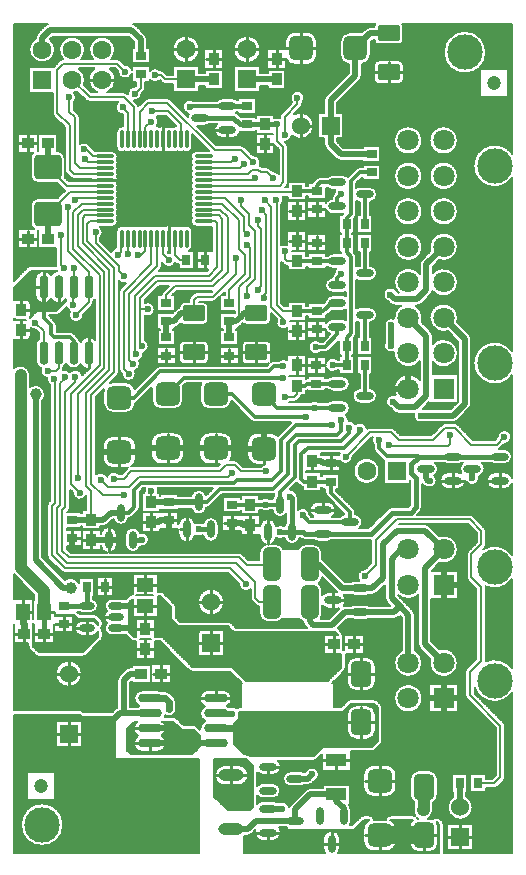
<source format=gtl>
G04 Layer_Physical_Order=1*
G04 Layer_Color=255*
%FSLAX24Y24*%
%MOIN*%
G70*
G01*
G75*
%ADD10C,0.0079*%
%ADD11R,0.0354X0.0394*%
G04:AMPARAMS|DCode=12|XSize=41mil|YSize=36mil|CornerRadius=1.8mil|HoleSize=0mil|Usage=FLASHONLY|Rotation=90.000|XOffset=0mil|YOffset=0mil|HoleType=Round|Shape=RoundedRectangle|*
%AMROUNDEDRECTD12*
21,1,0.0410,0.0324,0,0,90.0*
21,1,0.0374,0.0360,0,0,90.0*
1,1,0.0036,0.0162,0.0187*
1,1,0.0036,0.0162,-0.0187*
1,1,0.0036,-0.0162,-0.0187*
1,1,0.0036,-0.0162,0.0187*
%
%ADD12ROUNDEDRECTD12*%
%ADD13R,0.0394X0.0354*%
%ADD14R,0.0453X0.0571*%
%ADD15R,0.0571X0.0453*%
%ADD16O,0.0800X0.0295*%
%ADD17O,0.0531X0.0236*%
%ADD18O,0.0630X0.0118*%
%ADD19O,0.0118X0.0630*%
%ADD20O,0.0295X0.0800*%
G04:AMPARAMS|DCode=21|XSize=110.2mil|YSize=59.1mil|CornerRadius=14.8mil|HoleSize=0mil|Usage=FLASHONLY|Rotation=270.000|XOffset=0mil|YOffset=0mil|HoleType=Round|Shape=RoundedRectangle|*
%AMROUNDEDRECTD21*
21,1,0.1102,0.0295,0,0,270.0*
21,1,0.0807,0.0591,0,0,270.0*
1,1,0.0295,-0.0148,-0.0404*
1,1,0.0295,-0.0148,0.0404*
1,1,0.0295,0.0148,0.0404*
1,1,0.0295,0.0148,-0.0404*
%
%ADD21ROUNDEDRECTD21*%
%ADD22R,0.0394X0.0394*%
G04:AMPARAMS|DCode=23|XSize=90.6mil|YSize=82.7mil|CornerRadius=12.4mil|HoleSize=0mil|Usage=FLASHONLY|Rotation=0.000|XOffset=0mil|YOffset=0mil|HoleType=Round|Shape=RoundedRectangle|*
%AMROUNDEDRECTD23*
21,1,0.0906,0.0579,0,0,0.0*
21,1,0.0657,0.0827,0,0,0.0*
1,1,0.0248,0.0329,-0.0289*
1,1,0.0248,-0.0329,-0.0289*
1,1,0.0248,-0.0329,0.0289*
1,1,0.0248,0.0329,0.0289*
%
%ADD23ROUNDEDRECTD23*%
%ADD24R,0.0354X0.0276*%
%ADD25R,0.0276X0.0354*%
%ADD26R,0.0689X0.0413*%
%ADD27C,0.0472*%
%ADD28O,0.0591X0.0281*%
G04:AMPARAMS|DCode=29|XSize=51.2mil|YSize=72mil|CornerRadius=2.6mil|HoleSize=0mil|Usage=FLASHONLY|Rotation=90.000|XOffset=0mil|YOffset=0mil|HoleType=Round|Shape=RoundedRectangle|*
%AMROUNDEDRECTD29*
21,1,0.0512,0.0669,0,0,90.0*
21,1,0.0461,0.0720,0,0,90.0*
1,1,0.0051,0.0335,0.0230*
1,1,0.0051,0.0335,-0.0230*
1,1,0.0051,-0.0335,-0.0230*
1,1,0.0051,-0.0335,0.0230*
%
%ADD29ROUNDEDRECTD29*%
G04:AMPARAMS|DCode=30|XSize=82.7mil|YSize=78.7mil|CornerRadius=19.7mil|HoleSize=0mil|Usage=FLASHONLY|Rotation=90.000|XOffset=0mil|YOffset=0mil|HoleType=Round|Shape=RoundedRectangle|*
%AMROUNDEDRECTD30*
21,1,0.0827,0.0394,0,0,90.0*
21,1,0.0433,0.0787,0,0,90.0*
1,1,0.0394,0.0197,0.0217*
1,1,0.0394,0.0197,-0.0217*
1,1,0.0394,-0.0197,-0.0217*
1,1,0.0394,-0.0197,0.0217*
%
%ADD30ROUNDEDRECTD30*%
G04:AMPARAMS|DCode=31|XSize=82.7mil|YSize=78.7mil|CornerRadius=19.7mil|HoleSize=0mil|Usage=FLASHONLY|Rotation=180.000|XOffset=0mil|YOffset=0mil|HoleType=Round|Shape=RoundedRectangle|*
%AMROUNDEDRECTD31*
21,1,0.0827,0.0394,0,0,180.0*
21,1,0.0433,0.0787,0,0,180.0*
1,1,0.0394,-0.0217,0.0197*
1,1,0.0394,0.0217,0.0197*
1,1,0.0394,0.0217,-0.0197*
1,1,0.0394,-0.0217,-0.0197*
%
%ADD31ROUNDEDRECTD31*%
%ADD32O,0.0281X0.0591*%
G04:AMPARAMS|DCode=33|XSize=86.6mil|YSize=68.9mil|CornerRadius=17.2mil|HoleSize=0mil|Usage=FLASHONLY|Rotation=270.000|XOffset=0mil|YOffset=0mil|HoleType=Round|Shape=RoundedRectangle|*
%AMROUNDEDRECTD33*
21,1,0.0866,0.0344,0,0,270.0*
21,1,0.0522,0.0689,0,0,270.0*
1,1,0.0344,-0.0172,-0.0261*
1,1,0.0344,-0.0172,0.0261*
1,1,0.0344,0.0172,0.0261*
1,1,0.0344,0.0172,-0.0261*
%
%ADD33ROUNDEDRECTD33*%
%ADD34O,0.0846X0.0394*%
G04:AMPARAMS|DCode=35|XSize=279.5mil|YSize=218.5mil|CornerRadius=10.9mil|HoleSize=0mil|Usage=FLASHONLY|Rotation=180.000|XOffset=0mil|YOffset=0mil|HoleType=Round|Shape=RoundedRectangle|*
%AMROUNDEDRECTD35*
21,1,0.2795,0.1967,0,0,180.0*
21,1,0.2577,0.2185,0,0,180.0*
1,1,0.0219,-0.1288,0.0983*
1,1,0.0219,0.1288,0.0983*
1,1,0.0219,0.1288,-0.0983*
1,1,0.0219,-0.1288,-0.0983*
%
%ADD35ROUNDEDRECTD35*%
%ADD36C,0.0118*%
%ADD37C,0.0197*%
%ADD38C,0.0394*%
%ADD39C,0.0157*%
%ADD40C,0.0591*%
%ADD41C,0.0236*%
%ADD42C,0.0098*%
%ADD43C,0.1181*%
%ADD44R,0.0600X0.0600*%
%ADD45C,0.0600*%
%ADD46R,0.0630X0.0630*%
%ADD47C,0.0630*%
%ADD48C,0.0709*%
%ADD49R,0.0709X0.0709*%
%ADD50R,0.0630X0.0630*%
%ADD51R,0.0600X0.0600*%
%ADD52C,0.0236*%
%ADD53C,0.0394*%
G36*
X40340Y20910D02*
X40404Y20870D01*
X40448Y20809D01*
X40468Y20736D01*
X40459Y20661D01*
X40419Y20531D01*
X40358Y20380D01*
X40275Y20241D01*
X40171Y20116D01*
X40166Y20111D01*
X40001Y19962D01*
X39817Y19836D01*
X39618Y19736D01*
X39407Y19663D01*
X39189Y19619D01*
X38967Y19604D01*
X38744Y19619D01*
X38526Y19663D01*
X38315Y19736D01*
X38116Y19836D01*
X37932Y19962D01*
X37767Y20111D01*
X37764Y20114D01*
X37659Y20240D01*
X37575Y20382D01*
X37514Y20534D01*
X37472Y20668D01*
X37463Y20741D01*
X37482Y20812D01*
X37525Y20872D01*
X37588Y20911D01*
X37660Y20924D01*
X40265D01*
X40340Y20910D01*
D02*
G37*
G36*
X39189Y23274D02*
X39407Y23230D01*
X39618Y23157D01*
X39817Y23057D01*
X40001Y22931D01*
X40166Y22782D01*
X40169Y22780D01*
X40274Y22654D01*
X40358Y22512D01*
X40419Y22359D01*
X40461Y22225D01*
X40470Y22152D01*
X40451Y22081D01*
X40408Y22022D01*
X40346Y21983D01*
X40273Y21969D01*
X37668D01*
X37593Y21983D01*
X37529Y22024D01*
X37485Y22085D01*
X37465Y22158D01*
X37474Y22233D01*
X37515Y22362D01*
X37575Y22513D01*
X37658Y22653D01*
X37762Y22778D01*
X37767Y22782D01*
X37932Y22931D01*
X38116Y23057D01*
X38315Y23157D01*
X38526Y23230D01*
X38744Y23274D01*
X38967Y23289D01*
X39189Y23274D01*
D02*
G37*
D10*
X40188Y16410D02*
G03*
X40239Y16250I278J0D01*
G01*
X40693D02*
G03*
X40744Y16410I-227J160D01*
G01*
X37559Y16808D02*
G03*
X37581Y16829I-207J238D01*
G01*
X37665D02*
G03*
X37818Y16892I0J217D01*
G01*
X37665Y16829D02*
G03*
X37819Y16892I0J217D01*
G01*
X37929Y17003D02*
G03*
X38197Y16648I267J-76D01*
G01*
X38506D02*
G03*
X38785Y16926I0J278D01*
G01*
D02*
G03*
X38715Y17110I-278J0D01*
G01*
X40744Y16720D02*
G03*
X40188Y16720I-278J0D01*
G01*
X43061Y16580D02*
G03*
X43371Y16270I310J0D01*
G01*
X43716D02*
G03*
X44026Y16580I0J310D01*
G01*
X41526Y16644D02*
G03*
X41860Y16309I335J0D01*
G01*
X42293D02*
G03*
X42628Y16644I0J335D01*
G01*
X41723Y17343D02*
G03*
X41526Y17037I137J-305D01*
G01*
X42628D02*
G03*
X42431Y17343I-335J0D01*
G01*
X43176D02*
G03*
X43061Y17101I195J-241D01*
G01*
X44026D02*
G03*
X43966Y17284I-310J0D01*
G01*
X36900Y19175D02*
G03*
X36900Y18506I0J-335D01*
G01*
X37352D02*
G03*
X37687Y18841I0J335D01*
G01*
D02*
G03*
X37352Y19175I-335J0D01*
G01*
X31526Y17195D02*
G03*
X31526Y17195I-709J0D01*
G01*
D02*
G03*
X31526Y17195I-709J0D01*
G01*
X34014Y20152D02*
G03*
X34152Y19616I138J-250D01*
G01*
X34657D02*
G03*
X34942Y19902I0J285D01*
G01*
X33981Y20630D02*
G03*
X34014Y20152I171J-228D01*
G01*
X34942Y19902D02*
G03*
X34794Y20152I-285J0D01*
G01*
D02*
G03*
X34942Y20402I-138J250D01*
G01*
D02*
G03*
X34828Y20630I-285J0D01*
G01*
X37730Y19491D02*
G03*
X37618Y19537I-112J-111D01*
G01*
X37729Y19491D02*
G03*
X37618Y19537I-111J-111D01*
G01*
X40974Y20340D02*
G03*
X41284Y20030I310J0D01*
G01*
X41629D02*
G03*
X41939Y20340I0J310D01*
G01*
X41284Y21171D02*
G03*
X40974Y20861I0J-310D01*
G01*
X41939D02*
G03*
X41629Y21171I-310J0D01*
G01*
X32156Y23996D02*
G03*
X32156Y23484I0J-256D01*
G01*
X32451D02*
G03*
X32677Y23621I0J256D01*
G01*
Y23859D02*
G03*
X32451Y23996I-226J-119D01*
G01*
X29956Y34693D02*
G03*
X29872Y34669I0J-156D01*
G01*
X30415Y34087D02*
G03*
X30436Y34164I-135J77D01*
G01*
Y34538D02*
G03*
X30280Y34693I-156J0D01*
G01*
X30581Y34861D02*
G03*
X31116Y34723I285J0D01*
G01*
D02*
G03*
X31604Y34704I250J138D01*
G01*
X31116Y35503D02*
G03*
X30581Y35366I-250J-138D01*
G01*
X31326Y35648D02*
G03*
X31116Y35503I40J-283D01*
G01*
X30364Y23140D02*
G03*
X30410Y23028I157J0D01*
G01*
X30364Y23140D02*
G03*
X30410Y23028I157J0D01*
G01*
X30607Y22832D02*
G03*
X30719Y22785I112J111D01*
G01*
X30607Y22832D02*
G03*
X30719Y22785I111J111D01*
G01*
X32188Y20968D02*
G03*
X32077Y21014I-111J-111D01*
G01*
X32188Y20967D02*
G03*
X32077Y21014I-112J-111D01*
G01*
X32141Y22226D02*
G03*
X32141Y22226I-438J0D01*
G01*
X32165Y22785D02*
G03*
X32277Y22832I0J157D01*
G01*
X32165Y22785D02*
G03*
X32277Y22832I0J157D01*
G01*
X30984Y26172D02*
G03*
X31030Y26061I157J0D01*
G01*
X30984Y26172D02*
G03*
X31031Y26061I157J0D01*
G01*
X32025Y24291D02*
G03*
X32156Y24252I131J197D01*
G01*
X32047Y25250D02*
G03*
X31581Y25349I-276J-152D01*
G01*
X31454Y25637D02*
G03*
X31566Y25591I111J111D01*
G01*
X31454Y25637D02*
G03*
X31566Y25591I112J111D01*
G01*
X32789Y23343D02*
G03*
X32835Y23455I-111J111D01*
G01*
X32788Y23343D02*
G03*
X32835Y23455I-111J112D01*
G01*
X33327Y21101D02*
G03*
X33258Y21054I85J-199D01*
G01*
X33327Y21101D02*
G03*
X33258Y21055I85J-199D01*
G01*
X33391Y22161D02*
G03*
X33327Y22008I153J-153D01*
G01*
X33390Y22161D02*
G03*
X33327Y22008I153J-153D01*
G01*
X33760Y22441D02*
G03*
X33606Y22377I0J-217D01*
G01*
X33760Y22441D02*
G03*
X33607Y22378I0J-217D01*
G01*
X32835Y23621D02*
G03*
X32780Y23740I-157J0D01*
G01*
X32835Y23621D02*
G03*
X32780Y23740I-157J0D01*
G01*
D02*
G03*
X32835Y23859I-103J119D01*
G01*
X32780Y23740D02*
G03*
X32835Y23859I-103J119D01*
G01*
Y23927D02*
G03*
X32788Y24039I-157J0D01*
G01*
X32835Y23927D02*
G03*
X32789Y24039I-157J0D01*
G01*
X32980Y24314D02*
G03*
X32980Y23914I160J-200D01*
G01*
X33435Y23504D02*
G03*
X33529Y23524I0J236D01*
G01*
X32980Y23914D02*
G03*
X33140Y23504I160J-174D01*
G01*
X34062Y21152D02*
G03*
X33998Y21118I90J-250D01*
G01*
X34152Y21667D02*
G03*
X34062Y21152I0J-266D01*
G01*
X33766Y23353D02*
G03*
X33878Y23307I112J111D01*
G01*
X33767Y23353D02*
G03*
X33878Y23307I111J111D01*
G01*
X32670Y24157D02*
G03*
X32559Y24203I-111J-111D01*
G01*
X32671Y24156D02*
G03*
X32559Y24203I-112J-111D01*
G01*
X32451Y24252D02*
G03*
X32687Y24488I0J236D01*
G01*
D02*
G03*
X32500Y24719I-236J0D01*
G01*
X32766Y26496D02*
G03*
X32990Y26260I276J38D01*
G01*
X33140Y24724D02*
G03*
X32980Y24314I0J-236D01*
G01*
X33529Y24705D02*
G03*
X33435Y24724I-94J-217D01*
G01*
X33839Y24882D02*
G03*
X33727Y24836I0J-157D01*
G01*
X33839Y24882D02*
G03*
X33727Y24836I0J-157D01*
G01*
X33093Y26260D02*
G03*
X33319Y26533I-52J273D01*
G01*
X33583D02*
G03*
X34090Y26463I258J0D01*
G01*
X31706Y27664D02*
G03*
X31752Y27776I-111J112D01*
G01*
X31706Y27664D02*
G03*
X31752Y27776I-111J111D01*
G01*
X31031Y27935D02*
G03*
X30984Y27824I111J-112D01*
G01*
X31030Y27935D02*
G03*
X30984Y27824I111J-111D01*
G01*
X31841Y28271D02*
G03*
X32293Y28163I236J-13D01*
G01*
X32982Y28786D02*
G03*
X32618Y28875I-216J-95D01*
G01*
X30915Y31535D02*
G03*
X30423Y31796I-315J0D01*
G01*
X30817Y31307D02*
G03*
X30915Y31535I-217J229D01*
G01*
X30322Y32407D02*
G03*
X29872Y32404I-223J-222D01*
G01*
X30321Y32408D02*
G03*
X29872Y32404I-223J-223D01*
G01*
X30423Y32175D02*
G03*
X30331Y32398I-315J0D01*
G01*
X30423Y32175D02*
G03*
X30331Y32398I-315J0D01*
G01*
X30600Y32661D02*
G03*
X30788Y32407I266J0D01*
G01*
Y32407D02*
G03*
X30986Y32079I217J-92D01*
G01*
D02*
G03*
X31083Y31855I234J-32D01*
G01*
X31510Y32346D02*
G03*
X31524Y32409I-144J64D01*
G01*
X31743Y32271D02*
G03*
X31510Y32346I-178J-155D01*
G01*
X32162Y32168D02*
G03*
X31743Y32271I-232J-42D01*
G01*
X31510Y32346D02*
G03*
X31524Y32409I-144J64D01*
G01*
Y32447D02*
G03*
X31616Y32571I-157J214D01*
G01*
D02*
G03*
X32105Y32545I250J90D01*
G01*
D02*
G03*
X32369Y32376I261J116D01*
G01*
X33319Y26843D02*
G03*
X32766Y26881I-278J0D01*
G01*
X32854Y27136D02*
G03*
X33007Y27199I0J217D01*
G01*
X32854Y27136D02*
G03*
X33008Y27200I0J217D01*
G01*
X33385Y28878D02*
G03*
X32982Y28786I-176J-157D01*
G01*
X32844Y29419D02*
G03*
X33179Y29085I335J0D01*
G01*
X33612D02*
G03*
X33683Y29092I0J335D01*
G01*
X33190Y27382D02*
G03*
X33699Y27421I251J62D01*
G01*
X34087Y26922D02*
G03*
X33583Y26843I-246J-79D01*
G01*
X33720Y27421D02*
G03*
X33845Y27473I0J177D01*
G01*
X33720Y27421D02*
G03*
X33845Y27473I0J177D01*
G01*
X34090Y26463D02*
G03*
X34380Y26693I54J230D01*
G01*
D02*
G03*
X34087Y26922I-236J0D01*
G01*
X34013Y27640D02*
G03*
X34065Y27766I-125J125D01*
G01*
X34013Y27640D02*
G03*
X34065Y27766I-125J125D01*
G01*
X33787Y29134D02*
G03*
X33947Y29419I-175J285D01*
G01*
X34249Y28415D02*
G03*
X34228Y28258I210J-108D01*
G01*
X33179Y30148D02*
G03*
X32844Y29813I0J-335D01*
G01*
X32864Y31230D02*
G03*
X33179Y30915I315J0D01*
G01*
X32877Y31714D02*
G03*
X32864Y31624I302J-90D01*
G01*
X33179Y31939D02*
G03*
X33089Y31926I0J-315D01*
G01*
X33320Y32157D02*
G03*
X33366Y32268I-111J112D01*
G01*
X33320Y32157D02*
G03*
X33366Y32268I-111J111D01*
G01*
X33914Y31714D02*
G03*
X33612Y31939I-302J-90D01*
G01*
X33386Y32372D02*
G03*
X33432Y32261I157J0D01*
G01*
X33386Y32372D02*
G03*
X33432Y32260I157J0D01*
G01*
X33947Y29813D02*
G03*
X33612Y30148I-335J0D01*
G01*
Y30915D02*
G03*
X33927Y31230I0J315D01*
G01*
Y31257D02*
G03*
X34003Y31302I-49J170D01*
G01*
X33927Y31257D02*
G03*
X34003Y31302I-49J170D01*
G01*
X33465Y32228D02*
G03*
X33937Y32215I236J-13D01*
G01*
X33907Y32330D02*
G03*
X34085Y32559I-58J229D01*
G01*
X33937Y32215D02*
G03*
X33907Y32330I-236J0D01*
G01*
X34778Y21638D02*
G03*
X34657Y21667I-122J-236D01*
G01*
X34897Y20787D02*
G03*
X34915Y20839I-240J114D01*
G01*
X34915D02*
G03*
X35285Y21033I134J194D01*
G01*
X34915Y20839D02*
G03*
X35285Y21033I134J194D01*
G01*
X35308Y20741D02*
G03*
X35197Y20787I-111J-111D01*
G01*
X35308Y20741D02*
G03*
X35197Y20787I-112J-111D01*
G01*
X35094Y21569D02*
G03*
X34927Y21638I-167J-167D01*
G01*
X35285Y21280D02*
G03*
X35216Y21447I-236J0D01*
G01*
X35094Y21569D02*
G03*
X34927Y21638I-167J-167D01*
G01*
X35285Y21280D02*
G03*
X35216Y21447I-236J0D01*
G01*
X35987Y20466D02*
G03*
X35876Y20512I-111J-111D01*
G01*
X35988Y20465D02*
G03*
X35876Y20512I-112J-111D01*
G01*
X36262Y20652D02*
G03*
X36089Y20364I90J-250D01*
G01*
X36236Y21141D02*
G03*
X36262Y20652I116J-239D01*
G01*
X35715Y22340D02*
G03*
X35827Y22293I112J111D01*
G01*
X36352Y21687D02*
G03*
X36236Y21141I0J-285D01*
G01*
X35715Y22339D02*
G03*
X35827Y22293I111J111D01*
G01*
X34875Y24914D02*
G03*
X34764Y24961I-112J-111D01*
G01*
X34875Y24915D02*
G03*
X34764Y24961I-111J-111D01*
G01*
X35285Y24439D02*
G03*
X35239Y24551I-157J0D01*
G01*
X35285Y24439D02*
G03*
X35239Y24550I-157J0D01*
G01*
X35362Y26878D02*
G03*
X35914Y26833I278J0D01*
G01*
X36885Y24616D02*
G03*
X36885Y24616I-438J0D01*
G01*
X35914Y26833D02*
G03*
X36164Y26841I119J204D01*
G01*
X36184D02*
G03*
X36698Y26878I256J37D01*
G01*
X37019Y21112D02*
G03*
X36973Y21141I-162J-211D01*
G01*
X37421Y21122D02*
G03*
X37310Y21076I0J-157D01*
G01*
X37421Y21122D02*
G03*
X37310Y21076I0J-157D01*
G01*
X36973Y21141D02*
G03*
X37142Y21402I-116J261D01*
G01*
X37309Y21075D02*
G03*
X37061Y21112I-154J-179D01*
G01*
X38197Y17985D02*
G03*
X37992Y17885I0J-258D01*
G01*
Y18166D02*
G03*
X38197Y18066I204J158D01*
G01*
Y18582D02*
G03*
X37992Y18482I0J-258D01*
G01*
Y18935D02*
G03*
X38197Y18846I204J189D01*
G01*
X37142Y21402D02*
G03*
X36857Y21687I-285J0D01*
G01*
X38506Y18066D02*
G03*
X38765Y18324I0J258D01*
G01*
D02*
G03*
X38506Y18582I-258J0D01*
G01*
X38648Y17943D02*
G03*
X38506Y17985I-141J-217D01*
G01*
X39052Y17763D02*
G03*
X38724Y17943I-233J-36D01*
G01*
X38506Y18846D02*
G03*
X38785Y19124I0J278D01*
G01*
D02*
G03*
X38693Y19331I-278J0D01*
G01*
X37139Y23911D02*
G03*
X37028Y23957I-111J-111D01*
G01*
X37139Y23910D02*
G03*
X37028Y23957I-112J-111D01*
G01*
X37382Y25230D02*
G03*
X37766Y25032I236J-13D01*
G01*
X37493Y26214D02*
G03*
X37382Y26260I-111J-111D01*
G01*
X37493Y26214D02*
G03*
X37382Y26260I-112J-111D01*
G01*
X37766Y24754D02*
G03*
X37812Y24643I157J0D01*
G01*
X37766Y24754D02*
G03*
X37812Y24642I157J0D01*
G01*
X37950Y24505D02*
G03*
X38061Y24459I111J111D01*
G01*
X37949Y24505D02*
G03*
X38061Y24459I112J111D01*
G01*
Y24213D02*
G03*
X38327Y23947I266J0D01*
G01*
X38622D02*
G03*
X38843Y24065I0J266D01*
G01*
X38274Y26530D02*
G03*
X38061Y26270I52J-261D01*
G01*
X38068Y26799D02*
G03*
X38274Y26530I278J0D01*
G01*
X38865Y26378D02*
G03*
X38622Y26535I-243J-108D01*
G01*
X38436D02*
G03*
X38621Y26757I-89J263D01*
G01*
X38621D02*
G03*
X38892Y26753I138J191D01*
G01*
X34690Y28258D02*
G03*
X34695Y28307I-231J49D01*
G01*
D02*
G03*
X34669Y28415I-236J0D01*
G01*
X35913Y27240D02*
G03*
X35364Y27225I-273J-53D01*
G01*
X36164Y27234D02*
G03*
X35913Y27240I-131J-197D01*
G01*
X36698Y27187D02*
G03*
X36186Y27234I-258J0D01*
G01*
X35789Y27726D02*
G03*
X36297Y27765I251J61D01*
G01*
X36285Y28179D02*
G03*
X35789Y28159I-245J-82D01*
G01*
X34449Y29537D02*
G03*
X34783Y29203I335J0D01*
G01*
Y30266D02*
G03*
X34449Y29931I0J-335D01*
G01*
X35217Y29203D02*
G03*
X35551Y29537I0J335D01*
G01*
Y29931D02*
G03*
X35217Y30266I-335J0D01*
G01*
X34469Y31348D02*
G03*
X34783Y31033I315J0D01*
G01*
X34764Y32490D02*
G03*
X34639Y32438I0J-177D01*
G01*
X34764Y32490D02*
G03*
X34639Y32438I0J-177D01*
G01*
X35217Y31033D02*
G03*
X35531Y31348I0J315D01*
G01*
Y31742D02*
G03*
X35522Y31817I-315J0D01*
G01*
X36053Y29537D02*
G03*
X36388Y29203I335J0D01*
G01*
Y30266D02*
G03*
X36053Y29931I0J-335D01*
G01*
X36127Y31919D02*
G03*
X36073Y31742I260J-177D01*
G01*
Y31348D02*
G03*
X36388Y31033I315J0D01*
G01*
X36299Y27765D02*
G03*
X36424Y27817I0J177D01*
G01*
X36299Y27765D02*
G03*
X36424Y27817I0J177D01*
G01*
X38623Y27141D02*
G03*
X38071Y27146I-276J-32D01*
G01*
X38883Y27151D02*
G03*
X38623Y27141I-123J-202D01*
G01*
X38424Y28041D02*
G03*
X38111Y28041I-157J-177D01*
G01*
X38112Y27687D02*
G03*
X38424Y27687I156J177D01*
G01*
X38489D02*
G03*
X38950Y27549I258J22D01*
G01*
X38566Y28204D02*
G03*
X38489Y28041I180J-185D01*
G01*
X38524Y28199D02*
G03*
X38566Y28204I0J177D01*
G01*
X38524Y28199D02*
G03*
X38566Y28204I0J177D01*
G01*
X37346Y29294D02*
G03*
X37234Y29341I-112J-111D01*
G01*
X37346Y29294D02*
G03*
X37234Y29341I-111J-111D01*
G01*
X37091D02*
G03*
X37156Y29537I-271J197D01*
G01*
Y29931D02*
G03*
X36821Y30266I-335J0D01*
G01*
Y31033D02*
G03*
X37133Y31307I0J315D01*
G01*
X37657Y29528D02*
G03*
X37992Y29193I335J0D01*
G01*
X38220D02*
G03*
X38111Y29124I67J-226D01*
G01*
X38674Y30145D02*
G03*
X38425Y30256I-249J-224D01*
G01*
X37992D02*
G03*
X37657Y29921I0J-335D01*
G01*
X37788Y30652D02*
G03*
X37913Y30600I125J125D01*
G01*
X37788Y30652D02*
G03*
X37913Y30600I125J125D01*
G01*
X29872Y33363D02*
G03*
X29956Y33338I84J131D01*
G01*
X30280D02*
G03*
X30436Y33494I0J156D01*
G01*
X30709Y33380D02*
G03*
X30600Y33166I157J-214D01*
G01*
X29956Y34023D02*
G03*
X29872Y33999I0J-156D01*
G01*
Y34057D02*
G03*
X29956Y34028I84J107D01*
G01*
X30436Y33749D02*
G03*
X30604Y33691I155J178D01*
G01*
X30433Y35817D02*
G03*
X30322Y35771I0J-157D01*
G01*
X30433Y35817D02*
G03*
X30322Y35771I0J-157D01*
G01*
X31299Y33839D02*
G03*
X31247Y33964I-177J0D01*
G01*
X31299Y33839D02*
G03*
X31247Y33964I-177J0D01*
G01*
X31871Y33576D02*
G03*
X31746Y33628I-125J-125D01*
G01*
X32040Y33367D02*
G03*
X31991Y33456I-173J-36D01*
G01*
X32040Y33367D02*
G03*
X31991Y33456I-173J-36D01*
G01*
X31871Y33576D02*
G03*
X31746Y33628I-125J-125D01*
G01*
X31289Y34173D02*
G03*
X31401Y34220I0J157D01*
G01*
X31745Y34302D02*
G03*
X32187Y34185I205J-117D01*
G01*
X31289Y34173D02*
G03*
X31401Y34219I0J157D01*
G01*
X31631Y34450D02*
G03*
X31745Y34302I229J58D01*
G01*
X30433Y37250D02*
G03*
X30559Y37037I242J0D01*
G01*
X30529Y39596D02*
G03*
X30433Y39404I146J-193D01*
G01*
X30675Y38071D02*
G03*
X30433Y37829I0J-242D01*
G01*
X31523Y38373D02*
G03*
X31579Y38337I111J111D01*
G01*
X31522Y38373D02*
G03*
X31579Y38337I112J111D01*
G01*
X30433Y38825D02*
G03*
X30675Y38583I242J0D01*
G01*
X31569Y38772D02*
G03*
X31575Y38825I-236J53D01*
G01*
Y39016D02*
G03*
X31621Y38904I157J0D01*
G01*
X31575Y39016D02*
G03*
X31621Y38904I157J0D01*
G01*
X31759Y38767D02*
G03*
X31870Y38720I111J111D01*
G01*
X31759Y38767D02*
G03*
X31870Y38720I112J111D01*
G01*
X32105Y33282D02*
G03*
X32040Y33367I-239J-116D01*
G01*
X32579Y33356D02*
G03*
X32105Y33282I-213J-190D01*
G01*
X34085Y32559D02*
G03*
X34061Y32663I-236J0D01*
G01*
X34061D02*
G03*
X34195Y32876I-102J213D01*
G01*
D02*
G03*
X34191Y32916I-236J0D01*
G01*
X34191Y32916D02*
G03*
X34370Y33146I-57J229D01*
G01*
D02*
G03*
X34232Y33360I-236J0D01*
G01*
Y34158D02*
G03*
X34572Y34370I103J212D01*
G01*
X32477Y34489D02*
G03*
X32524Y34600I-111J112D01*
G01*
X32478Y34489D02*
G03*
X32524Y34600I-111J111D01*
G01*
Y34647D02*
G03*
X32579Y34702I-157J214D01*
G01*
X34572Y34370D02*
G03*
X34232Y34582I-236J0D01*
G01*
X33432Y35066D02*
G03*
X33386Y34954I111J-111D01*
G01*
X33432Y35066D02*
G03*
X33386Y34954I111J-112D01*
G01*
X33366Y35316D02*
G03*
X33613Y35247I177J156D01*
G01*
X34840Y34964D02*
G03*
X34793Y34852I111J-112D01*
G01*
X34839Y34964D02*
G03*
X34793Y34852I111J-111D01*
G01*
X32756Y36763D02*
G03*
X32835Y36939I-157J176D01*
G01*
X33234Y36400D02*
G03*
X33130Y36284I114J-207D01*
G01*
X33289Y36437D02*
G03*
X33234Y36400I59J-146D01*
G01*
X33297Y36755D02*
G03*
X33289Y36704I149J-50D01*
G01*
X33297Y36755D02*
G03*
X33289Y36704I149J-50D01*
G01*
X32835Y36939D02*
G03*
X32743Y37126I-236J0D01*
G01*
X33159D02*
G03*
X33337Y37303I0J177D01*
G01*
Y38091D02*
G03*
X33307Y38189I-177J0D01*
G01*
Y37795D02*
G03*
X33337Y37894I-147J98D01*
G01*
X32455Y38720D02*
G03*
X32455Y38642I193J-39D01*
G01*
X33337Y37303D02*
G03*
X33307Y37402I-177J0D01*
G01*
Y37598D02*
G03*
X33337Y37697I-147J98D01*
G01*
Y37500D02*
G03*
X33307Y37598I-177J0D01*
G01*
Y37992D02*
G03*
X33337Y38091I-147J98D01*
G01*
Y37697D02*
G03*
X33307Y37795I-177J0D01*
G01*
X33337Y38287D02*
G03*
X33307Y38386I-177J0D01*
G01*
Y38189D02*
G03*
X33337Y38287I-147J98D01*
G01*
X33307Y39173D02*
G03*
X33337Y39272I-147J98D01*
G01*
Y39075D02*
G03*
X33307Y39173I-177J0D01*
G01*
Y39370D02*
G03*
X33337Y39469I-147J98D01*
G01*
Y39272D02*
G03*
X33307Y39370I-177J0D01*
G01*
Y38386D02*
G03*
X33337Y38484I-147J98D01*
G01*
D02*
G03*
X33318Y38564I-177J0D01*
G01*
X33307Y38976D02*
G03*
X33337Y39075I-147J98D01*
G01*
X33318Y38798D02*
G03*
X33337Y38878I-158J80D01*
G01*
D02*
G03*
X33307Y38976I-177J0D01*
G01*
X33573Y37136D02*
G03*
X33297Y36988I-98J-147D01*
G01*
X34163Y37136D02*
G03*
X33967Y37136I-98J-147D01*
G01*
X34360D02*
G03*
X34163Y37136I-98J-147D01*
G01*
X33770D02*
G03*
X33573Y37136I-98J-147D01*
G01*
X33967D02*
G03*
X33770Y37136I-98J-147D01*
G01*
X33337Y37894D02*
G03*
X33307Y37992I-177J0D01*
G01*
Y37402D02*
G03*
X33337Y37500I-147J98D01*
G01*
X33356Y38681D02*
G03*
X33318Y38798I-197J0D01*
G01*
Y38564D02*
G03*
X33356Y38681I-158J117D01*
G01*
X34767Y35705D02*
G03*
X34813Y35816I-111J112D01*
G01*
X34767Y35705D02*
G03*
X34813Y35816I-111J111D01*
G01*
X34557Y37136D02*
G03*
X34360Y37136I-98J-147D01*
G01*
X34754D02*
G03*
X34557Y37136I-98J-147D01*
G01*
X34932Y37146D02*
G03*
X34754Y37136I-80J-158D01*
G01*
X33573Y39636D02*
G03*
X33770Y39636I98J147D01*
G01*
X33967D02*
G03*
X34163Y39636I98J147D01*
G01*
X33770D02*
G03*
X33967Y39636I98J147D01*
G01*
X34163D02*
G03*
X34360Y39636I98J147D01*
G01*
X34360D02*
G03*
X34557Y39636I98J147D01*
G01*
D02*
G03*
X34735Y39625I98J147D01*
G01*
X31171Y40906D02*
G03*
X31217Y40794I157J0D01*
G01*
X31171Y40906D02*
G03*
X31218Y40794I157J0D01*
G01*
X31575Y39404D02*
G03*
X31333Y39646I-242J0D01*
G01*
X32421Y39800D02*
G03*
X32067Y39897I-216J-95D01*
G01*
X31880Y41270D02*
G03*
X31949Y41437I-167J167D01*
G01*
D02*
G03*
X31884Y41600I-236J0D01*
G01*
X32067Y40778D02*
G03*
X32021Y40889I-157J0D01*
G01*
X32067Y40778D02*
G03*
X32021Y40889I-157J0D01*
G01*
X30664Y43578D02*
G03*
X30600Y43425I153J-153D01*
G01*
X30664Y43579D02*
G03*
X30600Y43425I153J-153D01*
G01*
X31008Y43888D02*
G03*
X30919Y43834I65J-207D01*
G01*
X31008Y43888D02*
G03*
X30920Y43834I65J-207D01*
G01*
X31516Y42716D02*
G03*
X31414Y42670I10J-157D01*
G01*
X31516Y42716D02*
G03*
X31414Y42670I10J-157D01*
G01*
X31884Y41600D02*
G03*
X31991Y41631I-67J428D01*
G01*
X32214Y41854D02*
G03*
X32250Y42028I-397J174D01*
G01*
D02*
G03*
X32035Y42402I-433J0D01*
G01*
X31250Y43028D02*
G03*
X31074Y43376I-433J0D01*
G01*
X30600Y43403D02*
G03*
X31250Y43028I217J-375D01*
G01*
X32118Y42717D02*
G03*
X32250Y43028I-301J311D01*
G01*
D02*
G03*
X31516Y42716I-433J0D01*
G01*
X32648Y39646D02*
G03*
X32586Y39635I0J-177D01*
G01*
X33337Y39469D02*
G03*
X33159Y39646I-177J0D01*
G01*
X33297Y39783D02*
G03*
X33573Y39636I177J0D01*
G01*
X33514Y40468D02*
G03*
X33297Y40295I-39J-173D01*
G01*
X33360Y41289D02*
G03*
X33508Y40866I144J-187D01*
G01*
X32286Y41336D02*
G03*
X32398Y41289I111J111D01*
G01*
X32286Y41336D02*
G03*
X32398Y41289I112J111D01*
G01*
X32562Y42402D02*
G03*
X32656Y41604I255J-374D01*
G01*
X32978D02*
G03*
X33270Y42028I-161J423D01*
G01*
X34025Y41137D02*
G03*
X33979Y41234I-157J-15D01*
G01*
X34025Y41137D02*
G03*
X33979Y41233I-157J-15D01*
G01*
X33655Y41558D02*
G03*
X33543Y41604I-111J-111D01*
G01*
X33655Y41558D02*
G03*
X33543Y41604I-112J-111D01*
G01*
X33883Y41330D02*
G03*
X34144Y41565I25J235D01*
G01*
X34735Y40453D02*
G03*
X34633Y40471I-80J-158D01*
G01*
D02*
G03*
X34695Y40630I-175J159D01*
G01*
X34634Y40788D02*
G03*
X34656Y40809I-154J179D01*
G01*
X34360Y41407D02*
G03*
X34249Y41361I0J-157D01*
G01*
X34360Y41407D02*
G03*
X34249Y41361I0J-157D01*
G01*
X34695Y40630D02*
G03*
X34634Y40788I-236J0D01*
G01*
X34216Y41650D02*
G03*
X34262Y41762I-111J111D01*
G01*
X33921Y41801D02*
G03*
X33673Y41540I-13J-236D01*
G01*
X34215Y41650D02*
G03*
X34262Y41762I-111J112D01*
G01*
X34810Y41926D02*
G03*
X34921Y41880I111J111D01*
G01*
X34810Y41926D02*
G03*
X34921Y41880I112J111D01*
G01*
X33270Y42028D02*
G03*
X33072Y42402I-453J0D01*
G01*
X33347Y42306D02*
G03*
X33809Y42226I236J-13D01*
G01*
X33428Y42670D02*
G03*
X33317Y42717I-111J-111D01*
G01*
X33428Y42670D02*
G03*
X33317Y42717I-112J-111D01*
G01*
X33809Y42361D02*
G03*
X33570Y42529I-226J-67D01*
G01*
X33250Y43028D02*
G03*
X32516Y42717I-433J0D01*
G01*
X33118D02*
G03*
X33250Y43028I-301J311D01*
G01*
X34400Y42019D02*
G03*
X34736Y42000I177J156D01*
G01*
X34895Y42287D02*
G03*
X34783Y42333I-111J-111D01*
G01*
X34753D02*
G03*
X34400Y42331I-176J-157D01*
G01*
X34895Y42286D02*
G03*
X34783Y42333I-112J-111D01*
G01*
X33942Y43834D02*
G03*
X33854Y43888I-153J-153D01*
G01*
X33943Y43834D02*
G03*
X33854Y43888I-153J-153D01*
G01*
X34321Y43366D02*
G03*
X34257Y43520I-217J0D01*
G01*
X34321Y43366D02*
G03*
X34257Y43519I-217J0D01*
G01*
X35246Y33764D02*
G03*
X35360Y33824I-39J213D01*
G01*
X35246Y33764D02*
G03*
X35360Y33823I-39J213D01*
G01*
X35398Y34439D02*
G03*
X35310Y34385I65J-206D01*
G01*
X35398Y34439D02*
G03*
X35310Y34386I65J-206D01*
G01*
X35378Y32702D02*
G03*
X35541Y32539I163J0D01*
G01*
Y33326D02*
G03*
X35378Y33163I0J-163D01*
G01*
X35541Y34607D02*
G03*
X35398Y34463I0J-144D01*
G01*
X35439Y33902D02*
G03*
X35541Y33859I103J100D01*
G01*
X35765Y34806D02*
G03*
X35719Y34695I111J-111D01*
G01*
X35765Y34806D02*
G03*
X35719Y34695I111J-112D01*
G01*
X35965Y34941D02*
G03*
X35853Y34895I0J-157D01*
G01*
X35965Y34941D02*
G03*
X35853Y34895I0J-157D01*
G01*
X35089Y36245D02*
G03*
X35026Y36250I-49J-231D01*
G01*
X34813Y35946D02*
G03*
X35261Y35932I226J67D01*
G01*
X35010Y36284D02*
G03*
X35089Y36284I39J193D01*
G01*
X35344Y37136D02*
G03*
X35166Y37146I-98J-147D01*
G01*
D02*
G03*
X34932Y37146I-117J-158D01*
G01*
X35290Y35902D02*
G03*
X35374Y35859I111J111D01*
G01*
X35290Y35903D02*
G03*
X35374Y35859I112J111D01*
G01*
X35541Y37136D02*
G03*
X35344Y37136I-98J-147D01*
G01*
X35698Y36309D02*
G03*
X35817Y36476I-58J167D01*
G01*
Y36988D02*
G03*
X35541Y37136I-177J0D01*
G01*
X35807Y37598D02*
G03*
X35807Y37402I147J-98D01*
G01*
D02*
G03*
X35955Y37126I147J-98D01*
G01*
X35807Y38976D02*
G03*
X35807Y38780I147J-98D01*
G01*
D02*
G03*
X35807Y38583I147J-98D01*
G01*
Y39370D02*
G03*
X35807Y39173I147J-98D01*
G01*
Y39173D02*
G03*
X35807Y38976I147J-98D01*
G01*
Y37992D02*
G03*
X35807Y37795I147J-98D01*
G01*
D02*
G03*
X35807Y37598I147J-98D01*
G01*
Y38583D02*
G03*
X35807Y38386I147J-98D01*
G01*
Y38189D02*
G03*
X35807Y37992I147J-98D01*
G01*
Y38386D02*
G03*
X35807Y38189I147J-98D01*
G01*
X36211Y32539D02*
G03*
X36374Y32702I0J163D01*
G01*
Y33163D02*
G03*
X36211Y33326I-163J0D01*
G01*
X37352Y33768D02*
G03*
X37447Y33823I-59J208D01*
G01*
X37352Y33768D02*
G03*
X37447Y33824I-59J208D01*
G01*
X37465Y32702D02*
G03*
X37628Y32539I163J0D01*
G01*
X38297D02*
G03*
X38390Y32568I0J163D01*
G01*
X38553Y32657D02*
G03*
X38431Y32609I0J-177D01*
G01*
D02*
G03*
X38461Y32702I-134J94D01*
G01*
X38553Y32657D02*
G03*
X38431Y32609I0J-177D01*
G01*
X38996Y32672D02*
G03*
X38702Y32657I-138J-192D01*
G01*
X37628Y33326D02*
G03*
X37465Y33163I0J-163D01*
G01*
X38461D02*
G03*
X38297Y33326I-163J0D01*
G01*
X38643Y34034D02*
G03*
X38996Y33745I216J-97D01*
G01*
X36211Y33859D02*
G03*
X36354Y34002I0J144D01*
G01*
Y34463D02*
G03*
X36211Y34607I-144J0D01*
G01*
X36516Y34626D02*
G03*
X36627Y34672I0J157D01*
G01*
X36516Y34626D02*
G03*
X36627Y34672I0J157D01*
G01*
X37525Y33902D02*
G03*
X37628Y33859I103J100D01*
G01*
X38297D02*
G03*
X38441Y34002I0J144D01*
G01*
X38141Y39127D02*
G03*
X38062Y39170I-112J-111D01*
G01*
X38141Y39127D02*
G03*
X38062Y39170I-111J-111D01*
G01*
D02*
G03*
X38091Y39281I-208J112D01*
G01*
D02*
G03*
X37841Y39517I-236J0D01*
G01*
X38995Y36517D02*
G03*
X38795Y36513I-96J-216D01*
G01*
X38418Y39058D02*
G03*
X38307Y39104I-111J-111D01*
G01*
X38419Y39058D02*
G03*
X38307Y39104I-112J-111D01*
G01*
X38795Y37871D02*
G03*
X38858Y38031I-173J161D01*
G01*
X38701Y38884D02*
G03*
X38501Y38976I-187J-144D01*
G01*
X34735Y39625D02*
G03*
X34969Y39625I117J158D01*
G01*
D02*
G03*
X35148Y39636I80J158D01*
G01*
D02*
G03*
X35344Y39636I98J147D01*
G01*
X35148Y40443D02*
G03*
X34969Y40453I-98J-147D01*
G01*
D02*
G03*
X34735Y40453I-117J-158D01*
G01*
X35285Y40468D02*
G03*
X35148Y40443I-39J-173D01*
G01*
X35344Y39636D02*
G03*
X35541Y39636I98J147D01*
G01*
X35102Y41361D02*
G03*
X34990Y41407I-111J-111D01*
G01*
X35102Y41361D02*
G03*
X34990Y41407I-112J-111D01*
G01*
X35707Y40888D02*
G03*
X35672Y40791I221J-134D01*
G01*
X35541Y39636D02*
G03*
X35817Y39783I98J147D01*
G01*
X35955Y39646D02*
G03*
X35807Y39370I0J-177D01*
G01*
X35847Y41332D02*
G03*
X35707Y40888I-109J-209D01*
G01*
X36238Y40496D02*
G03*
X36405Y40557I0J258D01*
G01*
X36648D02*
G03*
X36838Y40076I190J-203D01*
G01*
X36063Y43037D02*
G03*
X36063Y43037I-453J0D01*
G01*
X37148Y40076D02*
G03*
X37417Y40285I0J278D01*
G01*
X37572Y39786D02*
G03*
X37461Y39833I-112J-111D01*
G01*
X37572Y39787D02*
G03*
X37461Y39833I-111J-111D01*
G01*
X37281Y40933D02*
G03*
X37315Y40957I-133J222D01*
G01*
X37336Y40894D02*
G03*
X37281Y40933I-139J-139D01*
G01*
X37336Y40894D02*
G03*
X37281Y40933I-139J-139D01*
G01*
X36838Y41413D02*
G03*
X36650Y41332I0J-258D01*
G01*
X37315Y41351D02*
G03*
X37148Y41413I-167J-197D01*
G01*
X38740Y40764D02*
G03*
X38543Y40746I-79J-223D01*
G01*
X38786Y40889D02*
G03*
X38740Y40778I111J-111D01*
G01*
X38786Y40889D02*
G03*
X38740Y40778I111J-112D01*
G01*
X38100Y43037D02*
G03*
X38100Y43037I-453J0D01*
G01*
X39109Y17860D02*
G03*
X39052Y17763I153J-153D01*
G01*
X39108Y17859D02*
G03*
X39052Y17763I153J-153D01*
G01*
X39754Y18415D02*
G03*
X39600Y18352I0J-217D01*
G01*
X39754Y18415D02*
G03*
X39601Y18352I0J-217D01*
G01*
X39416Y18466D02*
G03*
X39558Y18507I0J258D01*
G01*
X39669D02*
G03*
X39822Y18571I0J217D01*
G01*
X39669Y18507D02*
G03*
X39822Y18571I0J217D01*
G01*
X39107Y18982D02*
G03*
X39107Y18466I0J-258D01*
G01*
X39558Y18941D02*
G03*
X39416Y18982I-141J-217D01*
G01*
X40049Y18868D02*
G03*
X39593Y18954I-236J0D01*
G01*
X39899Y18648D02*
G03*
X40049Y18868I-86J220D01*
G01*
X39872Y19331D02*
G03*
X39983Y19377I0J157D01*
G01*
X39872Y19331D02*
G03*
X39984Y19377I0J157D01*
G01*
X41082Y17772D02*
G03*
X41048Y17874I-216J-16D01*
G01*
X41082Y17772D02*
G03*
X41048Y17874I-216J-16D01*
G01*
X41080Y17175D02*
G03*
X41125Y17320I-214J145D01*
G01*
Y17630D02*
G03*
X41082Y17772I-258J0D01*
G01*
X39366Y24065D02*
G03*
X39518Y23956I221J148D01*
G01*
D02*
G03*
X39581Y23813I216J11D01*
G01*
X39518Y23956D02*
G03*
X39581Y23813I216J11D01*
G01*
X40702Y23714D02*
G03*
X40675Y23735I-112J-111D01*
G01*
X40702Y23714D02*
G03*
X40675Y23735I-111J-111D01*
G01*
X40837Y23514D02*
G03*
X40790Y23625I-157J0D01*
G01*
X40837Y23514D02*
G03*
X40790Y23625I-157J0D01*
G01*
X40103Y24065D02*
G03*
X40148Y24213I-221J148D01*
G01*
Y24489D02*
G03*
X40357Y24393I210J183D01*
G01*
X40667D02*
G03*
X40728Y24400I0J278D01*
G01*
X40906Y24488D02*
G03*
X40874Y24486I0J-217D01*
G01*
X40906Y24488D02*
G03*
X40874Y24486I0J-217D01*
G01*
X41102Y21368D02*
G03*
X40991Y21322I0J-157D01*
G01*
X41102Y21368D02*
G03*
X40991Y21322I0J-157D01*
G01*
X40974Y21954D02*
G03*
X41284Y21644I310J0D01*
G01*
X40889Y22310D02*
G03*
X40935Y22421I-111J112D01*
G01*
X40889Y22310D02*
G03*
X40935Y22421I-111J111D01*
G01*
X40874Y24486D02*
G03*
X40945Y24672I-207J186D01*
G01*
X41284Y22785D02*
G03*
X40974Y22475I0J-310D01*
G01*
X41535Y17500D02*
G03*
X41424Y17454I0J-157D01*
G01*
X41535Y17500D02*
G03*
X41424Y17454I0J-157D01*
G01*
X41526Y18455D02*
G03*
X41860Y18120I335J0D01*
G01*
X41880Y17352D02*
G03*
X41723Y17500I-157J-10D01*
G01*
X41880Y17352D02*
G03*
X41723Y17500I-157J-10D01*
G01*
X41860Y19183D02*
G03*
X41526Y18848I0J-335D01*
G01*
X41811Y19636D02*
G03*
X41923Y19682I0J157D01*
G01*
X41811Y19636D02*
G03*
X41922Y19682I0J157D01*
G01*
X42109Y19869D02*
G03*
X42156Y19980I-111J112D01*
G01*
X42109Y19869D02*
G03*
X42156Y19980I-111J111D01*
G01*
X42431Y17500D02*
G03*
X42274Y17352I0J-157D01*
G01*
X42431Y17500D02*
G03*
X42274Y17352I0J-157D01*
G01*
X43268Y17471D02*
G03*
X43176Y17500I-92J-128D01*
G01*
X43268Y17471D02*
G03*
X43176Y17500I-92J-128D01*
G01*
X43327Y17388D02*
G03*
X43308Y17429I-151J-46D01*
G01*
X43327Y17388D02*
G03*
X43308Y17429I-151J-46D01*
G01*
X43228Y17800D02*
G03*
X43268Y17471I285J-133D01*
G01*
X43228Y17800D02*
G03*
X43268Y17471I285J-133D01*
G01*
X43081Y18194D02*
G03*
X43228Y17941I290J0D01*
G01*
X42293Y18120D02*
G03*
X42628Y18455I0J335D01*
G01*
Y18848D02*
G03*
X42293Y19183I-335J0D01*
G01*
X42001Y21322D02*
G03*
X41890Y21368I-111J-111D01*
G01*
X42001Y21322D02*
G03*
X41890Y21368I-112J-111D01*
G01*
X42156Y21102D02*
G03*
X42109Y21214I-157J0D01*
G01*
X42156Y21102D02*
G03*
X42109Y21214I-157J0D01*
G01*
X41629Y21644D02*
G03*
X41939Y21954I0J310D01*
G01*
Y22475D02*
G03*
X41629Y22785I-310J0D01*
G01*
X41267Y24530D02*
G03*
X41126Y24488I0J-258D01*
G01*
Y24055D02*
G03*
X41267Y24013I141J217D01*
G01*
X41577D02*
G03*
X41718Y24055I0J258D01*
G01*
Y24488D02*
G03*
X41577Y24530I-141J-217D01*
G01*
X42549Y24055D02*
G03*
X42702Y24119I0J217D01*
G01*
X42549Y24055D02*
G03*
X42703Y24119I0J217D01*
G01*
X43238Y24193D02*
G03*
X43175Y24346I-217J0D01*
G01*
X43238Y24193D02*
G03*
X43175Y24346I-217J0D01*
G01*
X39587Y26535D02*
G03*
X39344Y26378I0J-266D01*
G01*
X40148Y25020D02*
G03*
X40029Y25241I-266J0D01*
G01*
D02*
G03*
X40147Y25443I-147J221D01*
G01*
X40183Y26019D02*
G03*
X40148Y26048I-153J-153D01*
G01*
X40183Y26019D02*
G03*
X40148Y26048I-153J-153D01*
G01*
Y26270D02*
G03*
X39882Y26535I-266J0D01*
G01*
X38892Y26753D02*
G03*
X39399Y26742I254J46D01*
G01*
X39436D02*
G03*
X39570Y26690I133J145D01*
G01*
X39436Y26742D02*
G03*
X39570Y26690I133J145D01*
G01*
X38950Y27276D02*
G03*
X38891Y27151I197J-167D01*
G01*
X39734Y27525D02*
G03*
X39343Y27688I-236J-15D01*
G01*
X40017Y27965D02*
G03*
X39851Y27464I0J-278D01*
G01*
X39850Y26690D02*
G03*
X40017Y26629I167J197D01*
G01*
X40357Y24950D02*
G03*
X40148Y24855I0J-278D01*
G01*
X40327Y26629D02*
G03*
X40495Y26690I0J258D01*
G01*
X40494Y27464D02*
G03*
X40605Y27687I-166J223D01*
G01*
X40897Y27544D02*
G03*
X40739Y27464I31J-257D01*
G01*
X39343Y28071D02*
G03*
X39321Y28163I-197J0D01*
G01*
X39343Y28071D02*
G03*
X39321Y28163I-197J0D01*
G01*
D02*
G03*
X39071Y28367I-234J-32D01*
G01*
X40254Y28259D02*
G03*
X40306Y28134I177J0D01*
G01*
X40254Y28259D02*
G03*
X40306Y28134I177J0D01*
G01*
X39432Y28487D02*
G03*
X39516Y28440I125J125D01*
G01*
X39432Y28487D02*
G03*
X39516Y28440I125J125D01*
G01*
X40605Y27687D02*
G03*
X40327Y27965I-278J0D01*
G01*
X40736Y29587D02*
G03*
X40706Y29518I199J-128D01*
G01*
X40747Y29316D02*
G03*
X41171Y29459I188J142D01*
G01*
X40945Y24672D02*
G03*
X40876Y24855I-278J0D01*
G01*
X41126D02*
G03*
X41267Y24813I141J217D01*
G01*
Y25330D02*
G03*
X41126Y25288I0J-258D01*
G01*
X41577Y24813D02*
G03*
X41718Y24855I0J258D01*
G01*
X41588Y25708D02*
G03*
X41386Y25330I-13J-236D01*
G01*
X41397Y27084D02*
G03*
X41496Y27287I-160J203D01*
G01*
X41259Y27609D02*
G03*
X41208Y27734I-177J0D01*
G01*
X41496Y27287D02*
G03*
X41259Y27545I-258J0D01*
G01*
Y27609D02*
G03*
X41208Y27734I-177J0D01*
G01*
X41824Y24855D02*
G03*
X41977Y24919I0J217D01*
G01*
X41824Y24855D02*
G03*
X41977Y24919I0J217D01*
G01*
X42254Y24744D02*
G03*
X42317Y24591I217J0D01*
G01*
X42254Y24744D02*
G03*
X42317Y24591I217J0D01*
G01*
X42480Y27785D02*
G03*
X42341Y27728I0J-197D01*
G01*
X42480Y27785D02*
G03*
X42341Y27728I0J-197D01*
G01*
X41872Y29752D02*
G03*
X41924Y29627I177J0D01*
G01*
X41872Y29752D02*
G03*
X41924Y29627I177J0D01*
G01*
X41256Y30545D02*
G03*
X41023Y30657I-202J-122D01*
G01*
X41643Y30388D02*
G03*
X41256Y30545I-235J-24D01*
G01*
X41024Y30679D02*
G03*
X40939Y30861I-236J0D01*
G01*
Y30861D02*
G03*
X41078Y31090I-119J229D01*
G01*
X41742Y30423D02*
G03*
X41643Y30388I0J-157D01*
G01*
X41742Y30423D02*
G03*
X41643Y30388I0J-157D01*
G01*
X41839Y30108D02*
G03*
X41872Y29845I211J-107D01*
G01*
X42067Y28986D02*
G03*
X42067Y28986I-433J0D01*
G01*
X42572Y30377D02*
G03*
X42461Y30423I-112J-111D01*
G01*
X42572Y30377D02*
G03*
X42461Y30423I-111J-111D01*
G01*
X42553Y30950D02*
G03*
X42707Y30886I153J153D01*
G01*
X42554Y30949D02*
G03*
X42707Y30886I153J153D01*
G01*
X43362Y17392D02*
G03*
X43327Y17388I9J-290D01*
G01*
X43833Y17367D02*
G03*
X43716Y17392I-117J-266D01*
G01*
X44078Y17395D02*
G03*
X43833Y17367I-111J-111D01*
G01*
X44078Y17395D02*
G03*
X43833Y17367I-112J-111D01*
G01*
X44213Y17195D02*
G03*
X44166Y17306I-157J0D01*
G01*
X44213Y17195D02*
G03*
X44166Y17306I-157J0D01*
G01*
X43308Y17429D02*
G03*
X43362Y17392I206J238D01*
G01*
X43308Y17429D02*
G03*
X43362Y17392I206J238D01*
G01*
X43666Y17392D02*
G03*
X43736Y17445I-152J276D01*
G01*
X43666Y17392D02*
G03*
X43737Y17445I-152J276D01*
G01*
X43766Y17474D02*
G03*
X43858Y17697I-223J223D01*
G01*
X43371Y19006D02*
G03*
X43081Y18716I0J-290D01*
G01*
X43766Y17474D02*
G03*
X43858Y17697I-222J223D01*
G01*
X44006Y18716D02*
G03*
X43716Y19006I-290J0D01*
G01*
X43858Y17941D02*
G03*
X44006Y18194I-143J253D01*
G01*
X44518Y18117D02*
G03*
X45172Y17772I236J-345D01*
G01*
X43494Y21407D02*
G03*
X43494Y21407I-472J0D01*
G01*
X42805Y23008D02*
G03*
X43494Y22589I217J-420D01*
G01*
D02*
G03*
X43238Y23008I-472J0D01*
G01*
X43356Y23219D02*
G03*
X43420Y23065I217J0D01*
G01*
X43356Y23219D02*
G03*
X43420Y23065I217J0D01*
G01*
X43753Y22732D02*
G03*
X44675Y22589I450J-144D01*
G01*
D02*
G03*
X44059Y23039I-472J0D01*
G01*
X45172Y17772D02*
G03*
X44951Y18140I-418J0D01*
G01*
X45896Y18415D02*
G03*
X46007Y18461I0J157D01*
G01*
X45896Y18415D02*
G03*
X46007Y18462I0J157D01*
G01*
X46204Y18658D02*
G03*
X46250Y18770I-111J111D01*
G01*
X46204Y18658D02*
G03*
X46250Y18770I-111J112D01*
G01*
Y20492D02*
G03*
X46204Y20603I-157J0D01*
G01*
X46250Y20492D02*
G03*
X46204Y20604I-157J0D01*
G01*
X44921Y21506D02*
G03*
X44967Y21395I157J0D01*
G01*
X44921Y21506D02*
G03*
X44968Y21394I157J0D01*
G01*
Y22405D02*
G03*
X44921Y22293I111J-112D01*
G01*
X44967Y22405D02*
G03*
X44921Y22293I111J-111D01*
G01*
X45236Y21760D02*
G03*
X46486Y21595I667J238D01*
G01*
X45236Y21760D02*
G03*
X46486Y21595I667J238D01*
G01*
Y22401D02*
G03*
X45599Y22638I-583J-403D01*
G01*
X46486Y22401D02*
G03*
X45599Y22638I-583J-403D01*
G01*
X42687Y24854D02*
G03*
X43356Y24854I335J333D01*
G01*
X43726Y27151D02*
G03*
X43573Y27215I-153J-153D01*
G01*
X43726Y27151D02*
G03*
X43573Y27215I-153J-153D01*
G01*
X44675Y26368D02*
G03*
X44059Y26818I-472J0D01*
G01*
Y25918D02*
G03*
X44675Y26368I144J450D01*
G01*
X43417Y27627D02*
G03*
X43474Y27766I-139J139D01*
G01*
X43417Y27627D02*
G03*
X43474Y27766I-139J139D01*
G01*
X43527Y28510D02*
G03*
X43621Y28455I153J153D01*
G01*
X43527Y28510D02*
G03*
X43621Y28455I153J153D01*
G01*
D02*
G03*
X43969Y28663I112J208D01*
G01*
D02*
G03*
X43890Y28839I-236J0D01*
G01*
D02*
G03*
X44016Y29061I-132J222D01*
G01*
D02*
G03*
X43917Y29265I-258J0D01*
G01*
X43216Y30886D02*
G03*
X43539Y30610I229J-59D01*
G01*
Y31043D02*
G03*
X43507Y31055I-94J-217D01*
G01*
X44668Y28383D02*
G03*
X44945Y28646I0J278D01*
G01*
X44358Y28940D02*
G03*
X44358Y28383I0J-278D01*
G01*
X44794Y28909D02*
G03*
X44668Y28940I-126J-248D01*
G01*
X44190Y29265D02*
G03*
X44358Y29203I167J197D01*
G01*
X44262Y30581D02*
G03*
X44150Y30534I0J-157D01*
G01*
X44262Y30581D02*
G03*
X44150Y30535I0J-157D01*
G01*
X44668Y29203D02*
G03*
X44835Y29265I0J258D01*
G01*
X44518Y30610D02*
G03*
X44671Y30674I0J217D01*
G01*
X44678Y30535D02*
G03*
X44567Y30581I-111J-111D01*
G01*
X44678Y30534D02*
G03*
X44567Y30581I-112J-111D01*
G01*
X44518Y30610D02*
G03*
X44671Y30674I0J217D01*
G01*
X44970Y25433D02*
G03*
X45017Y25322I157J0D01*
G01*
X44970Y25433D02*
G03*
X45017Y25322I157J0D01*
G01*
X45017Y26312D02*
G03*
X44970Y26201I111J-112D01*
G01*
X45017Y26312D02*
G03*
X44970Y26201I111J-111D01*
G01*
X45574Y26424D02*
G03*
X45620Y26535I-111J112D01*
G01*
X45574Y26424D02*
G03*
X45620Y26535I-111J111D01*
G01*
Y26978D02*
G03*
X45574Y27090I-157J0D01*
G01*
X45620Y26978D02*
G03*
X45574Y27090I-157J0D01*
G01*
X45180Y27483D02*
G03*
X45069Y27530I-111J-111D01*
G01*
X45180Y27483D02*
G03*
X45069Y27530I-112J-111D01*
G01*
X45599Y25138D02*
G03*
X46486Y25374I304J640D01*
G01*
X45599Y25138D02*
G03*
X46486Y25374I304J640D01*
G01*
Y26181D02*
G03*
X45529Y26379I-583J-403D01*
G01*
X46486Y26181D02*
G03*
X45529Y26379I-583J-403D01*
G01*
X46223Y28383D02*
G03*
X46486Y28572I0J278D01*
G01*
X44945Y28646D02*
G03*
X45394Y28750I212J104D01*
G01*
D02*
G03*
X45385Y28813I-236J0D01*
G01*
X44843Y29265D02*
G03*
X44794Y28909I160J-203D01*
G01*
X45385Y28813D02*
G03*
X45571Y29061I-72J248D01*
G01*
X45913Y28940D02*
G03*
X45913Y28383I0J-278D01*
G01*
X45571Y29061D02*
G03*
X45473Y29265I-258J0D01*
G01*
X45745D02*
G03*
X45913Y29203I167J197D01*
G01*
X46042Y29720D02*
G03*
X46086Y29751I-67J142D01*
G01*
X46042Y29720D02*
G03*
X46086Y29751I-67J142D01*
G01*
X46223Y29203D02*
G03*
X46481Y29461I0J258D01*
G01*
D02*
G03*
X46223Y29720I-258J0D01*
G01*
X46486Y28751D02*
G03*
X46223Y28940I-263J-89D01*
G01*
X46467Y30118D02*
G03*
X45994Y30105I-236J0D01*
G01*
X46217Y29882D02*
G03*
X46467Y30118I13J236D01*
G01*
X39222Y31289D02*
G03*
X39334Y31335I0J157D01*
G01*
X39222Y31289D02*
G03*
X39334Y31336I0J157D01*
G01*
X39422Y31424D02*
G03*
X39467Y31516I-111J112D01*
G01*
X39422Y31424D02*
G03*
X39467Y31516I-111J111D01*
G01*
X39606Y31654D02*
G03*
X39665Y31667I-10J177D01*
G01*
X39656Y32067D02*
G03*
X39606Y32060I0J-177D01*
G01*
X39656Y32067D02*
G03*
X39606Y32060I0J-177D01*
G01*
Y31654D02*
G03*
X39665Y31667I-10J177D01*
G01*
X40058Y31270D02*
G03*
X39745Y31270I-156J-177D01*
G01*
X40085Y33297D02*
G03*
X40108Y32943I-144J-187D01*
G01*
X40246D02*
G03*
X40371Y32995I0J177D01*
G01*
X40246Y32943D02*
G03*
X40371Y32995I0J177D01*
G01*
X38865Y35873D02*
G03*
X38976Y35827I111J111D01*
G01*
X38865Y35873D02*
G03*
X38976Y35827I112J111D01*
G01*
X40266Y34148D02*
G03*
X40322Y34186I-69J163D01*
G01*
X40488Y35432D02*
G03*
X40510Y34916I22J-258D01*
G01*
X40266Y34148D02*
G03*
X40322Y34186I-69J163D01*
G01*
X40510Y34845D02*
G03*
X40253Y34618I0J-258D01*
G01*
X40510Y31348D02*
G03*
X40324Y31270I0J-258D01*
G01*
X40321Y31713D02*
G03*
X40510Y31631I188J177D01*
G01*
Y32148D02*
G03*
X40321Y32067I0J-258D01*
G01*
X40276Y32452D02*
G03*
X40646Y32333I226J67D01*
G01*
X40669Y32687D02*
G03*
X40276Y32587I-167J-167D01*
G01*
X41078Y31090D02*
G03*
X40819Y31348I-258J0D01*
G01*
Y31631D02*
G03*
X41078Y31890I0J258D01*
G01*
D02*
G03*
X40819Y32148I-258J0D01*
G01*
X41398Y31747D02*
G03*
X41420Y31231I22J-258D01*
G01*
X40510Y34045D02*
G03*
X40285Y33915I0J-258D01*
G01*
Y33658D02*
G03*
X40420Y33544I224J129D01*
G01*
X40468Y34332D02*
G03*
X40510Y34328I42J255D01*
G01*
X40819D02*
G03*
X40940Y34358I0J258D01*
G01*
Y34815D02*
G03*
X40819Y34845I-121J-229D01*
G01*
X40510Y36233D02*
G03*
X40321Y36152I0J-258D01*
G01*
Y35797D02*
G03*
X40510Y35716I188J177D01*
G01*
X40539Y35544D02*
G03*
X40488Y35432I125J-125D01*
G01*
X40539Y35544D02*
G03*
X40488Y35432I125J-125D01*
G01*
X40618Y35716D02*
G03*
X40553Y35558I171J-163D01*
G01*
X40788Y36269D02*
G03*
X40791Y36233I177J0D01*
G01*
X40788Y36269D02*
G03*
X40791Y36233I177J0D01*
G01*
X41242Y33453D02*
G03*
X41294Y33578I-125J125D01*
G01*
X41242Y33453D02*
G03*
X41294Y33578I-125J125D01*
G01*
X40819Y34916D02*
G03*
X40940Y34946I0J258D01*
G01*
Y34015D02*
G03*
X40819Y34045I-121J-229D01*
G01*
X41294Y33960D02*
G03*
X41397Y33929I125J226D01*
G01*
X41420Y34445D02*
G03*
X41294Y34413I0J-258D01*
G01*
Y36117D02*
G03*
X41242Y36242I-177J0D01*
G01*
X41294Y36117D02*
G03*
X41242Y36242I-177J0D01*
G01*
X41294Y35348D02*
G03*
X41420Y35316I125J226D01*
G01*
X41398Y35832D02*
G03*
X41294Y35801I22J-258D01*
G01*
X38858Y38031D02*
G03*
X38837Y38130I-236J0D01*
G01*
X38969Y38491D02*
G03*
X39016Y38602I-111J112D01*
G01*
X38970Y38491D02*
G03*
X39016Y38602I-111J111D01*
G01*
X39845Y38609D02*
G03*
X39817Y38573I125J-125D01*
G01*
X39845Y38609D02*
G03*
X39817Y38573I125J-125D01*
G01*
X40089Y38780D02*
G03*
X39963Y38728I0J-177D01*
G01*
X40089Y38780D02*
G03*
X39963Y38728I0J-177D01*
G01*
X39016Y39783D02*
G03*
X38970Y39895I-157J0D01*
G01*
X39016Y39783D02*
G03*
X38969Y39895I-157J0D01*
G01*
X38914Y39951D02*
G03*
X39143Y40165I-6J236D01*
G01*
X39567Y41417D02*
G03*
X39156Y41258I-236J0D01*
G01*
X39442Y41099D02*
G03*
X39488Y41211I-111J111D01*
G01*
X39442Y41099D02*
G03*
X39488Y41211I-111J112D01*
G01*
Y41241D02*
G03*
X39567Y41417I-157J176D01*
G01*
X38947Y42717D02*
G03*
X39252Y42520I305J137D01*
G01*
Y43622D02*
G03*
X38917Y43287I0J-335D01*
G01*
X39143Y40165D02*
G03*
X39871Y40492I290J328D01*
G01*
D02*
G03*
X39214Y40871I-438J0D01*
G01*
X39646Y42520D02*
G03*
X39980Y42854I0J335D01*
G01*
Y43287D02*
G03*
X39646Y43622I-335J0D01*
G01*
X40487Y38060D02*
G03*
X40285Y37931I22J-258D01*
G01*
Y37674D02*
G03*
X40510Y37544I224J129D01*
G01*
X40840Y37527D02*
G03*
X40817Y37500I125J-125D01*
G01*
X40539Y38221D02*
G03*
X40487Y38096I125J-125D01*
G01*
X40539Y38221D02*
G03*
X40487Y38096I125J-125D01*
G01*
X40510Y38861D02*
G03*
X40321Y38780I0J-258D01*
G01*
Y38425D02*
G03*
X40510Y38344I188J177D01*
G01*
X40591D02*
G03*
X40561Y38243I206J-116D01*
G01*
X40840Y37527D02*
G03*
X40817Y37500I125J-125D01*
G01*
X40819Y37544D02*
G03*
X40859Y37547I0J258D01*
G01*
X41242Y37429D02*
G03*
X41294Y37554I-125J125D01*
G01*
X41242Y37429D02*
G03*
X41294Y37554I-125J125D01*
G01*
Y37976D02*
G03*
X41398Y37945I125J226D01*
G01*
X41004Y38784D02*
G03*
X40819Y38861I-184J-181D01*
G01*
X41420Y38461D02*
G03*
X41294Y38428I0J-258D01*
G01*
X40614Y39394D02*
G03*
X40768Y39331I153J153D01*
G01*
X40615Y39394D02*
G03*
X40768Y39331I153J153D01*
G01*
X40217Y39882D02*
G03*
X40280Y39728I217J0D01*
G01*
X40217Y39882D02*
G03*
X40280Y39729I217J0D01*
G01*
X40280Y41492D02*
G03*
X40217Y41339I153J-153D01*
G01*
X40280Y41492D02*
G03*
X40217Y41339I153J-153D01*
G01*
X41408Y39114D02*
G03*
X41282Y39063I0J-177D01*
G01*
X41408Y39114D02*
G03*
X41282Y39063I0J-177D01*
G01*
X41413Y42012D02*
G03*
X41476Y42165I-153J153D01*
G01*
X41413Y42012D02*
G03*
X41476Y42165I-153J153D01*
G01*
X41063Y43602D02*
G03*
X40748Y43287I0J-315D01*
G01*
Y42854D02*
G03*
X41043Y42540I315J0D01*
G01*
X41476D02*
G03*
X41772Y42854I-20J314D01*
G01*
X41762Y43790D02*
G03*
X41609Y43726I0J-217D01*
G01*
X41762Y43790D02*
G03*
X41609Y43726I0J-217D01*
G01*
X41729Y31231D02*
G03*
X41988Y31490I0J258D01*
G01*
D02*
G03*
X41752Y31747I-258J0D01*
G01*
X42236Y33255D02*
G03*
X42550Y32946I217J-94D01*
G01*
X41988Y34187D02*
G03*
X41729Y34445I-258J0D01*
G01*
X41752Y33929D02*
G03*
X41988Y34187I-22J258D01*
G01*
X42551Y34057D02*
G03*
X42236Y33765I-90J-218D01*
G01*
X42605Y31510D02*
G03*
X42433Y31070I-85J-220D01*
G01*
X43406Y32008D02*
G03*
X42605Y31510I-384J-275D01*
G01*
X42550Y32946D02*
G03*
X43406Y32638I471J-33D01*
G01*
X42776Y34498D02*
G03*
X42551Y34057I246J-404D01*
G01*
X43494Y34094D02*
G03*
X43267Y34498I-472J0D01*
G01*
X43472Y33951D02*
G03*
X43494Y34094I-450J144D01*
G01*
X41729Y35316D02*
G03*
X41988Y35574I0J258D01*
G01*
X42425Y34562D02*
G03*
X42579Y34498I153J153D01*
G01*
X42426Y34561D02*
G03*
X42579Y34498I153J153D01*
G01*
X42651Y34949D02*
G03*
X42345Y34642I-220J-86D01*
G01*
X41988Y35574D02*
G03*
X41752Y35832I-258J0D01*
G01*
X43406Y35551D02*
G03*
X42698Y34931I-384J-275D01*
G01*
X43317Y34498D02*
G03*
X43470Y34561I0J217D01*
G01*
X43317Y34498D02*
G03*
X43470Y34562I0J217D01*
G01*
X43469Y36029D02*
G03*
X43406Y35876I153J-153D01*
G01*
X43469Y36029D02*
G03*
X43406Y35876I153J-153D01*
G01*
X43494Y36457D02*
G03*
X43494Y36457I-472J0D01*
G01*
X43839Y32612D02*
G03*
X44675Y32913I364J301D01*
G01*
D02*
G03*
X43839Y33214I-472J0D01*
G01*
Y33494D02*
G03*
X43775Y33648I-217J0D01*
G01*
X43839Y33494D02*
G03*
X43775Y33647I-217J0D01*
G01*
X45064Y31067D02*
G03*
X45128Y31220I-153J153D01*
G01*
X45065Y31067D02*
G03*
X45128Y31220I-153J153D01*
G01*
Y33386D02*
G03*
X45065Y33539I-217J0D01*
G01*
X45128Y33386D02*
G03*
X45064Y33539I-217J0D01*
G01*
X46486Y32982D02*
G03*
X46486Y32175I-583J-403D01*
G01*
Y32982D02*
G03*
X46486Y32175I-583J-403D01*
G01*
X43775Y34866D02*
G03*
X43835Y34979I-153J153D01*
G01*
X43775Y34867D02*
G03*
X43835Y34979I-153J153D01*
G01*
X44653Y33951D02*
G03*
X44675Y34094I-450J144D01*
G01*
D02*
G03*
X44347Y33644I-472J0D01*
G01*
X43835Y34979D02*
G03*
X44675Y35276I368J296D01*
G01*
D02*
G03*
X43839Y35577I-472J0D01*
G01*
X44675Y36457D02*
G03*
X43753Y36313I-472J0D01*
G01*
X44059Y36007D02*
G03*
X44675Y36457I144J450D01*
G01*
X41988Y38202D02*
G03*
X41729Y38461I-258J0D01*
G01*
X41752Y37945D02*
G03*
X41988Y38202I-23J257D01*
G01*
X43494Y37638D02*
G03*
X43494Y37638I-472J0D01*
G01*
Y38819D02*
G03*
X43494Y38819I-472J0D01*
G01*
Y40000D02*
G03*
X43494Y40000I-472J0D01*
G01*
X41874Y42043D02*
G03*
X42037Y41880I163J0D01*
G01*
X42707D02*
G03*
X42870Y42043I0J163D01*
G01*
X42037Y42667D02*
G03*
X41874Y42504I0J-163D01*
G01*
X42870D02*
G03*
X42707Y42667I-163J0D01*
G01*
X41894Y43343D02*
G03*
X42037Y43199I144J0D01*
G01*
X41921Y43888D02*
G03*
X41894Y43804I116J-84D01*
G01*
X42707Y43199D02*
G03*
X42850Y43343I0J144D01*
G01*
Y43804D02*
G03*
X42823Y43888I-144J0D01*
G01*
X44675Y37638D02*
G03*
X44675Y37638I-472J0D01*
G01*
Y38819D02*
G03*
X44675Y38819I-472J0D01*
G01*
Y40000D02*
G03*
X44675Y40000I-472J0D01*
G01*
X46486Y39557D02*
G03*
X46486Y38750I-583J-403D01*
G01*
Y39557D02*
G03*
X46486Y38750I-583J-403D01*
G01*
X45620Y42943D02*
G03*
X45620Y42943I-709J0D01*
G01*
D02*
G03*
X45620Y42943I-709J0D01*
G01*
X38307Y38947D02*
X38514Y38740D01*
X38098Y38947D02*
X38307D01*
X38029Y39016D02*
X38098Y38947D01*
X30591Y33927D02*
X30866Y33652D01*
X31220Y32047D02*
X31240Y32028D01*
Y27922D02*
Y32028D01*
X31366Y32409D02*
Y32913D01*
X31271Y32315D02*
X31366Y32409D01*
X31005Y32315D02*
X31271D01*
X33543Y32372D02*
X33701Y32215D01*
X31950Y34185D02*
X32366Y34600D01*
X31950Y34185D02*
X31950D01*
X31417Y31910D02*
X31565Y32058D01*
Y32116D01*
X31417Y27849D02*
Y31910D01*
X33366Y35650D02*
X33543Y35472D01*
X33366Y35650D02*
Y35825D01*
X32598Y36593D02*
X33366Y35825D01*
X33348Y36193D02*
X33447Y36291D01*
Y36704D01*
X33474Y36732D01*
X33348Y36193D02*
Y36291D01*
X33671Y36214D02*
Y36732D01*
Y36214D02*
X33683Y36203D01*
X32323Y36645D02*
X33209Y35760D01*
X32165Y36580D02*
X33051Y35694D01*
X32323Y36645D02*
Y37205D01*
X32165Y36580D02*
Y37422D01*
X32598Y36593D02*
Y36939D01*
X32461Y28563D02*
Y31520D01*
X33209Y32268D02*
Y35760D01*
X32461Y31520D02*
X33209Y32268D01*
X33051Y32334D02*
Y35694D01*
X32283Y31566D02*
X33051Y32334D01*
X32008Y36487D02*
X32894Y35601D01*
Y32427D02*
Y35601D01*
X32028Y31560D02*
X32894Y32427D01*
X31850Y36394D02*
X32736Y35508D01*
Y32520D02*
Y35508D01*
X31772Y31555D02*
X32736Y32520D01*
X32008Y36487D02*
Y37515D01*
X31850Y36394D02*
Y37608D01*
X31685Y36309D02*
Y37777D01*
X32323Y37205D02*
X32421Y37303D01*
X32165Y37422D02*
X32243Y37500D01*
X32008Y37515D02*
X32190Y37697D01*
X31850Y37608D02*
X32136Y37894D01*
X31685Y36309D02*
X32366Y35628D01*
X31437Y35837D02*
Y36860D01*
Y35837D02*
X31516Y35758D01*
X32366Y35113D02*
Y35628D01*
X32190Y37697D02*
X32904D01*
X32243Y37500D02*
X32904D01*
X34006Y36171D02*
X34114D01*
X34075Y34370D02*
Y34734D01*
Y33205D02*
Y34370D01*
X34336D02*
X34336Y34370D01*
X34075Y34370D02*
X34336D01*
X32366Y34600D02*
Y35113D01*
X31866Y35187D02*
Y35724D01*
X31860Y35181D02*
X31866Y35187D01*
X33898Y32936D02*
X33958Y32876D01*
X34075Y33205D02*
X34134Y33146D01*
X33898Y32936D02*
Y34808D01*
X34582Y35492D01*
X31866Y35724D02*
X31880Y35738D01*
X33543Y34954D02*
X34459Y35870D01*
X33720Y34881D02*
X34656Y35816D01*
X34075Y34734D02*
X34656Y35315D01*
X33543Y32372D02*
Y34954D01*
X34459Y35870D02*
Y36732D01*
X34656Y35816D02*
Y36732D01*
X33720Y32687D02*
Y34881D01*
X34582Y35492D02*
X36378D01*
X34656Y35315D02*
X36451D01*
X32205Y39705D02*
X32215Y39695D01*
X32303D01*
X32530Y39469D01*
X32904D01*
X31634Y38484D02*
X32904D01*
X31004Y39114D02*
X31634Y38484D01*
X32398Y41447D02*
X33543D01*
X31817Y42028D02*
X32398Y41447D01*
X34104Y41762D02*
Y42215D01*
X31004Y37539D02*
X31752Y38287D01*
X32904D01*
X31969Y38091D02*
X32904D01*
X34852Y36201D02*
Y36732D01*
Y36201D02*
X35039Y36014D01*
X34262Y40433D02*
X34459Y40630D01*
X34262Y40039D02*
Y40433D01*
X34114Y36171D02*
X34262Y36319D01*
Y36732D01*
X35246Y36169D02*
Y36732D01*
X31870Y38878D02*
X32904D01*
X33317Y42559D02*
X33583Y42293D01*
X34577Y42175D02*
X34783D01*
X34921Y42037D01*
X35610D01*
X33907Y41565D02*
X34104Y41762D01*
X33543Y41447D02*
X33868Y41122D01*
X31329Y40906D02*
X31732Y40502D01*
X31329Y40906D02*
Y42362D01*
X31526Y42559D01*
X33317D01*
X31722Y40965D02*
X31909Y40778D01*
X31722Y40965D02*
Y41427D01*
X31713Y41437D02*
X31722Y41427D01*
X31732Y39016D02*
X31870Y38878D01*
X31732Y39016D02*
Y40502D01*
X31909Y39242D02*
Y40778D01*
Y39242D02*
X32077Y39075D01*
X32904D01*
X32333Y39272D02*
X32904D01*
X32234Y39370D02*
X32333Y39272D01*
X34459Y27953D02*
Y28307D01*
X34449Y27943D02*
X34459Y27953D01*
X32844Y28179D02*
X33543D01*
X34042Y28789D02*
X37018D01*
X37136Y28907D01*
X33708Y28455D02*
X34042Y28789D01*
X33002Y28455D02*
X33708D01*
X33209Y28720D02*
X33533D01*
X33789Y28976D01*
X36742D01*
X37638Y25846D02*
X38465D01*
X33720Y32687D02*
X33848Y32559D01*
X37923Y24754D02*
Y25276D01*
Y24754D02*
X38061Y24616D01*
X38474D01*
X31713Y26102D02*
X37382D01*
X31639Y25925D02*
X37274D01*
X37382Y26102D02*
X37638Y25846D01*
X37274Y25925D02*
X37923Y25276D01*
X31566Y25748D02*
X37087D01*
X37618Y25217D01*
X45069Y27372D02*
X45463Y26978D01*
Y26535D02*
Y26978D01*
X45128Y26201D02*
X45463Y26535D01*
X45128Y25433D02*
Y26201D01*
Y25433D02*
X45443Y25118D01*
Y22657D02*
Y25118D01*
X45079Y22293D02*
X45443Y22657D01*
X45079Y21506D02*
Y22293D01*
Y21506D02*
X46093Y20492D01*
Y18770D02*
Y20492D01*
X45896Y18573D02*
X46093Y18770D01*
X45344Y18573D02*
X45896D01*
X30866Y32913D02*
Y33652D01*
X31358Y32921D02*
X31366Y32913D01*
X33504Y41093D02*
Y41102D01*
Y41093D02*
X33671Y40925D01*
Y40039D02*
Y40925D01*
X33868Y40039D02*
Y41122D01*
X32421Y37303D02*
X32904D01*
X32136Y37894D02*
X32904D01*
X31900Y38022D02*
X31969Y38091D01*
X34065Y40039D02*
Y40955D01*
X34360Y41250D01*
X34951Y34587D02*
Y34852D01*
X35236Y35138D01*
X36211Y37697D02*
Y37697D01*
Y37894D02*
X36815D01*
X36211Y38091D02*
X36919D01*
X39281Y38287D02*
X39311Y38317D01*
X39222Y31447D02*
X39311Y31535D01*
Y31831D01*
X35246Y36169D02*
X35401Y36014D01*
X35630D01*
X38461Y34438D02*
X38858Y34041D01*
X36211Y39075D02*
X37421D01*
X37549Y39203D01*
X37844Y38681D02*
X37923Y38760D01*
X37679Y38878D02*
X37817Y39016D01*
X38029D01*
X36211Y39272D02*
X37116D01*
X37234Y39390D01*
X36211Y37500D02*
X36707D01*
X36211Y37697D02*
X36761D01*
X36815Y37894D02*
X37372Y37336D01*
X36919Y38091D02*
X37549Y37461D01*
X36211Y38878D02*
X37679D01*
X36211Y38681D02*
X37844D01*
X37451Y37810D02*
Y38012D01*
Y37810D02*
X37726Y37534D01*
X38900Y36061D02*
Y36301D01*
Y36061D02*
X38976Y35984D01*
X39310D01*
X39390Y34311D02*
X39390Y34311D01*
X38858Y33937D02*
Y34041D01*
X38004Y35031D02*
X38106Y35134D01*
X38638Y34512D02*
X38839Y34311D01*
X37648Y34803D02*
Y35108D01*
X37929Y35390D01*
X38199Y34833D02*
X38283Y34917D01*
X38199Y34744D02*
Y34833D01*
X37549Y36988D02*
Y37461D01*
X34990Y41250D02*
X36565Y39675D01*
X34360Y41250D02*
X34990D01*
X42431Y29803D02*
X44350D01*
X44429Y29882D01*
Y30167D01*
X45974Y29862D02*
X46230Y30118D01*
X45128Y29862D02*
X45974D01*
X44567Y30423D02*
X45128Y29862D01*
X44262Y30423D02*
X44567D01*
X43848Y30010D02*
X44262Y30423D01*
X42717Y30010D02*
X43848D01*
X42461Y30266D02*
X42717Y30010D01*
X31772Y28563D02*
Y31555D01*
X37392Y34173D02*
X37441Y34124D01*
X37392Y34173D02*
Y35103D01*
X37752Y35463D01*
X36211Y38484D02*
X38740D01*
X36211Y38287D02*
X39281D01*
X37549Y36988D02*
X37657Y36880D01*
X38022Y37146D02*
Y37343D01*
X37726Y37190D02*
Y37534D01*
X35236Y35138D02*
X36525D01*
X37057Y34587D02*
Y35019D01*
X37575Y35537D01*
X35876Y34233D02*
Y34695D01*
X35965Y34783D01*
X36516D01*
X37372Y36388D02*
Y37336D01*
X37638Y36526D02*
X37752Y36411D01*
X37726Y37190D02*
X37929Y36988D01*
X38022Y37146D02*
X38106Y37061D01*
X38140Y37667D02*
X38283Y37524D01*
X38248Y38002D02*
X38461Y37789D01*
X38622Y38031D02*
X38638Y38016D01*
Y34512D02*
Y38016D01*
X38461Y34438D02*
Y37789D01*
X38283Y34917D02*
Y37524D01*
X38106Y35134D02*
Y37061D01*
X37929Y35390D02*
Y36988D01*
X37752Y35463D02*
Y36411D01*
X36211Y37303D02*
X36594D01*
X36654Y37244D01*
X36707Y37500D02*
X36831Y37377D01*
X36525Y35138D02*
X37008Y35621D01*
X36761Y37697D02*
X37008Y37450D01*
X37575Y35537D02*
Y36185D01*
X37372Y36388D02*
X37575Y36185D01*
X36378Y35492D02*
X36654Y35768D01*
Y37244D01*
X36451Y35315D02*
X36831Y35694D01*
Y37377D01*
X37008Y35621D02*
Y37450D01*
X36516Y34783D02*
X37293Y35561D01*
Y36083D01*
X38740Y38484D02*
X38858Y38602D01*
X35049Y36732D02*
Y37421D01*
X34941Y37530D02*
X35049Y37421D01*
X32904Y38681D02*
X33720D01*
X33740Y38701D01*
X31594Y31628D02*
X31929Y31963D01*
X32028Y28740D02*
Y31560D01*
X31772Y28563D02*
X32077Y28258D01*
X32766Y28691D02*
X33002Y28455D01*
X32461Y28563D02*
X32844Y28179D01*
X32283Y28490D02*
X32451Y28323D01*
X32283Y28490D02*
Y31566D01*
X31594Y27776D02*
Y31628D01*
X31496Y27677D02*
X31594Y27776D01*
X31496Y26319D02*
Y27677D01*
Y26319D02*
X31713Y26102D01*
X31929Y31963D02*
Y32126D01*
X31319Y27751D02*
X31417Y27849D01*
X31319Y26246D02*
Y27751D01*
Y26246D02*
X31639Y25925D01*
X31142Y27824D02*
X31240Y27922D01*
X31142Y27677D02*
Y27824D01*
X31142Y27677D02*
X31142Y27677D01*
X31142Y26172D02*
Y27677D01*
Y26172D02*
X31566Y25748D01*
X36949Y29183D02*
X37234D01*
X36742Y28976D02*
X36949Y29183D01*
X37451Y28967D02*
X38287D01*
X37234Y29183D02*
X37451Y28967D01*
X38898Y31447D02*
X39222D01*
X40935Y29459D02*
X41742Y30266D01*
X42461D01*
X42313Y29852D02*
X42382D01*
X42431Y29803D01*
X41575Y25472D02*
X41939Y25837D01*
Y26673D01*
X42638Y27372D01*
X45069D01*
X34480Y40967D02*
X35023D01*
X35443Y40547D01*
Y40039D02*
Y40547D01*
X37461Y39675D02*
X37854Y39281D01*
X36565Y39675D02*
X37461D01*
X38898Y40778D02*
X39331Y41211D01*
Y41417D01*
X38898Y40197D02*
X38907Y40187D01*
X38898Y40197D02*
Y40778D01*
X38858Y38602D02*
Y39783D01*
X38661Y39980D02*
X38858Y39783D01*
X38661Y39980D02*
Y40541D01*
X38150Y16250D02*
Y16652D01*
X38268Y16250D02*
Y16648D01*
X38209Y16250D02*
Y16648D01*
X37559Y16250D02*
Y16398D01*
X38090Y16250D02*
Y16669D01*
X38031Y16250D02*
Y16703D01*
X38563Y16250D02*
Y16654D01*
X38622Y16250D02*
Y16673D01*
X38681Y16250D02*
Y16710D01*
X38386Y16250D02*
Y16648D01*
X38327Y16250D02*
Y16648D01*
X38504Y16250D02*
Y16648D01*
X38445Y16250D02*
Y16648D01*
X37795Y16250D02*
Y16872D01*
X37854Y16250D02*
Y16928D01*
X37913Y16250D02*
Y16987D01*
X37559Y16398D02*
Y16808D01*
X37618Y16250D02*
Y16829D01*
X37677Y16250D02*
Y16829D01*
X37736Y16250D02*
Y16841D01*
X38917Y16250D02*
Y17110D01*
X39035Y16250D02*
Y17018D01*
X38976Y16250D02*
Y17067D01*
X37972Y16250D02*
Y16762D01*
X38740Y16250D02*
Y16776D01*
X38858Y16250D02*
Y17110D01*
X38799Y16250D02*
Y17110D01*
X39331Y16250D02*
Y17018D01*
X37559Y16250D02*
X40239D01*
X39390D02*
Y17018D01*
X39508Y16250D02*
Y17018D01*
X39449Y16250D02*
Y17018D01*
X37559Y16299D02*
X40211D01*
X37559Y16358D02*
X40193D01*
X39567Y16250D02*
Y17018D01*
X40216Y16250D02*
Y16288D01*
X40739Y16358D02*
X41686D01*
X40693Y16250D02*
X44055D01*
X40721Y16299D02*
X43239D01*
X39626Y16250D02*
Y17018D01*
X39744Y16250D02*
Y17018D01*
X39685Y16250D02*
Y17018D01*
X39153Y16250D02*
Y17018D01*
X39094Y16250D02*
Y17018D01*
X39272Y16250D02*
Y17018D01*
X39213Y16250D02*
Y17018D01*
X40039Y16250D02*
Y17018D01*
X40157Y16250D02*
Y17018D01*
X40098Y16250D02*
Y17018D01*
X39862Y16250D02*
Y17018D01*
X39803Y16250D02*
Y17018D01*
X39980Y16250D02*
Y17018D01*
X39921Y16250D02*
Y17018D01*
X37559Y16654D02*
X38143D01*
X37559Y16535D02*
X40188D01*
X37559Y16594D02*
X40188D01*
X37559Y16713D02*
X38019D01*
X37559Y16772D02*
X37965D01*
X38197Y16648D02*
X38506D01*
X38560Y16654D02*
X40188D01*
Y16410D02*
Y16720D01*
X37581Y16829D02*
X37665D01*
X37816Y16890D02*
X37921D01*
X38684Y16713D02*
X40188D01*
X37694Y16831D02*
X37935D01*
X37875Y16949D02*
X37919D01*
X37819Y16892D02*
X37929Y17003D01*
X38715Y17110D02*
X38933D01*
X38740Y17077D02*
Y17110D01*
X38746Y17067D02*
X38976D01*
X38933Y17110D02*
X39026Y17018D01*
X37559Y16417D02*
X40188D01*
X37559Y16476D02*
X40188D01*
X38737Y16772D02*
X40193D01*
X38768Y16831D02*
X40211D01*
X40687Y16890D02*
X41526D01*
X40744Y16410D02*
Y16720D01*
Y16476D02*
X41570D01*
X40744Y16535D02*
X41544D01*
X40739Y16772D02*
X41526D01*
X40721Y16831D02*
X41526D01*
X40744Y16654D02*
X41526D01*
X40744Y16713D02*
X41526D01*
X40216Y16843D02*
Y17018D01*
X38782Y16890D02*
X40246D01*
X38784Y16949D02*
X40308D01*
X40276Y16923D02*
Y17018D01*
X38772Y17008D02*
X41526D01*
X39026Y17018D02*
X40640D01*
X40689Y16887D02*
Y17018D01*
X40630Y16945D02*
Y17018D01*
X40571Y16978D02*
Y17018D01*
X40335Y16965D02*
Y17018D01*
X40625Y16949D02*
X41526D01*
X40640Y17018D02*
X41211D01*
X41752Y16250D02*
Y16327D01*
X41870Y16250D02*
Y16309D01*
X41811Y16250D02*
Y16313D01*
X41575Y16250D02*
Y16469D01*
X41693Y16250D02*
Y16354D01*
X41634Y16250D02*
Y16397D01*
X42165Y16250D02*
Y16309D01*
X42283Y16250D02*
Y16309D01*
X42224Y16250D02*
Y16309D01*
X41988Y16250D02*
Y16309D01*
X41929Y16250D02*
Y16309D01*
X42106Y16250D02*
Y16309D01*
X42047Y16250D02*
Y16309D01*
X40984Y16250D02*
Y17018D01*
X41102Y16250D02*
Y17018D01*
X41043Y16250D02*
Y17018D01*
X40807Y16250D02*
Y17018D01*
X40748Y16250D02*
Y17018D01*
X40925Y16250D02*
Y17018D01*
X40866Y16250D02*
Y17018D01*
X41398Y16250D02*
Y17205D01*
X41457Y16250D02*
Y17264D01*
X41516Y16250D02*
Y17323D01*
X41161Y16250D02*
Y17018D01*
X41220Y16250D02*
Y17027D01*
X41279Y16250D02*
Y17087D01*
X41339Y16250D02*
Y17146D01*
X43110Y16250D02*
Y16412D01*
X43228Y16250D02*
Y16305D01*
X43169Y16250D02*
Y16344D01*
X42342Y16250D02*
Y16313D01*
X42401Y16250D02*
Y16327D01*
X42461Y16250D02*
Y16354D01*
X42520Y16250D02*
Y16397D01*
X43287Y16250D02*
Y16281D01*
X43819Y16250D02*
Y16287D01*
X43878Y16250D02*
Y16316D01*
X43371Y16270D02*
X43716D01*
X43937Y16250D02*
Y16363D01*
X43848Y16299D02*
X44055D01*
X43996Y16250D02*
Y16447D01*
X42815Y16250D02*
Y17343D01*
X42933Y16250D02*
Y17343D01*
X42874Y16250D02*
Y17343D01*
X42579Y16250D02*
Y16469D01*
X42638Y16250D02*
Y17343D01*
X42756Y16250D02*
Y17343D01*
X42697Y16250D02*
Y17343D01*
X42992Y16250D02*
Y17343D01*
X44055Y16250D02*
Y17195D01*
X43051Y16250D02*
Y17343D01*
X44055Y16250D02*
Y17195D01*
X40744Y16417D02*
X41614D01*
X41860Y16309D02*
X42293D01*
X41526Y16644D02*
Y17037D01*
X41260Y17067D02*
X41527D01*
X40744Y16594D02*
X41529D01*
X42624D02*
X43061D01*
X42628Y16644D02*
Y17037D01*
Y16772D02*
X43061D01*
X42628Y16831D02*
X43061D01*
X41211Y17018D02*
X41398Y17205D01*
X41319Y17126D02*
X41538D01*
X41378Y17185D02*
X41560D01*
X41398Y17205D02*
X41535Y17343D01*
X41437Y17244D02*
X41597D01*
X41496Y17303D02*
X41657D01*
X41575Y17212D02*
Y17343D01*
X43061Y16580D02*
Y17101D01*
X41535Y17343D02*
X41723D01*
X41634Y17284D02*
Y17343D01*
X42579Y17212D02*
Y17343D01*
X42520Y17284D02*
Y17343D01*
X42583Y16476D02*
X43079D01*
X42468Y16358D02*
X43154D01*
X42540Y16417D02*
X43107D01*
X42628Y16890D02*
X43061D01*
X42628Y16949D02*
X43061D01*
X42610Y16535D02*
X43064D01*
X42628Y16713D02*
X43061D01*
X44008Y16476D02*
X44055D01*
X43932Y16358D02*
X44055D01*
X43980Y16417D02*
X44055D01*
X42628Y16654D02*
X43061D01*
X44022Y16535D02*
X44055D01*
X42628Y17008D02*
X43061D01*
X42627Y17067D02*
X43061D01*
X42616Y17126D02*
X43062D01*
X42594Y17185D02*
X43073D01*
X42557Y17244D02*
X43096D01*
X42497Y17303D02*
X43136D01*
X42431Y17343D02*
X43176D01*
X44026Y16580D02*
Y17101D01*
X43966Y17284D02*
X44055Y17195D01*
X43110Y17269D02*
Y17343D01*
X44025Y17126D02*
X44055D01*
X44014Y17185D02*
X44055D01*
X36742Y17943D02*
X37008Y17677D01*
X36555Y18130D02*
X36742Y17943D01*
X36850Y17835D02*
X37835D01*
X36969Y17716D02*
X37785D01*
X36909Y17776D02*
Y18506D01*
X36968Y17717D02*
Y18506D01*
X36673Y18012D02*
Y18594D01*
X36555Y18130D02*
Y19380D01*
X36614Y18071D02*
Y18666D01*
X36850Y17835D02*
Y18510D01*
X36732Y17953D02*
Y18551D01*
X36791Y17894D02*
Y18524D01*
X36673Y18012D02*
X37835D01*
X36555Y18130D02*
X37835D01*
X36614Y18071D02*
X37835D01*
X36909Y17776D02*
X37835D01*
X36732Y17953D02*
X37835D01*
X36791Y17894D02*
X37835D01*
X36555Y18366D02*
X37835D01*
X36555Y18484D02*
X37835D01*
X36555Y18425D02*
X37835D01*
X36555Y18189D02*
X37835D01*
X36555Y18307D02*
X37835D01*
X36555Y18248D02*
X37835D01*
X36555Y18720D02*
X36587D01*
X36555Y18957D02*
X36586D01*
X36555Y19016D02*
X36614D01*
X36555Y18543D02*
X36746D01*
X36555Y18661D02*
X36617D01*
X36555Y18602D02*
X36665D01*
X36614Y19015D02*
Y19380D01*
X36555Y19075D02*
X36661D01*
X36555Y19134D02*
X36738D01*
X36673Y19087D02*
Y19380D01*
X36732Y19130D02*
Y19380D01*
X36791Y19157D02*
Y19380D01*
X36555Y19252D02*
X37746D01*
X36555Y19193D02*
X37805D01*
X36900Y18506D02*
X37352D01*
X36900Y19175D02*
X37352D01*
X36555Y19311D02*
X37687D01*
X36555Y19380D02*
X37618D01*
X36555Y19370D02*
X37628D01*
X36850Y19172D02*
Y19380D01*
X36909Y19175D02*
Y19380D01*
X36968Y19175D02*
Y19380D01*
X37087Y17677D02*
Y18506D01*
X37027Y17677D02*
Y18506D01*
X37008Y17677D02*
X37441D01*
X37264D02*
Y18506D01*
X37146Y17677D02*
Y18506D01*
X37205Y17677D02*
Y18506D01*
X37382Y17677D02*
Y18507D01*
X37323Y17677D02*
Y18506D01*
X37559Y17677D02*
Y18577D01*
X37441Y17677D02*
Y18518D01*
X37500Y17677D02*
Y18540D01*
X37441Y17677D02*
X37746D01*
X37587Y18602D02*
X37835D01*
X37506Y18543D02*
X37835D01*
X37618Y17677D02*
Y18637D01*
X37835Y17766D02*
Y18189D01*
X37746Y17677D02*
X37835Y17766D01*
X37677Y17677D02*
Y18760D01*
X37635Y18661D02*
X37835D01*
X37736Y17677D02*
Y19262D01*
X37795Y17726D02*
Y19203D01*
X37835Y18189D02*
Y19163D01*
X37027Y19175D02*
Y19380D01*
X37087Y19175D02*
Y19380D01*
X37264Y19175D02*
Y19380D01*
X37146Y19175D02*
Y19380D01*
X37205Y19175D02*
Y19380D01*
X37441Y19163D02*
Y19380D01*
X37323Y19175D02*
Y19380D01*
X37382Y19174D02*
Y19380D01*
X37618Y19044D02*
Y19380D01*
X37500Y19141D02*
Y19380D01*
X37559Y19104D02*
Y19380D01*
X37665Y18720D02*
X37835D01*
X37666Y18957D02*
X37835D01*
X37681Y18779D02*
X37835D01*
X37682Y18898D02*
X37835D01*
X37687Y18839D02*
X37835D01*
X37514Y19134D02*
X37835D01*
X37591Y19075D02*
X37835D01*
X37677Y18921D02*
Y19321D01*
X37618Y19380D02*
X37835Y19163D01*
X37638Y19016D02*
X37835D01*
X29872Y16713D02*
X30298D01*
X29872Y16772D02*
X30249D01*
X29872Y16594D02*
X30441D01*
X29872Y16654D02*
X30360D01*
X29872Y17126D02*
X30112D01*
X29872Y17185D02*
X30108D01*
X29872Y16831D02*
X30209D01*
X29872Y16949D02*
X30152D01*
X29872Y16890D02*
X30177D01*
X30236Y16250D02*
Y16789D01*
X30177Y16250D02*
Y16890D01*
X30413Y16250D02*
Y16612D01*
X30295Y16250D02*
Y16715D01*
X30354Y16250D02*
Y16658D01*
X29872Y17244D02*
X30110D01*
X29872Y17303D02*
X30117D01*
X29872Y17008D02*
X30133D01*
X29872Y17067D02*
X30120D01*
X30118Y16250D02*
Y17078D01*
X29882Y16250D02*
Y20856D01*
X29872Y16250D02*
Y20856D01*
Y17362D02*
X30128D01*
X29872Y17480D02*
X30168D01*
X29872Y17421D02*
X30145D01*
X29872Y17539D02*
X30198D01*
X29872Y17598D02*
X30234D01*
X29872Y17657D02*
X30280D01*
X29872Y17776D02*
X30411D01*
X29872Y17716D02*
X30337D01*
X30000Y16250D02*
Y20856D01*
X29941Y16250D02*
Y20856D01*
X30177Y17500D02*
Y20856D01*
X30059Y16250D02*
Y20856D01*
X30118Y17312D02*
Y20856D01*
X30295Y17674D02*
Y20856D01*
X30236Y17601D02*
Y20856D01*
X30472Y17814D02*
Y18012D01*
X30354Y17732D02*
Y18012D01*
X30413Y17777D02*
Y18012D01*
X30531Y16250D02*
Y16546D01*
X30472Y16250D02*
Y16576D01*
X29872Y16250D02*
X36033D01*
X30590D02*
Y16523D01*
X30650Y16250D02*
Y16506D01*
X29872Y16476D02*
X36033D01*
X29872Y16535D02*
X30558D01*
X29872Y16299D02*
X36033D01*
X29872Y16417D02*
X36033D01*
X29872Y16358D02*
X36033D01*
X30768Y16250D02*
Y16488D01*
X30709Y16250D02*
Y16495D01*
X30827Y16250D02*
Y16486D01*
X30886Y16250D02*
Y16490D01*
X30945Y16250D02*
Y16498D01*
X31004Y16250D02*
Y16511D01*
X31063Y16250D02*
Y16530D01*
X31076Y16535D02*
X36033D01*
X31122Y16250D02*
Y16555D01*
X31181Y16250D02*
Y16587D01*
X29872Y17835D02*
X30512D01*
X30531Y17843D02*
Y18012D01*
X30590Y17866D02*
Y18012D01*
X29872Y17894D02*
X30699D01*
X30650Y17883D02*
Y18012D01*
X30935Y17894D02*
X36033D01*
X30709Y17895D02*
Y18012D01*
X30886Y17900D02*
Y18012D01*
X31240Y16250D02*
Y16626D01*
X31181Y17803D02*
Y18012D01*
X31193Y16594D02*
X36033D01*
X31223Y17776D02*
X36033D01*
X31240Y17763D02*
Y18012D01*
X31004Y17878D02*
Y18012D01*
X30945Y17892D02*
Y18012D01*
X31122Y17835D02*
X36033D01*
X31063Y17859D02*
Y18012D01*
X31122Y17835D02*
Y18012D01*
X29872Y18248D02*
X30305D01*
X29872Y18307D02*
X30305D01*
X29872Y18071D02*
X30305D01*
X29872Y18189D02*
X30305D01*
X29872Y18130D02*
X30305D01*
X29872Y18543D02*
X30305D01*
X29872Y18839D02*
X30305D01*
X29872Y18366D02*
X30305D01*
X29872Y18484D02*
X30305D01*
X29872Y18425D02*
X30305D01*
X29872Y18602D02*
X30305D01*
X29872Y18661D02*
X30305D01*
Y18012D02*
X31250D01*
X30768Y17902D02*
Y18012D01*
X30827Y17903D02*
Y18012D01*
X29872Y18720D02*
X30305D01*
X29872Y18779D02*
X30305D01*
X29872Y18898D02*
X30305D01*
X29872Y18957D02*
X30305D01*
Y18957D02*
X31250D01*
X30305Y18012D02*
Y18957D01*
X30354D02*
Y20856D01*
X30650Y18957D02*
Y20856D01*
X30413Y18957D02*
Y20856D01*
X30472Y18957D02*
Y20856D01*
X30590Y18957D02*
Y20856D01*
X30531Y18957D02*
Y20856D01*
X29872Y19961D02*
X31265D01*
X29872Y20197D02*
X31265D01*
X29872Y20138D02*
X31265D01*
X31063Y18957D02*
Y20856D01*
X31004Y18957D02*
Y20856D01*
X31240Y18957D02*
Y20856D01*
X31122Y18957D02*
Y20856D01*
X31181Y18957D02*
Y20856D01*
X30768Y18957D02*
Y20856D01*
X30709Y18957D02*
Y20856D01*
X30945Y18957D02*
Y20856D01*
X30827Y18957D02*
Y20856D01*
X30886Y18957D02*
Y20856D01*
X29872Y19075D02*
X36033D01*
X29872Y19134D02*
X36033D01*
X29872Y17953D02*
X36033D01*
X29872Y19016D02*
X36033D01*
X29872Y18012D02*
X36033D01*
X29872Y19488D02*
X33258D01*
X29872Y19547D02*
X33258D01*
X29872Y19193D02*
X36033D01*
X29872Y19429D02*
X33258D01*
X29872Y19252D02*
X36033D01*
X31250Y18425D02*
X36033D01*
X31250Y18661D02*
X36033D01*
X31250Y18071D02*
X36033D01*
X31250Y18307D02*
X36033D01*
X31250Y18248D02*
X36033D01*
X29872Y19311D02*
X36033D01*
X29872Y19370D02*
X36033D01*
X31250Y18720D02*
X36033D01*
X31250Y18957D02*
X36033D01*
X31250Y18898D02*
X36033D01*
X29872Y20551D02*
X31265D01*
X29872Y20610D02*
X31265D01*
X29872Y20374D02*
X31265D01*
X29872Y20492D02*
X31265D01*
X29872Y20433D02*
X31265D01*
X29872Y20846D02*
X32087D01*
X29872Y20856D02*
X31644D01*
X29872Y20669D02*
X33258D01*
X29872Y20787D02*
X33258D01*
X29872Y20728D02*
X33258D01*
X29872Y19783D02*
X33258D01*
X29872Y19842D02*
X31265D01*
X29872Y19606D02*
X33258D01*
X29872Y19724D02*
X33258D01*
X29872Y19665D02*
X33258D01*
X29872Y20256D02*
X31265D01*
X29872Y20315D02*
X31265D01*
X29872Y19902D02*
X31265D01*
X29872Y20079D02*
X31265D01*
X29872Y20020D02*
X31265D01*
X31653Y16250D02*
Y19789D01*
X31594Y16250D02*
Y19789D01*
X31831Y16250D02*
Y19789D01*
X31772Y16250D02*
Y19789D01*
X31299Y16250D02*
Y16676D01*
X31358Y16250D02*
Y16737D01*
X31417Y16250D02*
Y16818D01*
X31476Y16250D02*
Y16935D01*
X31535Y16250D02*
Y19789D01*
X33366Y16250D02*
Y19370D01*
X33307Y16250D02*
Y19370D01*
X33543Y16250D02*
Y19370D01*
X33425Y16250D02*
Y19370D01*
X33484Y16250D02*
Y19370D01*
X31949Y16250D02*
Y19789D01*
X31890Y16250D02*
Y19789D01*
X32126Y16250D02*
Y19789D01*
X32008Y16250D02*
Y19789D01*
X32067Y16250D02*
Y19789D01*
X32480Y16250D02*
Y20787D01*
X32421Y16250D02*
Y20787D01*
X32657Y16250D02*
Y20787D01*
X32539Y16250D02*
Y20787D01*
X32598Y16250D02*
Y20787D01*
X31713Y16250D02*
Y19789D01*
X32185Y16250D02*
Y20787D01*
X32362Y16250D02*
Y20787D01*
X32244Y16250D02*
Y20787D01*
X32303Y16250D02*
Y20787D01*
X33071Y16250D02*
Y20787D01*
X33012Y16250D02*
Y20787D01*
X33248Y16250D02*
Y20787D01*
X33130Y16250D02*
Y20787D01*
X33189Y16250D02*
Y20787D01*
X32776Y16250D02*
Y20787D01*
X32716Y16250D02*
Y20787D01*
X32953Y16250D02*
Y20787D01*
X32835Y16250D02*
Y20787D01*
X32894Y16250D02*
Y20787D01*
X35315Y16250D02*
Y19370D01*
X35256Y16250D02*
Y19370D01*
X35492Y16250D02*
Y19370D01*
X35374Y16250D02*
Y19370D01*
X35433Y16250D02*
Y19370D01*
X35020Y16250D02*
Y19370D01*
X34961Y16250D02*
Y19370D01*
X35197Y16250D02*
Y19370D01*
X35079Y16250D02*
Y19370D01*
X35138Y16250D02*
Y19370D01*
X35905Y16250D02*
Y19370D01*
X35846Y16250D02*
Y19370D01*
X36033Y16250D02*
Y19370D01*
X35965Y16250D02*
Y19370D01*
X36024Y16250D02*
Y19370D01*
X35610Y16250D02*
Y19370D01*
X35551Y16250D02*
Y19370D01*
X35787Y16250D02*
Y19370D01*
X35669Y16250D02*
Y19370D01*
X35728Y16250D02*
Y19370D01*
X33957Y16250D02*
Y19370D01*
X33898Y16250D02*
Y19370D01*
X34134Y16250D02*
Y19370D01*
X34016Y16250D02*
Y19370D01*
X34075Y16250D02*
Y19370D01*
X33661Y16250D02*
Y19370D01*
X33602Y16250D02*
Y19370D01*
X33839Y16250D02*
Y19370D01*
X33720Y16250D02*
Y19370D01*
X33779Y16250D02*
Y19370D01*
X34665Y16250D02*
Y19370D01*
X34488Y16250D02*
Y19370D01*
X34902Y16250D02*
Y19370D01*
X34783Y16250D02*
Y19370D01*
X34842Y16250D02*
Y19370D01*
X34252Y16250D02*
Y19370D01*
X34193Y16250D02*
Y19370D01*
X34429Y16250D02*
Y19370D01*
X34311Y16250D02*
Y19370D01*
X34370Y16250D02*
Y19370D01*
X31250Y18012D02*
Y18957D01*
X31299Y17714D02*
Y19789D01*
X31476Y17455D02*
Y19789D01*
X31358Y17652D02*
Y19789D01*
X31417Y17571D02*
Y19789D01*
X31265D02*
X32141D01*
X31265Y20664D02*
X32141D01*
X33258Y19439D02*
Y19498D01*
X32141Y19789D02*
Y20664D01*
X33258Y19370D02*
Y19439D01*
X32141Y19842D02*
X33258D01*
Y19498D02*
Y19783D01*
X32141Y20315D02*
X33258D01*
X32141Y20374D02*
X33258D01*
X32141Y20492D02*
X33258D01*
X32141Y20433D02*
X33258D01*
X31265Y19789D02*
Y20664D01*
X31299D02*
Y20856D01*
X31476Y20664D02*
Y20856D01*
X31358Y20664D02*
Y20856D01*
X31417Y20664D02*
Y20856D01*
X31594Y20664D02*
Y20856D01*
X31535Y20664D02*
Y20856D01*
X31644D02*
X32077D01*
X31653Y20664D02*
Y20856D01*
X31713Y20664D02*
Y20856D01*
X31831Y20664D02*
Y20856D01*
X31772Y20664D02*
Y20856D01*
X33258Y19783D02*
Y20787D01*
X31890Y20664D02*
Y20856D01*
X31949Y20664D02*
Y20856D01*
X32067Y20664D02*
Y20856D01*
X32008Y20664D02*
Y20856D01*
X32146Y20787D02*
X33258D01*
X32077Y20856D02*
X32146Y20787D01*
X32126Y20664D02*
Y20807D01*
X31425Y16831D02*
X36033D01*
X31457Y16890D02*
X36033D01*
X31274Y16654D02*
X36033D01*
X31336Y16713D02*
X36033D01*
X31385Y16772D02*
X36033D01*
X31297Y17716D02*
X36033D01*
X31250Y18130D02*
X36033D01*
X31436Y17539D02*
X36033D01*
X31354Y17657D02*
X36033D01*
X31399Y17598D02*
X36033D01*
X31522Y17126D02*
X36033D01*
X31526Y17185D02*
X36033D01*
X31481Y16949D02*
X36033D01*
X31500Y17008D02*
X36033D01*
X31514Y17067D02*
X36033D01*
X31488Y17421D02*
X36033D01*
X31466Y17480D02*
X36033D01*
X31524Y17244D02*
X36033D01*
X31506Y17362D02*
X36033D01*
X31517Y17303D02*
X36033D01*
X31250Y18543D02*
X36033D01*
X31250Y18602D02*
X36033D01*
X31250Y18189D02*
X36033D01*
X31250Y18484D02*
X36033D01*
X31250Y18366D02*
X36033D01*
X32141Y20138D02*
X33258D01*
X32141Y20197D02*
X33258D01*
X31250Y18779D02*
X36033D01*
X31250Y18839D02*
X36033D01*
X32141Y20079D02*
X33258D01*
X34547Y16250D02*
Y19370D01*
X32141Y19902D02*
X33258D01*
Y19370D02*
X36033D01*
X34606Y16250D02*
Y19370D01*
X34724Y16250D02*
Y19370D01*
X32141Y20551D02*
X33258D01*
X32141Y20610D02*
X33258D01*
X32141Y19961D02*
X33258D01*
X32141Y20256D02*
X33258D01*
X32141Y20020D02*
X33258D01*
X34016Y19537D02*
Y19651D01*
X33760Y19567D02*
X33789Y19537D01*
X33661Y19665D02*
X33992D01*
X34193Y19537D02*
Y19616D01*
X34252Y19537D02*
Y19616D01*
X34075Y19537D02*
Y19627D01*
X34134Y19537D02*
Y19617D01*
X33779Y19547D02*
Y20522D01*
X33720Y19606D02*
Y20463D01*
X33632Y19695D02*
X33760Y19567D01*
X33839Y19537D02*
Y20581D01*
X33898Y19537D02*
Y19772D01*
X33957Y19537D02*
Y19693D01*
X33789Y19537D02*
X34646D01*
X33780Y19547D02*
X35817D01*
X33721Y19606D02*
X35876D01*
X34547Y19537D02*
Y19616D01*
X34646Y19537D02*
X35207D01*
X34311D02*
Y19616D01*
X34488Y19537D02*
Y19616D01*
X34370Y19537D02*
Y19616D01*
X34429Y19537D02*
Y19616D01*
X34152D02*
X34657D01*
X34606Y19537D02*
Y19616D01*
X34665Y19537D02*
Y19616D01*
X34724Y19537D02*
Y19624D01*
X33632Y19783D02*
X33892D01*
X33632Y19902D02*
X33867D01*
X33632Y19842D02*
X33873D01*
X33632Y19695D02*
Y19990D01*
Y19961D02*
X33873D01*
X33632Y20020D02*
X33892D01*
X33898Y20031D02*
Y20272D01*
X33632Y19990D02*
Y20374D01*
Y20315D02*
X33880D01*
X33632Y20374D02*
X33711Y20453D01*
X33632Y20374D02*
X33868D01*
X33661Y19665D02*
Y20403D01*
X33691Y20433D02*
X33868D01*
X33750Y20492D02*
X33881D01*
X33711Y20453D02*
X33888Y20630D01*
X33632Y19724D02*
X33928D01*
X33632Y20079D02*
X33928D01*
X33632Y20138D02*
X33992D01*
X33632Y20197D02*
X33953D01*
X33957Y20110D02*
Y20193D01*
X33632Y20256D02*
X33907D01*
X33809Y20551D02*
X33909D01*
X33868Y20610D02*
X33957D01*
X33898Y20531D02*
Y20630D01*
X33907D02*
X33981D01*
X34902Y19537D02*
Y19755D01*
X34783Y19537D02*
Y19646D01*
X34842Y19537D02*
Y19685D01*
X35551Y19537D02*
Y20354D01*
X35610Y19537D02*
Y20354D01*
X35433Y19537D02*
Y20394D01*
X35492Y19537D02*
Y20354D01*
X35079Y19537D02*
Y20630D01*
X35138Y19537D02*
Y20630D01*
X34961Y19537D02*
Y20630D01*
X35020Y19537D02*
Y20630D01*
X35315Y19537D02*
Y20512D01*
X35374Y19537D02*
Y20453D01*
X35197Y19537D02*
Y20630D01*
X35256Y19537D02*
Y20571D01*
X34817Y19665D02*
X35935D01*
X34880Y19724D02*
X35994D01*
X34917Y19783D02*
X36053D01*
X35207Y19537D02*
X35807D01*
X36004Y19734D01*
X36083Y19813D02*
Y20079D01*
X36004Y19734D02*
X36083Y19813D01*
X35669Y19537D02*
Y20354D01*
X35728Y19537D02*
Y20354D01*
X35787Y19537D02*
Y20354D01*
X35846Y19577D02*
Y20354D01*
X35905Y19636D02*
Y20325D01*
X35965Y19695D02*
Y20266D01*
X36024Y19754D02*
Y20207D01*
X36083Y19813D02*
Y20148D01*
X34842Y20118D02*
Y20185D01*
X34902Y20048D02*
Y20255D01*
X34941Y20374D02*
X35453D01*
X34927Y20492D02*
X35335D01*
X34940Y20433D02*
X35394D01*
X34900Y20551D02*
X35276D01*
X34828Y20630D02*
X34921D01*
X34852Y20610D02*
X35217D01*
X34902Y20548D02*
Y20630D01*
X35197D02*
X35374Y20453D01*
X34921Y20630D02*
X35148D01*
X35197D01*
X34917Y20020D02*
X36083D01*
X34817Y20138D02*
X36083D01*
X34881Y20079D02*
X36083D01*
X34942Y19902D02*
X36083D01*
X34936Y19842D02*
X36083D01*
Y20079D02*
Y20148D01*
X34936Y19961D02*
X36083D01*
X34902Y20256D02*
X35974D01*
X34856Y20197D02*
X36034D01*
X35374Y20453D02*
X35472Y20354D01*
X34929Y20315D02*
X35915D01*
X35876Y20354D02*
X36004Y20226D01*
X36083Y20148D01*
X35472Y20354D02*
X35600D01*
X35876D01*
X37382Y19724D02*
Y20718D01*
X37215Y19892D02*
X37480Y19626D01*
X37441Y19665D02*
Y20965D01*
X37215Y19892D02*
Y20217D01*
X37264Y19843D02*
Y20600D01*
X37323Y19784D02*
Y20659D01*
X37733Y19488D02*
X38346D01*
X38386D02*
Y20965D01*
X37480Y19626D02*
X37569Y19537D01*
X37618D02*
Y20965D01*
X37569Y19537D02*
X37618D01*
X37795Y19488D02*
Y20965D01*
X37913Y19488D02*
Y20965D01*
X37854Y19488D02*
Y20965D01*
X37559Y19547D02*
Y20965D01*
X37500Y19606D02*
Y20965D01*
X37736Y19488D02*
Y20965D01*
X37677Y19526D02*
Y20965D01*
X38209Y19488D02*
Y20965D01*
X38327Y19488D02*
Y20965D01*
X38268Y19488D02*
Y20965D01*
X38031Y19488D02*
Y20965D01*
X37972Y19488D02*
Y20965D01*
X38150Y19488D02*
Y20965D01*
X38090Y19488D02*
Y20965D01*
X37382Y19724D02*
X40108D01*
X37323Y19783D02*
X40167D01*
X37264Y19842D02*
X41860D01*
X37215Y19902D02*
X41919D01*
X37215Y19961D02*
X41978D01*
X37215Y20020D02*
X41998D01*
X38858Y19488D02*
Y20062D01*
X38976Y19488D02*
Y20062D01*
X38917Y19488D02*
Y20062D01*
X38346Y19488D02*
X39872D01*
X37559Y19547D02*
X39931D01*
X37500Y19606D02*
X39990D01*
X37441Y19665D02*
X40049D01*
X38681Y19488D02*
Y20062D01*
X38799Y19488D02*
Y20062D01*
X38740Y19488D02*
Y20062D01*
X38504Y19488D02*
Y20965D01*
X38445Y19488D02*
Y20965D01*
X38622Y19488D02*
Y20965D01*
X38563Y19488D02*
Y20965D01*
X39272Y19488D02*
Y20062D01*
X39390Y19488D02*
Y20965D01*
X39331Y19488D02*
Y20965D01*
X39094Y19488D02*
Y20062D01*
X39035Y19488D02*
Y20062D01*
X39213Y19488D02*
Y20062D01*
X39153Y19488D02*
Y20062D01*
X37215Y20197D02*
X38632D01*
X37215Y20079D02*
X38632D01*
X37215Y20138D02*
X38632D01*
X37215Y20374D02*
X38632D01*
X37215Y20256D02*
X38632D01*
X37215Y20315D02*
X38632D01*
X37215Y20217D02*
Y20551D01*
Y20433D02*
X38632D01*
X37215Y20492D02*
X38632D01*
X37215Y20551D02*
X38632D01*
X37215Y20551D02*
X37293Y20630D01*
X37274Y20610D02*
X38632D01*
X37333Y20669D02*
X38632D01*
X37293Y20630D02*
X37392Y20728D01*
X37392Y20728D02*
X38632D01*
Y20062D02*
Y20731D01*
X37392Y20728D02*
Y20896D01*
Y20935D01*
X37421Y20965D02*
X37559D01*
X37392Y20935D02*
X37421Y20965D01*
X38740Y20731D02*
Y20965D01*
X38799Y20731D02*
Y20965D01*
X38858Y20731D02*
Y20965D01*
X38681Y20731D02*
Y20965D01*
X38976Y20731D02*
Y20965D01*
X38917Y20731D02*
Y20965D01*
X38632Y20062D02*
X39301D01*
Y20138D02*
X41049D01*
X39301Y20197D02*
X41009D01*
X39301Y20256D02*
X40986D01*
X39301Y20374D02*
X40974D01*
X39301Y20079D02*
X41117D01*
X39301Y20315D02*
X40975D01*
X39301Y20551D02*
X40974D01*
X39301Y20610D02*
X40974D01*
X39301Y20433D02*
X40974D01*
X39301Y20492D02*
X40974D01*
X39035Y20731D02*
Y20965D01*
X38632Y20731D02*
X39301D01*
X37392Y20787D02*
X40974D01*
X37392Y20846D02*
X40974D01*
X37559Y20965D02*
X40856D01*
X37392Y20905D02*
X40978D01*
X37421Y20965D02*
X40992D01*
X39301Y20062D02*
Y20731D01*
Y20669D02*
X40974D01*
X39301Y20728D02*
X40974D01*
X39153Y20731D02*
Y20965D01*
X39094Y20731D02*
Y20965D01*
X39272Y20731D02*
Y20965D01*
X39213Y20731D02*
Y20965D01*
X39626Y19488D02*
Y20965D01*
X39803Y19488D02*
Y20965D01*
X39744Y19488D02*
Y20965D01*
X39449Y19488D02*
Y20965D01*
X39567Y19488D02*
Y20965D01*
X39508Y19488D02*
Y20965D01*
X39862Y19488D02*
Y20965D01*
X39872Y19488D02*
X39980Y19596D01*
X39921Y19537D02*
Y20965D01*
X40039Y19655D02*
Y20965D01*
X39980Y19596D02*
Y20965D01*
X39980Y19596D02*
X40177Y19793D01*
X40098Y19714D02*
Y20965D01*
X39685Y19488D02*
Y20965D01*
X40216Y19793D02*
Y20965D01*
X40157Y19774D02*
Y20965D01*
X40335Y19793D02*
Y20965D01*
X40276Y19793D02*
Y20965D01*
X40453Y19793D02*
Y20965D01*
X40394Y19793D02*
Y20965D01*
X40748Y19793D02*
Y20965D01*
X40807Y19793D02*
Y20965D01*
X40866Y19793D02*
Y20974D01*
X40571Y19793D02*
Y20965D01*
X40512Y19793D02*
Y20965D01*
X40689Y19793D02*
Y20965D01*
X40630Y19793D02*
Y20965D01*
X40177Y19793D02*
X40896D01*
X41811D01*
X41279D02*
Y20030D01*
X41339Y19793D02*
Y20030D01*
X41284D02*
X41629D01*
X41398Y19793D02*
Y20030D01*
X41457Y19793D02*
Y20030D01*
X41575Y19793D02*
Y20030D01*
X41516Y19793D02*
Y20030D01*
X41634Y19793D02*
Y20030D01*
X41693Y19793D02*
Y20036D01*
X41811Y19793D02*
X41909Y19892D01*
X41998Y19980D01*
X40925Y19793D02*
Y21033D01*
X41043Y19793D02*
Y20145D01*
X40984Y19793D02*
Y20262D01*
X41161Y19793D02*
Y20055D01*
X41102Y19793D02*
Y20089D01*
X41220Y19793D02*
Y20036D01*
X41752Y19793D02*
Y20055D01*
X41811Y19793D02*
Y20089D01*
X41870Y19852D02*
Y20145D01*
X41929Y19911D02*
Y20262D01*
X41998Y19980D02*
Y20276D01*
X41988Y19970D02*
Y21112D01*
X40974Y20340D02*
Y20861D01*
X40984Y20938D02*
Y21092D01*
X40856Y20965D02*
X41014Y21122D01*
X40915Y21024D02*
X41020D01*
X40974Y21083D02*
X41067D01*
X41043Y21056D02*
Y21151D01*
X41102Y21112D02*
Y21211D01*
X41033Y21142D02*
X41152D01*
X41284Y21171D02*
X41629D01*
X41014Y21122D02*
X41102Y21211D01*
X41220Y21165D02*
Y21211D01*
X41161Y21146D02*
Y21211D01*
X41339Y21171D02*
Y21211D01*
X41279Y21171D02*
Y21211D01*
X41102D02*
X41673D01*
X41398Y21171D02*
Y21211D01*
X41693Y21165D02*
Y21211D01*
X41811Y21112D02*
Y21211D01*
X41752Y21146D02*
Y21211D01*
X41516Y21171D02*
Y21211D01*
X41457Y21171D02*
Y21211D01*
X41634Y21171D02*
Y21211D01*
X41575Y21171D02*
Y21211D01*
X41904Y20197D02*
X41998D01*
X41796Y20079D02*
X41998D01*
X41864Y20138D02*
X41998D01*
X41939Y20374D02*
X41998D01*
X41927Y20256D02*
X41998D01*
X41938Y20315D02*
X41998D01*
X41939Y20551D02*
X41998D01*
X41939Y20433D02*
X41998D01*
X41939Y20492D02*
X41998D01*
X41939Y20728D02*
X41998D01*
X41939Y20787D02*
X41998D01*
X41939Y20610D02*
X41998D01*
X41939Y20669D02*
X41998D01*
X41870Y21056D02*
Y21211D01*
X41846Y21083D02*
X41998D01*
X41092Y21201D02*
X41900D01*
X41673Y21211D02*
X41890D01*
X41761Y21142D02*
X41959D01*
X41890Y21211D02*
X41998Y21102D01*
X41939Y20340D02*
Y20861D01*
Y20846D02*
X41998D01*
Y20276D02*
Y21102D01*
X41936Y20905D02*
X41998D01*
X41929Y20939D02*
Y21171D01*
X41921Y20965D02*
X41998D01*
X41893Y21024D02*
X41998D01*
X36083Y22451D02*
Y22800D01*
X36201Y22451D02*
Y22800D01*
X36142Y22451D02*
Y22800D01*
X35669Y22608D02*
X35827Y22451D01*
X36673D01*
X36024D02*
Y22800D01*
X36673Y22451D02*
Y22800D01*
X36791Y22451D02*
Y22800D01*
X36732Y22451D02*
Y22800D01*
X36319Y22451D02*
Y22800D01*
X36260Y22451D02*
Y22800D01*
X36437Y22451D02*
Y22800D01*
X36378Y22451D02*
Y22800D01*
X35787Y22490D02*
Y23474D01*
X35846Y22451D02*
Y23533D01*
X35905Y22451D02*
Y23592D01*
X35669Y22608D02*
Y22972D01*
X35728Y22549D02*
Y23415D01*
X35669Y22854D02*
X36009D01*
X35669Y22913D02*
X36009D01*
X35965Y22451D02*
Y23651D01*
X36555Y22451D02*
Y22800D01*
X36496Y22451D02*
Y22800D01*
X36009D02*
Y23676D01*
X36850Y22451D02*
Y22800D01*
X36614Y22451D02*
Y22800D01*
X36673Y22451D02*
X37146D01*
X35778Y22500D02*
X38632D01*
X35719Y22559D02*
X38632D01*
X35669Y22736D02*
X38632D01*
X35669Y22795D02*
X38632D01*
X35669Y22618D02*
X38632D01*
X35669Y22677D02*
X38632D01*
X37146Y22451D02*
X37628Y21969D01*
X37451Y22146D02*
X40502D01*
X37392Y22205D02*
X38632D01*
X37215Y22382D02*
X38632D01*
X37156Y22441D02*
X38632D01*
X37333Y22264D02*
X38632D01*
X37274Y22323D02*
X38632D01*
X36909Y22451D02*
Y23799D01*
X37087Y22451D02*
Y23740D01*
X36968Y22451D02*
Y23799D01*
X36009Y22800D02*
X36885D01*
Y23676D01*
Y22854D02*
X40778D01*
X37027Y22451D02*
Y23799D01*
X37382Y22215D02*
Y23602D01*
X37500Y22097D02*
Y23602D01*
X37441Y22156D02*
Y23602D01*
X37205Y22392D02*
Y23622D01*
X37146Y22451D02*
Y23681D01*
X37323Y22274D02*
Y23602D01*
X37264Y22333D02*
Y23602D01*
X35669Y23091D02*
X36009D01*
X35669Y22972D02*
X36009D01*
X35669Y23031D02*
X36009D01*
X35669Y23268D02*
X36009D01*
X35669Y23150D02*
X36009D01*
X35669Y23209D02*
X36009D01*
X35669Y22972D02*
Y23356D01*
Y23327D02*
X36009D01*
X35699Y23386D02*
X36009D01*
X35669Y23356D02*
X35846Y23533D01*
X35758Y23445D02*
X36009D01*
X35817Y23504D02*
X36009D01*
X35935Y23622D02*
X36009D01*
X35876Y23563D02*
X36009D01*
X35846Y23533D02*
X36112Y23799D01*
X36024Y23676D02*
Y23711D01*
X36083Y23676D02*
Y23770D01*
X36112Y23799D02*
X36457D01*
X36142Y23676D02*
Y23799D01*
X36260Y23676D02*
Y23799D01*
X36319Y23676D02*
Y23799D01*
X36378Y23676D02*
Y23799D01*
X36201Y23676D02*
Y23799D01*
X36496Y23676D02*
Y23799D01*
X36437Y23676D02*
Y23799D01*
X36885Y23031D02*
X40207D01*
X36885Y22913D02*
X40207D01*
X36885Y22972D02*
X40207D01*
X36885Y23209D02*
X40207D01*
X36885Y23091D02*
X40207D01*
X36885Y23150D02*
X40207D01*
X36885Y23386D02*
X40207D01*
X36885Y23268D02*
X40207D01*
X36885Y23327D02*
X40207D01*
X36885Y23445D02*
X40207D01*
X36885Y23504D02*
X40207D01*
X36885Y23563D02*
X40630D01*
X37224Y23602D02*
X40217D01*
X36555Y23676D02*
Y23799D01*
X36009Y23676D02*
X36885D01*
X36614D02*
Y23799D01*
X36112Y23799D02*
X37028D01*
X36457Y23799D02*
X37028D01*
X35994Y23681D02*
X37146D01*
X36053Y23740D02*
X37087D01*
X36732Y23676D02*
Y23799D01*
X36885Y23622D02*
X37205D01*
X37096Y23730D02*
X37224Y23602D01*
X36791Y23676D02*
Y23799D01*
X36673Y23676D02*
Y23799D01*
X37028D02*
X37096Y23730D01*
X36850Y23676D02*
Y23799D01*
X37854Y21969D02*
Y23602D01*
X37972Y21969D02*
Y23602D01*
X37913Y21969D02*
Y23602D01*
X37618Y21978D02*
Y23602D01*
X37756Y21969D02*
X38091D01*
X37628D02*
X37756D01*
X38858D02*
Y22162D01*
X38976Y21969D02*
Y22162D01*
X38917Y21969D02*
Y22162D01*
X38681Y21969D02*
Y22162D01*
X38031Y21969D02*
Y23602D01*
X38799Y21969D02*
Y22162D01*
X38740Y21969D02*
Y22162D01*
X38090Y21969D02*
Y23602D01*
X38209Y21969D02*
Y23602D01*
X38150Y21969D02*
Y23602D01*
X37677Y21969D02*
Y23602D01*
X37559Y22037D02*
Y23602D01*
X37795Y21969D02*
Y23602D01*
X37736Y21969D02*
Y23602D01*
X38504Y21969D02*
Y23602D01*
X38622Y21969D02*
Y23602D01*
X38563Y21969D02*
Y23602D01*
X38327Y21969D02*
Y23602D01*
X38268Y21969D02*
Y23602D01*
X38445Y21969D02*
Y23602D01*
X38386Y21969D02*
Y23602D01*
X39153Y21969D02*
Y22162D01*
X39272Y21969D02*
Y22162D01*
X39213Y21969D02*
Y22162D01*
X39094Y21969D02*
Y22162D01*
X39035Y21969D02*
Y22162D01*
X38091Y21969D02*
X39911D01*
X37569Y22028D02*
X40384D01*
X39508Y21969D02*
Y23602D01*
X39911Y21969D02*
X40325D01*
X40216D02*
Y22884D01*
X40335Y21978D02*
Y22884D01*
X40276Y21969D02*
Y22884D01*
X40325Y21969D02*
X40561Y22205D01*
X40394Y22037D02*
Y22884D01*
X39626Y21969D02*
Y23602D01*
X39744Y21969D02*
Y23602D01*
X39685Y21969D02*
Y23602D01*
X39390Y21969D02*
Y23602D01*
X39331Y21969D02*
Y23602D01*
X39567Y21969D02*
Y23602D01*
X39449Y21969D02*
Y23602D01*
X40039Y21969D02*
Y23602D01*
X40157Y21969D02*
Y23602D01*
X40098Y21969D02*
Y23602D01*
X39862Y21969D02*
Y23602D01*
X39803Y21969D02*
Y23602D01*
X39980Y21969D02*
Y23602D01*
X39921Y21969D02*
Y23602D01*
X38632Y22162D02*
Y22831D01*
X37510Y22087D02*
X40443D01*
X38632Y22162D02*
X39301D01*
X38681Y22831D02*
Y23602D01*
X38632Y22831D02*
X39301D01*
Y22162D02*
Y22831D01*
X40453Y22096D02*
Y22884D01*
X38740Y22831D02*
Y23602D01*
X40207Y22884D02*
Y23514D01*
X39035Y22831D02*
Y23602D01*
X39153Y22831D02*
Y23602D01*
X39094Y22831D02*
Y23602D01*
X38858Y22831D02*
Y23602D01*
X38799Y22831D02*
Y23602D01*
X38976Y22831D02*
Y23602D01*
X38917Y22831D02*
Y23602D01*
X39213Y22831D02*
Y23602D01*
X40216Y23514D02*
Y23602D01*
X39272Y22831D02*
Y23602D01*
X40335Y23514D02*
Y23602D01*
X40276Y23514D02*
Y23602D01*
X40453Y23514D02*
Y23602D01*
X40394Y23514D02*
Y23602D01*
X39301Y22205D02*
X40561D01*
X39301Y22264D02*
X40620D01*
X39301Y22323D02*
X40679D01*
X39301Y22382D02*
X40738D01*
X39301Y22441D02*
X40778D01*
X39301Y22500D02*
X40778D01*
X39301Y22559D02*
X40778D01*
X40571Y22214D02*
Y22884D01*
X40561Y22205D02*
X40778Y22421D01*
X40630Y22274D02*
Y22884D01*
X39301Y22736D02*
X40778D01*
X39301Y22795D02*
X40778D01*
X39301Y22618D02*
X40778D01*
X39301Y22677D02*
X40778D01*
X40512Y22155D02*
Y22884D01*
X40207D02*
X40778D01*
X40512Y23514D02*
Y23602D01*
X40207Y23514D02*
X40679D01*
X40217Y23602D02*
X40591D01*
X40689Y22333D02*
Y22884D01*
X40778Y22421D02*
Y22884D01*
X40748Y22392D02*
Y22884D01*
X40571Y23514D02*
Y23602D01*
X40630Y23514D02*
Y23563D01*
X40591Y23602D02*
X40679Y23514D01*
X33720Y23622D02*
X33829Y23514D01*
X33720Y23681D02*
X33947D01*
X33721Y23622D02*
X33947D01*
X33829Y23514D02*
X33878Y23465D01*
X33947D01*
X33780Y23563D02*
X33947D01*
X33839Y23504D02*
X33947D01*
X33720Y23622D02*
Y23878D01*
Y23740D02*
X33947D01*
X33720Y23878D02*
Y24606D01*
Y23799D02*
X33947D01*
X33898Y23465D02*
Y24124D01*
X33947Y23465D02*
Y24045D01*
X33779Y23563D02*
Y24665D01*
X33839Y23504D02*
Y24724D01*
X34577Y23563D02*
X36024D01*
X34577Y23622D02*
X36046D01*
X34577Y23465D02*
X34813D01*
X34577Y23681D02*
X36068D01*
X34577Y23740D02*
X36090D01*
X34577Y23799D02*
X36112D01*
X33720Y23858D02*
X33947D01*
X33720Y23976D02*
X33947D01*
X33720Y23917D02*
X33947D01*
X34577Y23465D02*
Y24045D01*
Y23858D02*
X35305D01*
X34577Y23976D02*
X35187D01*
X34577Y23917D02*
X35246D01*
X33720Y24153D02*
X33839D01*
X33720Y24035D02*
X33947D01*
X33720Y24390D02*
X33839D01*
X33720Y24213D02*
X33839D01*
X33957Y24045D02*
Y24124D01*
X34016Y24045D02*
Y24124D01*
X33720Y24331D02*
X33839D01*
X33720Y24272D02*
X33839D01*
X33720Y24508D02*
X33839D01*
X33720Y24449D02*
X33839D01*
X33720Y24606D02*
X33809Y24695D01*
X33720Y24567D02*
X33839D01*
X33740Y24626D02*
X33839D01*
Y24124D02*
Y24724D01*
X33809Y24695D02*
X33839Y24724D01*
X33799Y24685D02*
X33839D01*
X34075Y24045D02*
Y24124D01*
X34134Y24045D02*
Y24124D01*
X33947Y24045D02*
X34577D01*
X33720Y24094D02*
X35128D01*
X34311Y24045D02*
Y24124D01*
X34577Y24035D02*
X35128D01*
X34193Y24045D02*
Y24124D01*
X34252Y24045D02*
Y24124D01*
X33839D02*
X34685D01*
X34488Y24045D02*
Y24124D01*
X34547Y24045D02*
Y24124D01*
X34370Y24045D02*
Y24124D01*
X34429Y24045D02*
Y24124D01*
X35492Y22785D02*
Y23799D01*
X34833Y23445D02*
X35669Y22608D01*
X35374Y22904D02*
Y23799D01*
X35433Y22845D02*
Y23799D01*
X35610Y22667D02*
Y23799D01*
X35669Y22608D02*
Y23799D01*
X35551Y22726D02*
Y23799D01*
X35600Y22677D02*
X35695D01*
X35020Y23258D02*
Y24547D01*
X35079Y23199D02*
Y24488D01*
X34902Y23376D02*
Y24665D01*
X34961Y23317D02*
Y24606D01*
X35256Y23022D02*
Y23908D01*
X35315Y22963D02*
Y23849D01*
X35138Y23140D02*
Y24026D01*
X35197Y23081D02*
Y23967D01*
X35305Y22972D02*
X35805D01*
X35246Y23031D02*
X35827D01*
X35187Y23091D02*
X35849D01*
X35128Y23150D02*
X35871D01*
X35541Y22736D02*
X35717D01*
X35482Y22795D02*
X35739D01*
X35423Y22854D02*
X35761D01*
X35364Y22913D02*
X35783D01*
X35069Y23209D02*
X35893D01*
X35669Y22608D02*
X36112Y23799D01*
X35010Y23268D02*
X35915D01*
X34951Y23327D02*
X35936D01*
X35728Y22767D02*
Y23799D01*
X35787Y22926D02*
Y23799D01*
X35846Y23084D02*
Y23799D01*
X35905Y23243D02*
Y23799D01*
X34606Y23465D02*
Y24124D01*
X34665Y23465D02*
Y24124D01*
X34685Y24508D02*
X35059D01*
X34685Y24449D02*
X35118D01*
X34685Y24567D02*
X35000D01*
X35128Y24035D02*
Y24094D01*
X34685Y24685D02*
X34882D01*
X34685Y24626D02*
X34941D01*
X34685Y24124D02*
Y24803D01*
Y24744D02*
X34823D01*
X34685Y24803D02*
X34764D01*
X34685Y24803D02*
X34764D01*
X34724Y23465D02*
Y24803D01*
X34842Y23435D02*
Y24724D01*
X34783Y23465D02*
Y24784D01*
X34764Y24803D02*
X34872Y24695D01*
X34892Y23386D02*
X35958D01*
X34833Y23445D02*
X35980D01*
X35285Y23878D02*
X35364Y23799D01*
X34577Y23504D02*
X36002D01*
X35965Y23402D02*
Y23799D01*
X36024Y23561D02*
Y23799D01*
X36083Y23720D02*
Y23799D01*
X35364D02*
X36112D01*
X34685Y24213D02*
X35128D01*
X34685Y24153D02*
X35128D01*
X34685Y24331D02*
X35128D01*
X34685Y24272D02*
X35128D01*
Y24094D02*
Y24439D01*
Y24035D02*
X35285Y23878D01*
X34872Y24695D02*
X35128Y24439D01*
X34685Y24390D02*
X35128D01*
X30522Y23140D02*
X30679Y22982D01*
X30590Y23071D02*
Y23248D01*
X30650Y23012D02*
Y23248D01*
X30679Y22982D02*
X30719Y22943D01*
X30768D02*
Y23248D01*
X30709Y22953D02*
Y23248D01*
X30827Y22943D02*
Y23248D01*
X31004Y22943D02*
Y23248D01*
X30886Y22943D02*
Y23248D01*
X30945Y22943D02*
Y23248D01*
X31181Y22943D02*
Y23248D01*
X31240Y22943D02*
Y23612D01*
X31063Y22943D02*
Y23248D01*
X31122Y22943D02*
Y23248D01*
X30689Y22972D02*
X32195D01*
X30630Y23031D02*
X32254D01*
X30571Y23091D02*
X32313D01*
X31417Y22943D02*
Y23612D01*
X31476Y22943D02*
Y23612D01*
X30719Y22943D02*
X31329D01*
X32165D01*
X31535D02*
Y23612D01*
X31594Y22943D02*
Y23612D01*
X31299Y22943D02*
Y23612D01*
X31358Y22943D02*
Y23612D01*
X31772Y22943D02*
Y23612D01*
X31831Y22943D02*
Y23612D01*
X31653Y22943D02*
Y23612D01*
X31713Y22943D02*
Y23612D01*
X30531Y23130D02*
Y23868D01*
X30522Y23140D02*
Y23868D01*
X30541Y23248D02*
X31211D01*
X30541D02*
Y23868D01*
X31211Y23248D02*
Y23868D01*
X30522D02*
Y23907D01*
X31220Y23612D02*
Y23868D01*
X31240Y24164D02*
Y24232D01*
X31289Y24183D01*
X30522Y23150D02*
X32372D01*
X30522Y23209D02*
X32431D01*
X31211Y23268D02*
X32490D01*
X31211Y23327D02*
X32549D01*
X31211Y23386D02*
X32608D01*
X31211Y23504D02*
X32057D01*
X31211Y23445D02*
X32667D01*
X31220Y23612D02*
X31850D01*
X31211Y23563D02*
X31971D01*
X31240Y24164D02*
X31850D01*
X31289Y24183D02*
X31585D01*
X31880D01*
X32067Y22943D02*
Y23500D01*
X31949Y22943D02*
Y23589D01*
X32008Y22943D02*
Y23531D01*
X32126Y22943D02*
Y23486D01*
X32185Y22963D02*
Y23484D01*
X32244Y23022D02*
Y23484D01*
X32303Y23081D02*
Y23484D01*
X31850Y23622D02*
X31929D01*
X31850Y23740D02*
X31900D01*
X31850Y23681D02*
X31907D01*
X31890Y22943D02*
Y24173D01*
X31850Y23612D02*
Y24164D01*
X32165Y22943D02*
X32549Y23327D01*
X32362Y23140D02*
Y23484D01*
X32156D02*
X32451D01*
X32421Y23199D02*
Y23484D01*
X32480Y23258D02*
Y23486D01*
X32539Y23317D02*
Y23500D01*
X32549Y23327D02*
X32677Y23455D01*
X32549Y23504D02*
X32677D01*
X32598Y23376D02*
Y23531D01*
X32657Y23435D02*
Y23589D01*
X32635Y23563D02*
X32677D01*
Y23455D02*
Y23621D01*
X31850Y23799D02*
X31906D01*
X31850Y23858D02*
X31928D01*
X31850Y23917D02*
X31971D01*
X31850Y23976D02*
X32057D01*
X32067Y23980D02*
Y24045D01*
X32018D02*
X32234D01*
X32244Y23996D02*
Y24045D01*
X31850Y24094D02*
X31969D01*
X31919Y24144D02*
X32018Y24045D01*
X31850Y24153D02*
X31909D01*
X31880Y24183D02*
X31919Y24144D01*
X31949Y23891D02*
Y24114D01*
X32008Y23949D02*
Y24055D01*
X32126Y23994D02*
Y24045D01*
X32185Y23996D02*
Y24045D01*
X32156Y23996D02*
X32451D01*
X32549Y23976D02*
X32628D01*
X32657Y23891D02*
Y23947D01*
X32677Y23859D02*
Y23927D01*
X32598Y23949D02*
Y24006D01*
X32636Y23917D02*
X32677D01*
X32303Y23996D02*
Y24045D01*
X32362Y23996D02*
Y24045D01*
X32234D02*
X32559D01*
X31850Y24035D02*
X32569D01*
X32539Y23980D02*
Y24045D01*
X32559D02*
X32677Y23927D01*
X32421Y23996D02*
Y24045D01*
X32480Y23994D02*
Y24045D01*
X30436Y34164D02*
Y34538D01*
X29872Y34669D02*
Y35098D01*
X29882Y34675D02*
Y35108D01*
X29941Y34693D02*
Y35167D01*
X30413Y34618D02*
Y35640D01*
X30295Y34693D02*
Y35522D01*
X30354Y34675D02*
Y35581D01*
X30415Y34087D02*
X30531Y34203D01*
X30436Y34193D02*
X30522D01*
X30436Y34252D02*
X30581D01*
X30436Y34311D02*
X30640D01*
X30436Y34370D02*
X31329D01*
X30436Y34429D02*
X31388D01*
X30436Y34547D02*
X31506D01*
X30369Y34665D02*
X30658D01*
X30420Y34606D02*
X30737D01*
X30472Y34144D02*
Y35659D01*
X30531Y34203D02*
Y35659D01*
X30436Y34488D02*
X31447D01*
X29872Y34902D02*
X30581D01*
X29872Y35020D02*
X30581D01*
X29872Y34961D02*
X30581D01*
X30000Y34693D02*
Y35226D01*
X29956Y34693D02*
X30280D01*
X29872Y35079D02*
X30581D01*
X30059Y34693D02*
Y35285D01*
X29872Y35098D02*
X30433Y35659D01*
X30029Y35256D02*
X30581D01*
X30236Y34693D02*
Y35463D01*
X30118Y34693D02*
Y35344D01*
X30177Y34693D02*
Y35403D01*
X29872Y34724D02*
X30616D01*
X29872Y34842D02*
X30581D01*
X29872Y34783D02*
X30591D01*
X29911Y35138D02*
X30581D01*
X30089Y35315D02*
X30581D01*
X29970Y35197D02*
X30581D01*
X30148Y35374D02*
X30581D01*
X30207Y35433D02*
X30589D01*
X30266Y35492D02*
X30610D01*
X30325Y35551D02*
X30649D01*
X30384Y35610D02*
X30719D01*
X30433Y35659D02*
X30955D01*
X30531Y34203D02*
X30659Y34331D01*
X30768D02*
Y34593D01*
X30659Y34331D02*
X30886D01*
X30945D02*
Y34587D01*
X30827Y34331D02*
Y34578D01*
X30886Y34331D02*
Y34576D01*
X30590Y34262D02*
Y34787D01*
X30650Y34321D02*
Y34675D01*
X31063Y34331D02*
Y34654D01*
X30709Y34331D02*
Y34623D01*
X31004Y34331D02*
Y34611D01*
X30886Y34331D02*
X31289D01*
X31299Y34340D02*
Y34584D01*
X31289Y34331D02*
X31457Y34498D01*
X31358Y34400D02*
Y34576D01*
X31417Y34459D02*
Y34580D01*
X31476Y34518D02*
Y34598D01*
X31181Y34331D02*
Y34644D01*
X31122Y34331D02*
Y34713D01*
X31240Y34331D02*
Y34605D01*
X31535Y34577D02*
Y34631D01*
X31457Y34498D02*
X31604Y34646D01*
X30581Y34861D02*
Y35366D01*
X31083Y35551D02*
X31149D01*
X30590Y35440D02*
Y35659D01*
X30650Y35552D02*
Y35659D01*
X30709Y35604D02*
Y35659D01*
X31122Y35514D02*
Y35659D01*
X31004Y35616D02*
Y35659D01*
X31063Y35573D02*
Y35659D01*
X30995Y34606D02*
X31237D01*
X31074Y34665D02*
X31158D01*
X31495Y34606D02*
X31565D01*
X31594Y34636D02*
Y34690D01*
X31574Y34665D02*
X31604D01*
Y34646D02*
Y34704D01*
X31014Y35610D02*
X31219D01*
X30955Y35659D02*
X31321D01*
X31181Y35583D02*
Y35659D01*
X31240Y35622D02*
Y35659D01*
X29872Y22028D02*
X31313D01*
X29872Y21968D02*
X31349D01*
X29872Y22146D02*
X31272D01*
X29872Y22087D02*
X31288D01*
X29872Y21791D02*
X31654D01*
X29872Y21014D02*
X31644D01*
X29872Y21909D02*
X31401D01*
X29872Y21850D02*
X31479D01*
X29872Y22264D02*
X31267D01*
X29872Y22205D02*
X31265D01*
X29872Y22382D02*
X31293D01*
X29872Y22323D02*
X31276D01*
X29872Y22500D02*
X31361D01*
X29872Y22441D02*
X31321D01*
X29872Y22618D02*
X31507D01*
X29872Y22559D02*
X31418D01*
X30886Y21014D02*
Y22785D01*
X30945Y21014D02*
Y22785D01*
X30768Y21014D02*
Y22785D01*
X30827Y21014D02*
Y22785D01*
X31122Y21014D02*
Y22785D01*
X31181Y21014D02*
Y22785D01*
X31004Y21014D02*
Y22785D01*
X31063Y21014D02*
Y22785D01*
X31358Y21014D02*
Y21956D01*
X31417Y21014D02*
Y21894D01*
X31240Y21014D02*
Y22785D01*
X31299Y21014D02*
Y22057D01*
X31594Y21014D02*
Y21802D01*
X31653Y21014D02*
Y21791D01*
X31476Y21014D02*
Y21852D01*
X31535Y21014D02*
Y21822D01*
Y22631D02*
Y22785D01*
X29941Y21014D02*
Y23248D01*
X30000Y21014D02*
Y23248D01*
X29872Y21014D02*
Y23868D01*
X29882Y21014D02*
Y23248D01*
X30295Y21014D02*
Y23248D01*
X30354Y21014D02*
Y23248D01*
X30059Y21014D02*
Y23248D01*
X30118Y21014D02*
Y23248D01*
X29872Y23031D02*
X30407D01*
X30177Y21014D02*
Y23248D01*
X30236Y21014D02*
Y23248D01*
X29872Y22854D02*
X30584D01*
X29872Y22795D02*
X30664D01*
X29872Y22913D02*
X30525D01*
X29872Y22972D02*
X30466D01*
X30531Y21014D02*
Y22907D01*
X30590Y21014D02*
Y22848D01*
X30413Y21014D02*
Y23025D01*
X30472Y21014D02*
Y22966D01*
X31299Y22396D02*
Y22785D01*
X31358Y22496D02*
Y22785D01*
X30650Y21014D02*
Y22801D01*
X30709Y21014D02*
Y22786D01*
X30410Y23028D02*
X30568Y22871D01*
X30568Y22871D02*
X30607Y22832D01*
X31594Y22651D02*
Y22785D01*
X31653Y22661D02*
Y22785D01*
X30719D02*
X31329D01*
X31417Y22558D02*
Y22785D01*
X31476Y22601D02*
Y22785D01*
X29872Y21024D02*
X33227D01*
X31644Y21014D02*
X32077D01*
X29872Y21083D02*
X33293D01*
X31713Y21014D02*
Y21789D01*
X29872Y21201D02*
X33327D01*
X29872Y21142D02*
X33327D01*
X29872Y21319D02*
X33327D01*
X29872Y21260D02*
X33327D01*
X29872Y21673D02*
X33327D01*
X29872Y21614D02*
X33327D01*
X29872Y21732D02*
X33327D01*
X31751Y21791D02*
X33327D01*
X29872Y21437D02*
X33327D01*
X29872Y21378D02*
X33327D01*
X29872Y21555D02*
X33327D01*
X29872Y21496D02*
X33327D01*
X31890Y21014D02*
Y21830D01*
X31949Y21014D02*
Y21864D01*
X32126Y21006D02*
Y22114D01*
X32191Y20965D02*
X33168D01*
X32211Y20945D02*
X33149D01*
X32188Y20967D02*
X32211Y20945D01*
X31772Y21014D02*
Y21794D01*
X31831Y21014D02*
Y21808D01*
X32008Y21014D02*
Y21912D01*
X32067Y21014D02*
Y21983D01*
X31927Y21850D02*
X33327D01*
X32005Y21909D02*
X33327D01*
X32057Y21968D02*
X33327D01*
X32093Y22028D02*
X33328D01*
X32118Y22087D02*
X33342D01*
X32067Y22469D02*
Y22785D01*
X32112Y22382D02*
X33611D01*
X32084Y22441D02*
X33755D01*
X31831Y22645D02*
Y22785D01*
X31890Y22622D02*
Y22785D01*
X31713Y22664D02*
Y22785D01*
X31772Y22659D02*
Y22785D01*
X29872Y22736D02*
X33947D01*
X32045Y22500D02*
X33809D01*
X31329Y22785D02*
X32165D01*
X32008Y22540D02*
Y22785D01*
X31949Y22589D02*
Y22785D01*
X32185Y20971D02*
Y22787D01*
X32244Y20945D02*
Y22806D01*
X32303Y20945D02*
Y22858D01*
X32362Y20945D02*
Y22917D01*
X32133Y22146D02*
X33376D01*
X32140Y22205D02*
X33434D01*
X32139Y22264D02*
X33493D01*
X32421Y20945D02*
Y22976D01*
X32126Y22339D02*
Y22785D01*
X32277Y22832D02*
X32660Y23215D01*
X32130Y22323D02*
X33552D01*
X32220Y22795D02*
X33947D01*
X32299Y22854D02*
X33947D01*
X32358Y22913D02*
X33947D01*
X32418Y22972D02*
X33947D01*
X29872Y23150D02*
X30364D01*
X29872Y23091D02*
X30372D01*
X29872Y23209D02*
X30364D01*
X29872Y23248D02*
Y23868D01*
X29872Y24744D02*
X30561D01*
X29872Y24715D02*
X30531D01*
X29872Y24862D02*
X30559D01*
X29872Y24803D02*
X30561D01*
X29872Y25216D02*
X30204D01*
X29872Y25157D02*
X30263D01*
X29872Y25335D02*
X30086D01*
X29872Y25276D02*
X30145D01*
X29872Y24980D02*
X30440D01*
X29872Y24921D02*
X30500D01*
X29872Y25098D02*
X30322D01*
X29872Y25039D02*
X30381D01*
X29872Y23248D02*
X30364D01*
Y23140D02*
Y23248D01*
X30531Y24065D02*
Y24715D01*
X30531Y24065D02*
Y24695D01*
X30236Y24715D02*
Y25185D01*
X30295Y24715D02*
Y25126D01*
X30118Y24715D02*
Y25303D01*
X30177Y24715D02*
Y25244D01*
X30531Y24715D02*
Y24889D01*
X30561Y24695D02*
Y24860D01*
X30354Y24715D02*
Y25066D01*
X30472Y24715D02*
Y24948D01*
X30413Y24715D02*
Y25007D01*
X29872Y25453D02*
X29968D01*
X29941Y24715D02*
Y25480D01*
X29872Y24715D02*
Y25550D01*
X29882Y24715D02*
Y25539D01*
X29872Y25394D02*
X30027D01*
X30059Y24715D02*
Y25362D01*
X29886Y25535D02*
X30561Y24860D01*
X30000Y24715D02*
Y25421D01*
X29872Y25512D02*
X29909D01*
X30817Y26220D02*
X30984D01*
X30817Y26339D02*
X30984D01*
X30817Y26279D02*
X30984D01*
X30817Y26398D02*
X30984D01*
X30817Y26161D02*
X30985D01*
X30817Y26575D02*
X30984D01*
X30817Y26457D02*
X30984D01*
X30817Y26516D02*
X30984D01*
X31123Y25807D02*
X31284D01*
X31240Y25690D02*
Y25851D01*
X31122Y25808D02*
Y25969D01*
X31181Y25749D02*
Y25910D01*
X31241Y25689D02*
X31402D01*
X31358Y25572D02*
Y25733D01*
X31182Y25748D02*
X31343D01*
X31299Y25631D02*
Y25792D01*
X30828Y26102D02*
X31001D01*
X31004Y25926D02*
Y26096D01*
X31005Y25925D02*
X31166D01*
X31064Y25866D02*
X31225D01*
X30887Y26043D02*
X31048D01*
X31063Y25867D02*
Y26028D01*
X30946Y25984D02*
X31107D01*
X31994Y24291D02*
X32025D01*
X31994D02*
X32030Y24255D01*
X31594Y25359D02*
Y25591D01*
X32008Y25307D02*
Y25591D01*
X32014Y24272D02*
X32061D01*
X31980Y25335D02*
X32047D01*
X31537Y25394D02*
X31662D01*
X31653Y25390D02*
Y25591D01*
X31713Y25408D02*
Y25591D01*
X31772Y25413D02*
Y25591D01*
X31478Y25453D02*
X33839D01*
X31881Y25394D02*
X32047D01*
X31418Y25512D02*
X33839D01*
X31890Y25390D02*
Y25591D01*
X31831Y25408D02*
Y25591D01*
X32083Y24203D02*
X32234D01*
X32185D02*
Y24252D01*
X32031Y24255D02*
X32083Y24203D01*
X32126D02*
Y24254D01*
X32234Y24203D02*
X32559D01*
X32362D02*
Y24252D01*
X32244Y24203D02*
Y24252D01*
X32303Y24203D02*
Y24252D01*
X32047Y25250D02*
Y25413D01*
X32067Y24219D02*
Y24269D01*
Y25413D02*
Y25591D01*
X32126Y25413D02*
Y25591D01*
X32073Y24213D02*
X32904D01*
X32156Y24252D02*
X32451D01*
X32047Y25413D02*
X32559D01*
X32362D02*
Y25591D01*
X32303Y25413D02*
Y25591D01*
X31300Y25630D02*
X31462D01*
X31476Y25454D02*
Y25618D01*
X31031Y26061D02*
X31454Y25637D01*
X31417Y25513D02*
Y25674D01*
X31535Y25395D02*
Y25594D01*
X30817Y26113D02*
X31581Y25349D01*
X31654Y26384D02*
X31778Y26260D01*
X31772Y26266D02*
Y26467D01*
X31654Y26384D02*
Y26467D01*
X31713Y26325D02*
Y26467D01*
X31699Y26339D02*
X32843D01*
X31758Y26279D02*
X32927D01*
X31654Y26467D02*
X32136D01*
X31654Y26398D02*
X32136D01*
X31654Y26457D02*
X32136D01*
X31890Y26260D02*
Y26467D01*
X31949Y25359D02*
Y25591D01*
Y26260D02*
Y26467D01*
X32008Y26260D02*
Y26467D01*
X32185Y25413D02*
Y25591D01*
X32244Y25413D02*
Y25591D01*
X32067Y26260D02*
Y26467D01*
X32126Y26260D02*
Y26467D01*
X32185Y26260D02*
Y26348D01*
X32244Y26260D02*
Y26348D01*
X31831Y26260D02*
Y26467D01*
X32136Y26348D02*
Y26467D01*
X31778Y26260D02*
X32990D01*
X32136Y26348D02*
X32766D01*
X32303Y26260D02*
Y26348D01*
X32421Y26260D02*
Y26348D01*
X32362Y26260D02*
Y26348D01*
X32480Y20945D02*
Y23035D01*
X32539Y20945D02*
Y23094D01*
X32598Y20945D02*
Y23153D01*
X32657Y20945D02*
Y23212D01*
X32716Y20945D02*
Y23271D01*
X33149Y20945D02*
X33258Y21054D01*
X32776Y20945D02*
Y23330D01*
X32835Y20945D02*
Y23450D01*
X32661Y23216D02*
X32788Y23343D01*
X33189Y20985D02*
Y23504D01*
X32819Y23386D02*
X33734D01*
X32834Y23445D02*
X33675D01*
X32835Y23504D02*
X33616D01*
X33140Y23504D02*
X33435D01*
X33248Y21044D02*
Y23504D01*
X33307Y21091D02*
Y23504D01*
X33327Y21101D02*
Y22008D01*
X33760Y21118D02*
Y21918D01*
X33391Y22161D02*
X33606Y22377D01*
X33661Y22417D02*
Y23458D01*
X33366Y22132D02*
Y23504D01*
X33425Y22196D02*
Y23504D01*
X33718Y23402D02*
X33766Y23353D01*
X33720Y22437D02*
Y23399D01*
X33779Y22441D02*
Y23342D01*
X32835Y23625D02*
Y23855D01*
X32823Y23681D02*
X32911D01*
X32835Y23622D02*
X32935D01*
X32780Y23740D02*
X32904D01*
X32671Y24156D02*
X32788Y24039D01*
X32835Y23932D02*
Y24803D01*
X32823Y23799D02*
X32911D01*
X32835Y23858D02*
X32935D01*
X32792Y24035D02*
X32896D01*
X32835Y23917D02*
X32976D01*
X32827Y23976D02*
X32924D01*
X33012Y20945D02*
Y23542D01*
X33071Y20945D02*
Y23514D01*
X32894Y20945D02*
Y24044D01*
X32953Y20945D02*
Y23596D01*
X33130Y20945D02*
Y23504D01*
X33484Y22255D02*
Y23509D01*
X33543Y22314D02*
Y23524D01*
X33602Y22373D02*
Y23518D01*
X32835Y23859D02*
Y23927D01*
Y23455D02*
Y23621D01*
X32953Y23884D02*
Y23940D01*
X33609Y23510D02*
X33717Y23403D01*
X32835Y23563D02*
X32984D01*
X33529Y23524D02*
X33598D01*
X33760Y21378D02*
X33887D01*
X33760Y21319D02*
X33899D01*
X33779Y21118D02*
Y21938D01*
X33839Y21118D02*
Y21929D01*
X33760Y21142D02*
X34038D01*
X33760Y21118D02*
X33998D01*
X33760Y21260D02*
X33927D01*
X33760Y21201D02*
X33978D01*
X33760Y21918D02*
X33809Y21967D01*
X33760Y21437D02*
X33889D01*
X33760Y22441D02*
X33809D01*
Y21929D02*
Y21967D01*
X33760Y21555D02*
X33935D01*
X33760Y21496D02*
X33904D01*
X33760Y21614D02*
X33992D01*
X33809Y21929D02*
X34439D01*
X33898Y21118D02*
Y21325D01*
X33957Y21118D02*
Y21221D01*
X33898Y21478D02*
Y21929D01*
X33957Y21582D02*
Y21929D01*
X34016Y21130D02*
Y21173D01*
Y21630D02*
Y21929D01*
X34193Y21667D02*
Y21929D01*
X34252Y21667D02*
Y21929D01*
X34075Y21656D02*
Y21929D01*
X34134Y21667D02*
Y21929D01*
X34488Y21667D02*
Y21909D01*
X34547Y21667D02*
Y21909D01*
X34311Y21667D02*
Y21929D01*
X34429Y21667D02*
Y21929D01*
X34370Y21667D02*
Y21929D01*
X33809Y22441D02*
Y22520D01*
X33898D02*
Y23307D01*
X33839Y22520D02*
Y23312D01*
X33947Y22707D02*
Y23307D01*
X33809Y22520D02*
X34439D01*
X34016D02*
Y22707D01*
X32477Y23031D02*
X33947D01*
X33957Y22520D02*
Y22707D01*
X32595Y23150D02*
X33947D01*
X32772Y23327D02*
X33802D01*
X32536Y23091D02*
X33947D01*
X32654Y23209D02*
X33947D01*
X32713Y23268D02*
X33947D01*
X33878Y23307D02*
X33947D01*
X34193Y22520D02*
Y22707D01*
X34252Y22520D02*
Y22707D01*
X34075Y22520D02*
Y22707D01*
X34134Y22520D02*
Y22707D01*
X34439Y21929D02*
Y22520D01*
X34459Y21909D02*
Y22539D01*
X34311Y22520D02*
Y22707D01*
X34429Y22520D02*
Y22707D01*
X34370Y22520D02*
Y22707D01*
X34088Y23396D02*
X34435D01*
X34488Y22539D02*
Y22707D01*
X34547Y22539D02*
Y22707D01*
X34077Y23376D02*
X34447D01*
X34083Y23386D02*
X34440D01*
X32421Y24203D02*
Y24252D01*
X32480Y24203D02*
Y24254D01*
X32539Y24203D02*
Y24269D01*
X32598Y24198D02*
Y24304D01*
X32545Y24272D02*
X32938D01*
X32500Y24719D02*
Y24823D01*
X32539Y24707D02*
Y24823D01*
X32500D02*
X32559D01*
Y24980D02*
X32638D01*
X32581Y24685D02*
X33009D01*
X32559Y24921D02*
X32638D01*
X32559Y24862D02*
X32638D01*
X32657Y24168D02*
Y24374D01*
X32733Y24094D02*
X32885D01*
X32716Y24111D02*
Y24803D01*
X32776Y24052D02*
Y24803D01*
X32627Y24331D02*
X32964D01*
X32674Y24153D02*
X32887D01*
X32894Y24184D02*
Y24803D01*
X32953Y24289D02*
Y24344D01*
X32684Y24449D02*
X32907D01*
X32686Y24508D02*
X32904D01*
X32657Y24603D02*
Y24803D01*
X32674Y24567D02*
X32917D01*
X32643Y24626D02*
X32948D01*
X32666Y24390D02*
X32925D01*
X32953Y24632D02*
Y24803D01*
X33012Y24687D02*
Y24803D01*
X33071Y24714D02*
Y24803D01*
X32559Y24823D02*
Y25413D01*
Y25039D02*
X32638D01*
X32598Y24673D02*
Y25591D01*
X32638Y24803D02*
Y25433D01*
X32559Y25157D02*
X32638D01*
X32559Y25098D02*
X32638D01*
X32559Y25276D02*
X32638D01*
X32559Y25216D02*
X32638D01*
X32421Y25413D02*
Y25591D01*
X32480Y25413D02*
Y25591D01*
Y26260D02*
Y26348D01*
X32539Y25413D02*
Y25591D01*
X32559Y25394D02*
X32638D01*
X32559Y25335D02*
X32638D01*
X32539Y26260D02*
Y26348D01*
X32657Y26260D02*
Y26348D01*
X32598Y26260D02*
Y26348D01*
X32835Y25433D02*
Y25591D01*
X32716Y25433D02*
Y25591D01*
X32776Y25433D02*
Y25591D01*
X32953Y25433D02*
Y25591D01*
X33012Y25433D02*
Y25591D01*
X32657Y25433D02*
Y25591D01*
X32716Y26260D02*
Y26348D01*
X32766D02*
Y26496D01*
X32776Y26260D02*
Y26451D01*
X32894Y26260D02*
Y26297D01*
Y25433D02*
Y25591D01*
X32835Y26260D02*
Y26347D01*
X32766Y26398D02*
X32798D01*
X33130Y24724D02*
Y24803D01*
X33189Y24724D02*
Y24803D01*
X33189D02*
Y25433D01*
X33140Y24724D02*
X33435D01*
X32500Y24803D02*
X33695D01*
X32500Y24744D02*
X33636D01*
X32638Y24803D02*
X33189D01*
Y24862D02*
X33762D01*
X32638Y25433D02*
X33189D01*
Y24980D02*
X33839D01*
X33189Y24921D02*
X33839D01*
X33189Y25335D02*
X33839D01*
X33189Y25039D02*
X33839D01*
X33189Y25276D02*
X33839D01*
X33529Y24705D02*
X33598D01*
X33366Y24724D02*
Y25591D01*
X33609Y24718D02*
X33698Y24806D01*
X33953Y24833D02*
X34530D01*
X33953Y24833D02*
X34530D01*
X33698Y24806D02*
X33727Y24836D01*
X33189Y25098D02*
X33839D01*
X33189Y25157D02*
X33839D01*
Y24882D02*
Y25561D01*
X33189Y25216D02*
X33839D01*
X33189Y25394D02*
X33839D01*
X33071Y25433D02*
Y25591D01*
X33130Y25433D02*
Y25591D01*
X33189Y26260D02*
Y26297D01*
Y25433D02*
Y25591D01*
X33425Y24724D02*
Y25591D01*
X33484Y24719D02*
Y25591D01*
X33248Y24724D02*
Y25591D01*
X33307Y24724D02*
Y25591D01*
X33248Y26260D02*
Y26347D01*
X33307Y26260D02*
Y26451D01*
X33319Y26575D02*
X33583D01*
X33155Y26279D02*
X33792D01*
X33240Y26339D02*
X33671D01*
X33284Y26398D02*
X33621D01*
X33309Y26457D02*
X33594D01*
X33319Y26516D02*
X33583D01*
X33543Y24705D02*
Y25591D01*
X33602Y24710D02*
Y25591D01*
X33661Y26260D02*
Y26348D01*
Y24770D02*
Y25591D01*
X33720Y24829D02*
Y25591D01*
X33779Y24870D02*
Y25591D01*
X33839Y24882D02*
Y25591D01*
X34193Y26260D02*
Y26462D01*
X33720Y26260D02*
Y26305D01*
X33957Y26260D02*
Y26302D01*
X33602Y26260D02*
Y26435D01*
X34016Y26260D02*
Y26342D01*
X34075Y26260D02*
Y26422D01*
X34134Y26260D02*
Y26457D01*
X34311Y26260D02*
Y26526D01*
X34252Y26260D02*
Y26483D01*
X30817Y26929D02*
X30984D01*
X30817Y26870D02*
X30984D01*
X30817Y27047D02*
X30984D01*
X30817Y26988D02*
X30984D01*
X30817Y26693D02*
X30984D01*
X30817Y26634D02*
X30984D01*
X30817Y26811D02*
X30984D01*
X30817Y26752D02*
X30984D01*
X30817Y27402D02*
X30984D01*
X30817Y27342D02*
X30984D01*
X30817Y27520D02*
X30984D01*
X30817Y27461D02*
X30984D01*
X30817Y27165D02*
X30984D01*
X30817Y27106D02*
X30984D01*
X30817Y27283D02*
X30984D01*
X30817Y27224D02*
X30984D01*
X30817Y27579D02*
X30984D01*
X31654Y27018D02*
Y27096D01*
X30817Y27638D02*
X30984D01*
Y26172D02*
Y27677D01*
X31654Y27612D02*
X31706Y27664D01*
X31713Y27018D02*
Y27096D01*
Y27608D02*
Y27671D01*
X30817Y27756D02*
X30984D01*
X30817Y27697D02*
X30984D01*
X30817Y27815D02*
X30984D01*
Y27678D02*
Y27824D01*
X30817Y27874D02*
X30992D01*
X30817Y27933D02*
X31028D01*
X30817Y28287D02*
X31083D01*
X30817Y28228D02*
X31083D01*
X30817Y28405D02*
X31083D01*
X30817Y28346D02*
X31083D01*
X30817Y28051D02*
X31083D01*
X30817Y27992D02*
X31083D01*
X30817Y28169D02*
X31083D01*
X30817Y28110D02*
X31083D01*
X30817Y28819D02*
X31083D01*
X30817Y28760D02*
X31083D01*
X30817Y29291D02*
X31083D01*
X30817Y28878D02*
X31083D01*
X30817Y28524D02*
X31083D01*
X30817Y28465D02*
X31083D01*
X30817Y28701D02*
X31083D01*
X30817Y28583D02*
X31083D01*
X30817Y28642D02*
X31083D01*
X30817Y26113D02*
Y31307D01*
X30827Y26104D02*
Y31316D01*
X30886Y26044D02*
Y31402D01*
X30945Y25985D02*
Y32086D01*
X31031Y27935D02*
X31083Y27988D01*
X31752Y27776D02*
Y28360D01*
X31004Y27900D02*
Y31953D01*
X31063Y27968D02*
Y31871D01*
X30817Y29232D02*
X31083D01*
X30817Y29173D02*
X31083D01*
X30817Y29409D02*
X31083D01*
X30817Y29350D02*
X31083D01*
X30817Y28996D02*
X31083D01*
X30817Y28937D02*
X31083D01*
X30817Y29055D02*
X31083D01*
Y27988D02*
Y31855D01*
X30817Y29114D02*
X31083D01*
X31772Y27018D02*
Y27096D01*
X31949Y27018D02*
Y27096D01*
X31654Y27018D02*
X32136D01*
X32008D02*
Y27096D01*
X32067Y27018D02*
Y27096D01*
X31831Y27018D02*
Y27096D01*
X31890Y27018D02*
Y27096D01*
X31654Y27608D02*
X32116D01*
X31654Y27096D02*
X32116D01*
X31654Y27047D02*
X32156D01*
X31679Y27638D02*
X32156D01*
X31731Y27697D02*
X32293D01*
X31751Y27756D02*
X32293D01*
X32136Y26467D02*
Y27018D01*
X32136Y26467D02*
Y27018D01*
X32126D02*
Y27136D01*
X32156Y27037D02*
Y27136D01*
X32136Y27018D02*
X32766D01*
X32116Y27136D02*
X32156D01*
X32116Y27106D02*
X32156D01*
X32116Y27569D02*
Y27608D01*
Y27096D02*
Y27136D01*
Y27569D02*
X32156D01*
Y27037D02*
X32746D01*
X32116Y27579D02*
X32156D01*
Y27569D02*
Y27667D01*
X32293D01*
X31890Y27608D02*
Y28114D01*
X31949Y27608D02*
Y28059D01*
X31772Y27608D02*
Y28340D01*
X31831Y27608D02*
Y28281D01*
X31752Y27874D02*
X32293D01*
X31752Y27815D02*
X32293D01*
X32008Y27608D02*
Y28032D01*
X32067Y27608D02*
Y28022D01*
X31752Y28228D02*
X31842D01*
X31752Y28169D02*
X31858D01*
X31752Y28360D02*
X31841Y28271D01*
X31752Y28287D02*
X31825D01*
X31752Y27992D02*
X32293D01*
X31752Y27933D02*
X32293D01*
X31752Y28051D02*
X31963D01*
X31752Y28110D02*
X31892D01*
X32126Y27569D02*
Y28027D01*
X32185Y27667D02*
Y28048D01*
X32244Y27667D02*
Y28091D01*
X32293Y27667D02*
Y28163D01*
X32191Y28051D02*
X32293D01*
X32261Y28110D02*
X32293D01*
X32618Y28875D02*
Y31455D01*
Y29291D02*
X32870D01*
X32618Y29232D02*
X32902D01*
X32618Y29409D02*
X32845D01*
X32618Y29350D02*
X32852D01*
X32618Y28996D02*
X33586D01*
X32618Y28937D02*
X33114D01*
X32618Y29173D02*
X32952D01*
X32618Y29055D02*
X33645D01*
X32618Y29114D02*
X33042D01*
X30817Y29882D02*
X31083D01*
X30817Y29823D02*
X31083D01*
X30817Y30000D02*
X31083D01*
X30817Y29941D02*
X31083D01*
X30817Y29527D02*
X31083D01*
X30817Y29468D02*
X31083D01*
X30817Y29646D02*
X31083D01*
X30817Y29587D02*
X31083D01*
X30423Y31831D02*
X30491D01*
X30423Y31949D02*
X31006D01*
X30423Y31890D02*
X31044D01*
X30817Y30118D02*
X31083D01*
X30817Y30059D02*
X31083D01*
X30817Y30236D02*
X31083D01*
X30817Y30177D02*
X31083D01*
X30817Y30945D02*
X31083D01*
X30817Y30827D02*
X31083D01*
X30817Y31063D02*
X31083D01*
X30817Y31004D02*
X31083D01*
X30817Y29764D02*
X31083D01*
X30817Y29705D02*
X31083D01*
X30817Y30768D02*
X31083D01*
X30817Y30709D02*
X31083D01*
X30817Y31240D02*
X31083D01*
X30817Y31122D02*
X31083D01*
X30817Y31299D02*
X31083D01*
X30817Y31181D02*
X31083D01*
X30861Y31358D02*
X31083D01*
X30892Y31417D02*
X31083D01*
X30910Y31476D02*
X31083D01*
X30915Y31535D02*
X31083D01*
X29872Y32404D02*
Y33363D01*
X30354Y32372D02*
Y33357D01*
X30362Y32362D02*
X30774D01*
X30396Y32303D02*
X30770D01*
X29872Y32480D02*
X29989D01*
X30000Y32484D02*
Y33338D01*
X29882Y32414D02*
Y33357D01*
X29941Y32458D02*
Y33339D01*
X30208Y32480D02*
X30671D01*
X30307Y32421D02*
X30752D01*
X30177Y32490D02*
Y33338D01*
X30295Y32431D02*
Y33339D01*
X30236Y32468D02*
Y33338D01*
X30423Y31796D02*
Y32175D01*
X30650Y31847D02*
Y32507D01*
X30472Y31823D02*
Y33723D01*
X30531Y31843D02*
Y33698D01*
X30827Y31754D02*
Y32160D01*
X30886Y31669D02*
Y32111D01*
X30709Y31831D02*
Y32447D01*
X30768Y31802D02*
Y32414D01*
X30416Y32244D02*
X30780D01*
X30413Y32254D02*
Y33413D01*
X30590Y31850D02*
Y33691D01*
X30423Y32067D02*
X30985D01*
X30423Y32008D02*
X30988D01*
X30423Y32185D02*
X30808D01*
X30423Y32126D02*
X30863D01*
X30817Y30354D02*
X31083D01*
X30817Y30295D02*
X31083D01*
X30817Y30472D02*
X31083D01*
X30817Y30413D02*
X31083D01*
X32618Y29941D02*
X32870D01*
X32618Y29823D02*
X32845D01*
X32618Y30118D02*
X33042D01*
X32618Y30059D02*
X32952D01*
X30861Y31713D02*
X31083D01*
X30892Y31653D02*
X31083D01*
X30710Y31831D02*
X31083D01*
X30809Y31772D02*
X31083D01*
X30817Y30590D02*
X31083D01*
X30817Y30531D02*
X31083D01*
X30817Y30650D02*
X31083D01*
X30817Y30886D02*
X31083D01*
X30910Y31594D02*
X31083D01*
X32618Y29527D02*
X32844D01*
X32618Y29468D02*
X32844D01*
X32618Y29646D02*
X32844D01*
X32618Y29587D02*
X32844D01*
X32618Y29764D02*
X32844D01*
X32618Y29705D02*
X32844D01*
X32618Y30945D02*
X33046D01*
X32618Y30177D02*
X34557D01*
X32618Y31299D02*
X32864D01*
X32618Y31240D02*
X32864D01*
X32618Y31417D02*
X32864D01*
X32618Y31358D02*
X32864D01*
X32618Y31063D02*
X32912D01*
X32618Y31004D02*
X32960D01*
X32618Y31455D02*
X32877Y31714D01*
X32618Y31122D02*
X32883D01*
X32618Y31181D02*
X32868D01*
X31653Y32335D02*
Y32502D01*
X31713Y32301D02*
Y32444D01*
X31709Y32303D02*
X31773D01*
X31772Y32302D02*
Y32413D01*
X31524Y32409D02*
Y32447D01*
X31535Y32350D02*
Y32456D01*
X31594Y32351D02*
Y32525D01*
X31516Y32362D02*
X31924D01*
X31524Y32421D02*
X31752D01*
X31561Y32480D02*
X31671D01*
X32134Y32244D02*
X32238D01*
X32185Y32191D02*
Y32440D01*
X32067Y32318D02*
Y32487D01*
X32126Y32257D02*
Y32507D01*
X32085Y32303D02*
X32297D01*
X32162Y32168D02*
X32369Y32376D01*
X32244Y32250D02*
Y32403D01*
X32303Y32309D02*
Y32383D01*
X31831Y32341D02*
Y32398D01*
X31890Y32359D02*
Y32396D01*
X31949Y32361D02*
Y32408D01*
X32008Y32349D02*
Y32436D01*
X31935Y32362D02*
X32356D01*
X31981Y32421D02*
X32211D01*
X32061Y32480D02*
X32145D01*
X32766Y26881D02*
Y27018D01*
Y26988D02*
X32804D01*
X32746Y27037D02*
Y27136D01*
X32776Y26925D02*
Y27136D01*
X32835Y27029D02*
Y27136D01*
X32746Y27106D02*
X32952D01*
X32746Y27047D02*
X32852D01*
X32746Y27136D02*
X32854D01*
X32894Y27079D02*
Y27139D01*
X32953Y27107D02*
Y27159D01*
X33012Y27120D02*
Y27204D01*
X33319Y26533D02*
Y26843D01*
X33366Y26260D02*
Y27196D01*
X33425Y26260D02*
Y27185D01*
X33319Y26634D02*
X33583D01*
Y26533D02*
Y26843D01*
X33484Y26260D02*
Y27188D01*
X33543Y26260D02*
Y27206D01*
X33319Y26811D02*
X33583D01*
X33319Y26752D02*
X33583D01*
X33033Y27224D02*
X33304D01*
X33307Y26925D02*
Y27222D01*
X33318Y26870D02*
X33584D01*
X33319Y26693D02*
X33583D01*
X33279Y26988D02*
X33627D01*
X33306Y26929D02*
X33598D01*
X33602Y26941D02*
Y27241D01*
X33071Y27120D02*
Y27263D01*
X33130Y27107D02*
Y27322D01*
X32953Y28835D02*
Y29173D01*
X33012Y28851D02*
Y29130D01*
X33092Y27283D02*
X33238D01*
X33151Y27342D02*
X33203D01*
X33008Y27200D02*
X33190Y27382D01*
X32657Y28901D02*
Y31494D01*
X32716Y28922D02*
Y31553D01*
X32776Y28927D02*
Y31612D01*
X32835Y28917D02*
Y31672D01*
X32910Y28878D02*
X33033D01*
X33130Y28943D02*
Y29088D01*
X32894Y28890D02*
Y29245D01*
X33071Y28912D02*
Y29103D01*
X33189Y27079D02*
Y27381D01*
X33248Y27029D02*
Y27272D01*
X33366Y28897D02*
Y29085D01*
X33425Y28878D02*
Y29085D01*
X33385Y28878D02*
X33468D01*
X33661Y27028D02*
Y27308D01*
X33468Y28878D02*
X33678Y29088D01*
X33484Y28894D02*
Y29085D01*
X33189Y28956D02*
Y29085D01*
X33248Y28953D02*
Y29085D01*
X33307Y28935D02*
Y29085D01*
X33303Y28937D02*
X33527D01*
X33543Y28953D02*
Y29085D01*
X33179D02*
X33612D01*
X33602Y29012D02*
Y29085D01*
X33230Y27047D02*
X33683D01*
X33720Y27071D02*
Y27421D01*
X33779Y27094D02*
Y27431D01*
X33131Y27106D02*
X34134D01*
X32963Y27165D02*
X34134D01*
X33839Y27101D02*
Y27466D01*
X33645Y27283D02*
X34134D01*
X33679Y27342D02*
X34134D01*
X33579Y27224D02*
X34134D01*
X33696Y27402D02*
X34134D01*
X33832Y27461D02*
X34134D01*
X33892Y27520D02*
X34134D01*
X34370Y26260D02*
Y26625D01*
X34311Y26860D02*
Y26939D01*
X34370Y26761D02*
Y26939D01*
X34429Y26260D02*
Y26939D01*
X34488Y26260D02*
Y26939D01*
X34547Y26260D02*
Y26939D01*
X34000Y27047D02*
X34134D01*
X34055Y26988D02*
X34134D01*
X33898Y27095D02*
Y27525D01*
X33951Y27579D02*
X34134D01*
X34085Y26929D02*
X34139D01*
X34252Y26903D02*
Y26939D01*
X33845Y27473D02*
X34013Y27640D01*
X33957Y27074D02*
Y27584D01*
X34016Y27034D02*
Y27643D01*
X34010Y27638D02*
X34154D01*
X34051Y27697D02*
X34154D01*
X34065Y27756D02*
X34154D01*
X34065Y27933D02*
X34154D01*
X34065Y27874D02*
X34154D01*
X34065Y27766D02*
Y28283D01*
Y28110D02*
X34154D01*
X34065Y27815D02*
X34154D01*
X34065Y28283D02*
X34197Y28415D01*
X34065Y28169D02*
X34154D01*
X34065Y28228D02*
X34154D01*
X34134Y26939D02*
Y27608D01*
X34154Y27628D02*
Y28258D01*
X34075Y26954D02*
Y28293D01*
X34134Y26929D02*
Y28352D01*
X34065Y28051D02*
X34154D01*
X34065Y27992D02*
X34154D01*
Y28258D02*
X34228D01*
X34193D02*
Y28411D01*
X34069Y28287D02*
X34223D01*
X34128Y28346D02*
X34226D01*
X34075Y29134D02*
Y31373D01*
X34193Y29134D02*
Y31492D01*
X34188Y28405D02*
X34244D01*
X34197Y28415D02*
X34249D01*
X34547Y29134D02*
Y29300D01*
X34252Y29134D02*
Y31551D01*
X32618Y29882D02*
X32852D01*
X32844Y29419D02*
Y29813D01*
X32618Y30000D02*
X32902D01*
X32894Y29988D02*
Y31097D01*
X32953Y30059D02*
Y31011D01*
X33012Y30103D02*
Y30964D01*
X32639Y31476D02*
X32864D01*
X33071Y30130D02*
Y30935D01*
X32698Y31535D02*
X32864D01*
X32757Y31594D02*
X32864D01*
X33179Y30915D02*
X33612D01*
X33179Y30148D02*
X33612D01*
X33130Y30144D02*
Y30919D01*
X33839Y29134D02*
Y29173D01*
X33720Y30130D02*
Y30935D01*
X33779Y30103D02*
Y30963D01*
X33898Y29134D02*
Y29244D01*
X33839Y30060D02*
Y31011D01*
X33898Y29988D02*
Y31097D01*
X33307Y30148D02*
Y30915D01*
X33366Y30148D02*
Y30915D01*
X33189Y30148D02*
Y30915D01*
X33248Y30148D02*
Y30915D01*
X33425Y30148D02*
Y30915D01*
X33484Y30148D02*
Y30915D01*
X33543Y30148D02*
Y30915D01*
X33661Y30144D02*
Y30919D01*
X33602Y30148D02*
Y30915D01*
X32817Y31653D02*
X32866D01*
X32864Y31230D02*
Y31624D01*
X33130Y31935D02*
Y31967D01*
X33179Y31939D02*
X33612D01*
X33089Y31926D02*
X33320Y32157D01*
X33189Y31939D02*
Y32026D01*
X33248Y31939D02*
Y32085D01*
X33307Y31939D02*
Y32144D01*
X33171Y32008D02*
X33587D01*
X33230Y32067D02*
X33516D01*
X33289Y32126D02*
X33482D01*
X33342Y32185D02*
X33466D01*
X33364Y32244D02*
X33449D01*
X33661Y31935D02*
Y31982D01*
X33720Y31920D02*
Y31979D01*
X33366Y31939D02*
Y32264D01*
X33425Y31939D02*
Y32268D01*
X33779Y31891D02*
Y31992D01*
X33839Y31843D02*
Y32023D01*
X33898Y31757D02*
Y32084D01*
X33366Y32303D02*
X33402D01*
X33366Y32268D02*
Y35316D01*
X33386Y32372D02*
Y34954D01*
X33543Y31939D02*
Y32039D01*
X33602Y31939D02*
Y32000D01*
X33484Y31939D02*
Y32120D01*
X33432Y32260D02*
X33465Y32228D01*
X33947Y29823D02*
X34449D01*
X33947Y29705D02*
X34449D01*
X33940Y29882D02*
X34449D01*
X33921Y29291D02*
X34557D01*
X33940Y29350D02*
X34506D01*
X33921Y29941D02*
X34449D01*
X33947Y29409D02*
X34474D01*
X33890Y30000D02*
X34456D01*
X33750Y30118D02*
X34506D01*
X33839Y30059D02*
X34474D01*
X33908Y31122D02*
X34565D01*
X33923Y31181D02*
X34517D01*
X33927Y31240D02*
X34488D01*
X33947Y29419D02*
Y29813D01*
X33957Y29134D02*
Y31268D01*
X34016Y29134D02*
Y31314D01*
X34134Y29134D02*
Y31432D01*
X33947Y29468D02*
X34456D01*
X34488Y29134D02*
Y29380D01*
X33947Y29527D02*
X34449D01*
X34449Y29537D02*
Y29931D01*
X33947Y29646D02*
X34449D01*
X33947Y29587D02*
X34449D01*
X33947Y29764D02*
X34449D01*
X34178Y31476D02*
X34469D01*
X34488Y30088D02*
Y31239D01*
X34547Y30168D02*
Y31140D01*
X34000Y31299D02*
X34472D01*
X34060Y31358D02*
X34469D01*
X34119Y31417D02*
X34469D01*
X33890Y31772D02*
X33972D01*
X33957Y31756D02*
Y32349D01*
X34016Y31815D02*
Y32392D01*
X33850Y31831D02*
X34031D01*
X34003Y31302D02*
X34470Y31768D01*
X33112Y31949D02*
X34149D01*
X33781Y31890D02*
X34090D01*
X33815Y32008D02*
X34208D01*
X33885Y32067D02*
X34267D01*
X33920Y32126D02*
X34326D01*
X33935Y32185D02*
X34385D01*
X33920Y32303D02*
X34503D01*
X33935Y32244D02*
X34444D01*
X33979Y32362D02*
X34562D01*
X34311Y29134D02*
Y31610D01*
X34370Y29134D02*
Y31669D01*
X34429Y29134D02*
Y31728D01*
X34469Y31348D02*
Y31742D01*
X34237Y31535D02*
X34469D01*
X34296Y31594D02*
X34469D01*
X34355Y31653D02*
X34469D01*
X34414Y31713D02*
X34469D01*
X34075Y31874D02*
Y32491D01*
X34134Y31934D02*
Y32717D01*
X34193Y31993D02*
Y32847D01*
X34252Y32052D02*
Y32941D01*
X34311Y32111D02*
Y32989D01*
X34370Y32170D02*
Y33140D01*
X34429Y32229D02*
Y34153D01*
X34488Y32288D02*
Y34190D01*
X34547Y32347D02*
Y34265D01*
X34783Y21638D02*
Y21909D01*
X34902Y21638D02*
Y21909D01*
X34921Y20787D02*
X35148D01*
X34778Y21638D02*
X34927D01*
X34152Y21667D02*
X34657D01*
X34606D02*
Y21909D01*
X34665Y21667D02*
Y21909D01*
X34724Y21659D02*
Y21909D01*
X34459D02*
X35128D01*
X34842Y21638D02*
Y21909D01*
X35148Y20787D02*
X35197D01*
X35197D02*
Y20849D01*
X35256Y20776D02*
Y20919D01*
X35486Y20564D02*
X35538Y20512D01*
X35600D01*
X35308Y20741D02*
X35485Y20564D01*
X35079Y21583D02*
Y21909D01*
X34961Y21635D02*
Y21909D01*
X35020Y21619D02*
Y21909D01*
X35285Y21033D02*
Y21280D01*
X35094Y21569D02*
X35216Y21447D01*
X34724Y22539D02*
Y23307D01*
X34783Y22539D02*
Y23271D01*
X34606Y22539D02*
Y23307D01*
X34665Y22539D02*
Y23307D01*
X34459Y22539D02*
X35128D01*
X31987Y22559D02*
X35496D01*
X34748Y23307D02*
X35558Y22497D01*
X33947Y22707D02*
X34577D01*
Y22913D02*
X35142D01*
X34577Y22707D02*
Y23307D01*
Y22972D02*
X35082D01*
X29872Y22677D02*
X35378D01*
X31898Y22618D02*
X35437D01*
X34577Y22854D02*
X35201D01*
X34577Y22736D02*
X35319D01*
X34577Y22795D02*
X35260D01*
X35315Y20735D02*
Y22740D01*
X35374Y20676D02*
Y22681D01*
X35197Y21466D02*
Y22858D01*
X35256Y21394D02*
Y22799D01*
X35551Y20512D02*
Y22504D01*
X35610Y20512D02*
Y22445D01*
X35433Y20616D02*
Y22622D01*
X35492Y20557D02*
Y22563D01*
X34961Y22539D02*
Y23094D01*
X35020Y22539D02*
Y23035D01*
X34842Y22539D02*
Y23212D01*
X34902Y22539D02*
Y23153D01*
X35128Y22500D02*
X35555D01*
X35079Y22539D02*
Y22976D01*
X35138Y21525D02*
Y22917D01*
X35128Y21909D02*
Y22539D01*
X35193Y20846D02*
X36092D01*
X35200Y20787D02*
X36112D01*
X35248Y20905D02*
X36086D01*
X35275Y20965D02*
X36094D01*
X35285Y21024D02*
X36116D01*
X35321Y20728D02*
X36150D01*
X35285Y21142D02*
X36234D01*
X35285Y21083D02*
X36157D01*
X35264Y21378D02*
X36068D01*
X35282Y21319D02*
X36079D01*
X35167Y21496D02*
X36083D01*
X35225Y21437D02*
X36069D01*
X35285Y21260D02*
X36104D01*
X35285Y21201D02*
X36149D01*
X35030Y21614D02*
X36161D01*
X35108Y21555D02*
X36111D01*
X35600Y20512D02*
X35876D01*
X36083Y20370D02*
Y21307D01*
X35988Y20465D02*
X36089Y20364D01*
X36020Y20433D02*
X36088D01*
X35952Y20492D02*
X36102D01*
X35439Y20610D02*
X36187D01*
X35498Y20551D02*
X36132D01*
X36142Y21064D02*
Y21209D01*
Y20564D02*
Y20739D01*
X35380Y20669D02*
X36223D01*
X36201Y20620D02*
Y20683D01*
Y21120D02*
Y21160D01*
X33760Y21673D02*
X36264D01*
X35128Y21968D02*
X37405D01*
X35128Y22028D02*
X37346D01*
X35669Y20512D02*
Y22386D01*
X33760Y21791D02*
X37436D01*
X33760Y21732D02*
X37436D01*
X33760Y21909D02*
X37464D01*
X33760Y21850D02*
X37436D01*
X35128Y22382D02*
X35673D01*
X35128Y22323D02*
X35735D01*
X35128Y22441D02*
X35614D01*
X35558Y22497D02*
X35715Y22340D01*
X35128Y22146D02*
X37228D01*
X35128Y22087D02*
X37287D01*
X35128Y22205D02*
X37169D01*
X35128Y22264D02*
X37110D01*
X35846Y20512D02*
Y22293D01*
X35905Y20509D02*
Y22293D01*
X35728Y20512D02*
Y22328D01*
X35787Y20512D02*
Y22298D01*
X36083Y21496D02*
Y22293D01*
X35965Y20485D02*
Y22293D01*
X36024Y20429D02*
Y22293D01*
X36201Y21644D02*
Y22293D01*
X36260Y21672D02*
Y22293D01*
X36142Y21595D02*
Y22293D01*
X35827D02*
X36673D01*
X36352Y21687D02*
X36857D01*
X36319Y21685D02*
Y22293D01*
X36437Y21687D02*
Y22293D01*
X36378Y21687D02*
Y22293D01*
X34577Y23209D02*
X34846D01*
X34577Y23150D02*
X34905D01*
X34577Y23307D02*
X34748D01*
X34577Y23268D02*
X34787D01*
X34577Y23091D02*
X34964D01*
X34577Y23031D02*
X35023D01*
X34875Y24914D02*
X34983Y24806D01*
X34961Y24829D02*
Y25591D01*
X34685Y24961D02*
X34764D01*
X33839Y25561D02*
X34685D01*
Y24961D02*
Y25561D01*
X34783Y24959D02*
Y25591D01*
X34902Y24888D02*
Y25591D01*
X35285Y24101D02*
X35397Y23990D01*
X35397Y23989D02*
X35429Y23957D01*
X35285Y24101D02*
Y24439D01*
X35315Y24071D02*
Y25591D01*
X35905Y23957D02*
Y25591D01*
X35965Y23957D02*
Y25591D01*
X35787Y23957D02*
Y25591D01*
X35846Y23957D02*
Y25591D01*
X35138Y24652D02*
Y25591D01*
X35197Y24593D02*
Y25591D01*
X35020Y24770D02*
Y25591D01*
X35079Y24711D02*
Y25591D01*
X34984Y24806D02*
X35239Y24551D01*
X35256Y24531D02*
Y25591D01*
X35164Y24626D02*
X36009D01*
X34606Y26260D02*
Y26939D01*
X34724Y24961D02*
Y25591D01*
X34665Y26260D02*
Y26939D01*
X34724Y26260D02*
Y26939D01*
X34842Y24940D02*
Y25591D01*
X35374Y24012D02*
Y25591D01*
Y26260D02*
Y26796D01*
X35433Y23957D02*
Y25591D01*
X34149Y26929D02*
X35362D01*
X34300Y26870D02*
X35362D01*
X34134Y26939D02*
X34764D01*
Y26988D02*
X35362D01*
X34372Y26634D02*
X35506D01*
X34380Y26693D02*
X35432D01*
X34348Y26811D02*
X35370D01*
X34372Y26752D02*
X35392D01*
X35492Y23957D02*
Y25591D01*
X35551Y23957D02*
Y25591D01*
Y26260D02*
Y26614D01*
X35610Y23957D02*
Y25591D01*
X35669Y23957D02*
Y25591D01*
X35728Y23957D02*
Y25591D01*
X35905Y26260D02*
Y26795D01*
X35965Y26260D02*
Y26811D01*
X35492Y26260D02*
Y26642D01*
X35610Y26260D02*
Y26601D01*
X35433Y26260D02*
Y26692D01*
X35669Y26260D02*
Y26601D01*
X35728Y26260D02*
Y26614D01*
X35787Y26260D02*
Y26642D01*
X35846Y26260D02*
Y26691D01*
X35910Y26811D02*
X35966D01*
X35223Y24567D02*
X36012D01*
X35270Y24508D02*
X36023D01*
X35046Y24744D02*
X36028D01*
X35105Y24685D02*
X36014D01*
X35285Y24272D02*
X36177D01*
X35285Y24153D02*
X38068D01*
X35285Y24449D02*
X36042D01*
X35285Y24331D02*
X36115D01*
X34927Y24862D02*
X36085D01*
X34987Y24803D02*
X36051D01*
X34685Y24980D02*
X36204D01*
X34868Y24921D02*
X36133D01*
X34685Y25098D02*
X37414D01*
X34685Y25039D02*
X36335D01*
X34685Y25276D02*
X37336D01*
X34685Y25157D02*
X37389D01*
X34685Y25216D02*
X37382D01*
X35429Y23957D02*
X36112D01*
X36142D02*
Y24302D01*
X36024Y23957D02*
Y24504D01*
X36083Y23957D02*
Y24373D01*
X36112Y23957D02*
X36457D01*
X36437D02*
Y24178D01*
X36319Y23957D02*
Y24197D01*
X36378Y23957D02*
Y24184D01*
X35285Y24213D02*
X36277D01*
X36260Y23957D02*
Y24220D01*
X35285Y24390D02*
X36072D01*
X36201Y23957D02*
Y24254D01*
X35351Y24035D02*
X38129D01*
X35410Y23976D02*
X38205D01*
X35292Y24094D02*
X38089D01*
X34685Y25512D02*
X37100D01*
X34685Y25453D02*
X37159D01*
X31359Y25571D02*
X37041D01*
X31566Y25591D02*
X37021D01*
X34685Y25394D02*
X37218D01*
X34685Y25335D02*
X37277D01*
X33093Y26260D02*
X37382D01*
X33891Y26279D02*
X38061D01*
X35774Y26634D02*
X36354D01*
X35848Y26693D02*
X36259D01*
X35888Y26752D02*
X36214D01*
X34011Y26339D02*
X38070D01*
X34061Y26398D02*
X38094D01*
X34088Y26457D02*
X38138D01*
X34300Y26516D02*
X38226D01*
X34348Y26575D02*
X38182D01*
X36142Y24930D02*
Y25591D01*
X36201Y24978D02*
Y25591D01*
X36024Y24728D02*
Y25591D01*
X36083Y24859D02*
Y25591D01*
X36378Y25048D02*
Y25591D01*
X36437Y25054D02*
Y25591D01*
X36260Y25012D02*
Y25591D01*
X36319Y25035D02*
Y25591D01*
X36024Y26260D02*
Y26801D01*
X36083Y26260D02*
Y26806D01*
X36101Y26811D02*
X36190D01*
X36142Y26260D02*
Y26827D01*
X36319Y26260D02*
Y26649D01*
X36378Y26260D02*
Y26627D01*
X36260Y26260D02*
Y26692D01*
X36201Y26260D02*
Y26779D01*
X37019Y21112D02*
X37061D01*
X37027D02*
Y21173D01*
X37087Y21122D02*
Y21232D01*
X36975Y21142D02*
X37436D01*
X37060Y21201D02*
X37436D01*
X37104Y21260D02*
X37436D01*
X37130Y21319D02*
X37436D01*
X37141Y21378D02*
X37436D01*
X37126Y21496D02*
X37436D01*
X37140Y21437D02*
X37436D01*
X37992Y17953D02*
X38072D01*
X38090Y17962D02*
Y18088D01*
X37992Y17885D02*
Y18166D01*
X38031Y17925D02*
Y18125D01*
X38150Y17981D02*
Y18070D01*
X37992Y18071D02*
X38145D01*
X37992Y18898D02*
X38035D01*
X37992Y18130D02*
X38026D01*
X37992Y18482D02*
Y18935D01*
X38031Y18523D02*
Y18900D01*
X37992Y18543D02*
X38060D01*
X38090Y18560D02*
Y18867D01*
X38150Y18578D02*
Y18850D01*
X36909Y21682D02*
Y22293D01*
X36968Y21664D02*
Y22293D01*
X37027Y21630D02*
Y22293D01*
X36944Y21673D02*
X37436D01*
X37047Y21614D02*
X37436D01*
X37087Y21571D02*
Y22287D01*
X36614Y21687D02*
Y22293D01*
X36673Y21687D02*
Y22293D01*
X36496Y21687D02*
Y22293D01*
X36555Y21687D02*
Y22293D01*
X36673D02*
X37080D01*
X37474Y21900D01*
X36732Y21687D02*
Y22293D01*
X36850Y21687D02*
Y22293D01*
X36791Y21687D02*
Y22293D01*
X37264Y21106D02*
Y22110D01*
X37323Y21087D02*
Y22051D01*
X37146Y21132D02*
Y22228D01*
X37205Y21127D02*
Y22169D01*
X37097Y21555D02*
X37436D01*
Y21122D02*
Y21900D01*
X37382Y21117D02*
Y21992D01*
X37436Y21900D02*
X37474D01*
X37208Y23841D02*
X37290Y23760D01*
X37441Y21900D02*
Y21933D01*
Y23760D02*
Y25060D01*
X37500Y23760D02*
Y25012D01*
X37618Y23760D02*
Y24980D01*
X38090Y23760D02*
Y24091D01*
X37559Y23760D02*
Y24988D01*
X37736Y23760D02*
Y25012D01*
X37677Y23760D02*
Y24988D01*
X38327Y17985D02*
Y18066D01*
X38386Y17985D02*
Y18066D01*
X38209Y17985D02*
Y18066D01*
X38268Y17985D02*
Y18066D01*
X37992Y18012D02*
X39261D01*
X38197Y17985D02*
X38506D01*
X38445D02*
Y18066D01*
X38504Y17985D02*
Y18066D01*
X38197D02*
X38506D01*
X38197Y18582D02*
X38506D01*
X37992Y18661D02*
X38856D01*
X37992Y18602D02*
X38879D01*
X37992Y18779D02*
X38854D01*
X37992Y18720D02*
X38848D01*
X38563Y17979D02*
Y18072D01*
X38622Y17958D02*
Y18093D01*
X38681Y17943D02*
Y18133D01*
X38631Y17953D02*
X38751D01*
X38648Y17943D02*
X38724D01*
X38740Y17949D02*
Y18214D01*
X38558Y18071D02*
X39320D01*
X38677Y18130D02*
X39379D01*
X38643Y18543D02*
X38922D01*
X38709Y18484D02*
X39010D01*
X38727Y18189D02*
X39438D01*
X38753Y18248D02*
X39497D01*
X38744Y18425D02*
X40167D01*
X38764Y18307D02*
X39556D01*
X38761Y18366D02*
X39616D01*
X38327Y18582D02*
Y18846D01*
X38386Y18582D02*
Y18846D01*
X38209Y18582D02*
Y18846D01*
X38268Y18582D02*
Y18846D01*
X37992Y18839D02*
X38875D01*
X38504Y18582D02*
Y18846D01*
X38445Y18582D02*
Y18846D01*
X38563Y18576D02*
Y18852D01*
X38386Y23760D02*
Y23947D01*
X38209Y23760D02*
Y23975D01*
X38445Y23760D02*
Y23947D01*
X38197Y18846D02*
X38506D01*
X37290Y23760D02*
X39635D01*
X38504D02*
Y23947D01*
X38622Y18555D02*
Y18871D01*
X38681Y18515D02*
Y18908D01*
X38740Y18434D02*
Y18973D01*
X38668Y18898D02*
X38915D01*
X38729Y18957D02*
X38994D01*
X38763Y19016D02*
X39629D01*
X38780Y19075D02*
X39699D01*
X38563Y23760D02*
Y23947D01*
X38740Y19275D02*
Y19331D01*
X38622Y23760D02*
Y23947D01*
X38740Y23760D02*
Y23974D01*
X38776Y19193D02*
X40148D01*
X38784Y19134D02*
X40148D01*
X38693Y19331D02*
X39872D01*
X38753Y19252D02*
X40148D01*
X38712Y19311D02*
X40148D01*
X36496Y23957D02*
Y24181D01*
X36555Y23957D02*
Y24192D01*
X36614Y23957D02*
Y24212D01*
X36457Y23957D02*
X37028D01*
X36673D02*
Y24241D01*
X36732Y23957D02*
Y24284D01*
X36791Y23957D02*
Y24346D01*
X36614Y25021D02*
Y25591D01*
X36732Y24948D02*
Y25591D01*
X36761Y24921D02*
X37766D01*
X36809Y24862D02*
X37766D01*
X36559Y25039D02*
X37462D01*
X36690Y24980D02*
X37766D01*
X37146Y23904D02*
Y25466D01*
X37205Y23845D02*
Y25407D01*
X37139Y23910D02*
X37208Y23842D01*
X37382Y23760D02*
Y25230D01*
X37264Y23786D02*
Y25348D01*
X37323Y23760D02*
Y25289D01*
X36850Y24786D02*
Y25591D01*
Y23957D02*
Y24446D01*
X36909Y23957D02*
Y25591D01*
X36968Y23957D02*
Y25591D01*
X36843Y24803D02*
X37766D01*
Y24754D02*
Y25032D01*
X37027Y23957D02*
Y25584D01*
X37087Y23945D02*
Y25525D01*
X36496Y25051D02*
Y25591D01*
X36555Y25040D02*
Y25591D01*
Y26260D02*
Y26646D01*
X36614Y26260D02*
Y26687D01*
X36791Y24886D02*
Y25591D01*
X37021D02*
X37382Y25230D01*
X36673Y26260D02*
Y26767D01*
Y24991D02*
Y25591D01*
X36437Y26260D02*
Y26619D01*
X36496Y26260D02*
Y26625D01*
X36698Y26988D02*
X36831D01*
X36850Y26260D02*
Y26978D01*
X36698Y26870D02*
X37441D01*
X36698Y26929D02*
X37441D01*
X36831Y26978D02*
X37441D01*
X36968Y26260D02*
Y26978D01*
X36909Y26260D02*
Y26978D01*
X37500Y26207D02*
Y26860D01*
X37559Y26148D02*
Y26860D01*
X37493Y26214D02*
X37703Y26004D01*
X37618Y26089D02*
Y26860D01*
X37677Y26030D02*
Y26860D01*
X37736Y26004D02*
Y26860D01*
X37146Y26260D02*
Y26978D01*
X37205Y26260D02*
Y26978D01*
X37027Y26260D02*
Y26978D01*
X37087Y26260D02*
Y26978D01*
X37441Y26248D02*
Y26978D01*
X37441Y26860D02*
Y26978D01*
X37264Y26260D02*
Y26978D01*
X37382Y26260D02*
Y26978D01*
X37323Y26260D02*
Y26978D01*
X36717Y24272D02*
X38061D01*
X36779Y24331D02*
X38061D01*
X36822Y24390D02*
X38061D01*
X36851Y24449D02*
X38061D01*
X37191Y23858D02*
X39547D01*
X37250Y23799D02*
X39595D01*
X36616Y24213D02*
X38061D01*
X37132Y23917D02*
X39523D01*
X36866Y24744D02*
X37766D01*
X36879Y24685D02*
X37782D01*
X36871Y24508D02*
X37947D01*
X36882Y24567D02*
X37888D01*
X36885Y24626D02*
X37829D01*
X37703Y26004D02*
X38061D01*
X37664Y26043D02*
X38061D01*
X37913Y23760D02*
Y24541D01*
X37972Y23760D02*
Y24486D01*
X37795Y23760D02*
Y24662D01*
X37854Y23760D02*
Y24600D01*
X38327Y23760D02*
Y23947D01*
X38681Y23760D02*
Y23953D01*
X38031Y23760D02*
Y24461D01*
X38150Y23760D02*
Y24015D01*
X38061Y24213D02*
Y24459D01*
X37812Y24642D02*
X37949Y24505D01*
X38268Y23760D02*
Y23954D01*
X38327Y23947D02*
X38622D01*
X38744Y23976D02*
X39465D01*
X37913Y26004D02*
Y26860D01*
X37972Y26004D02*
Y26860D01*
X37795Y26004D02*
Y26860D01*
X37854Y26004D02*
Y26860D01*
X37546Y26161D02*
X38061D01*
X37605Y26102D02*
X38061D01*
X38031Y26004D02*
Y26860D01*
X38061Y26004D02*
Y26270D01*
X36689Y26811D02*
X38068D01*
X37486Y26220D02*
X38061D01*
X37441Y26860D02*
X38068D01*
Y26799D02*
Y26860D01*
X36525Y26634D02*
X38123D01*
X36620Y26693D02*
X38089D01*
X36666Y26752D02*
X38072D01*
X38209Y26508D02*
Y26557D01*
X38504Y26535D02*
Y26570D01*
X38090Y26391D02*
Y26690D01*
X38150Y26468D02*
Y26602D01*
X38723Y26516D02*
X39486D01*
X38681Y26529D02*
Y26726D01*
X38740Y26508D02*
Y26713D01*
X38563Y26535D02*
Y26624D01*
X38622Y26535D02*
Y26757D01*
X38436Y26535D02*
X38622D01*
X38511Y26575D02*
X39018D01*
X38570Y26634D02*
X38948D01*
X38604Y26693D02*
X38911D01*
X34842Y26260D02*
Y27057D01*
X34902Y26260D02*
Y27057D01*
X34764Y26939D02*
Y27057D01*
X34783Y26260D02*
Y27057D01*
X34764Y27047D02*
X35362D01*
X34961Y26260D02*
Y27057D01*
X34764D02*
X35362D01*
X35020Y26260D02*
Y27057D01*
X34134Y27608D02*
X34734D01*
X34154Y27628D02*
X34744D01*
X34783Y27608D02*
Y27687D01*
X34842Y27608D02*
Y27687D01*
X34764Y27608D02*
X35364D01*
X35020D02*
Y27687D01*
X34902Y27608D02*
Y27687D01*
X34961Y27608D02*
Y27687D01*
X35138Y26260D02*
Y27057D01*
X35197Y26260D02*
Y27057D01*
X35079Y26260D02*
Y27057D01*
X35256Y26260D02*
Y27057D01*
X35315Y26260D02*
Y27057D01*
X35362Y26878D02*
Y27057D01*
X35364Y27225D02*
Y27608D01*
X35079D02*
Y27687D01*
X35138Y27608D02*
Y27687D01*
X35197Y27608D02*
Y27687D01*
X35364Y27342D02*
X35409D01*
X35256Y27608D02*
Y27687D01*
X35364Y27402D02*
X35462D01*
X35315Y27608D02*
Y27687D01*
X34744Y27628D02*
Y27726D01*
X34754Y27687D02*
Y27726D01*
X34744Y28159D02*
Y28258D01*
X34754Y28159D02*
Y28199D01*
Y27687D02*
X35344D01*
X34961Y28199D02*
Y28415D01*
X34842Y28199D02*
Y28415D01*
X34902Y28199D02*
Y28415D01*
X34690Y28258D02*
X34744D01*
X34724D02*
Y28415D01*
X34754Y28199D02*
X35344D01*
X34783D02*
Y28415D01*
Y29134D02*
Y29203D01*
X35020Y29134D02*
Y29203D01*
X34842Y29134D02*
Y29203D01*
X35344Y28159D02*
Y28199D01*
Y27687D02*
Y27726D01*
X35079Y28199D02*
Y28415D01*
X35197Y28199D02*
Y28415D01*
X35374Y27269D02*
Y27726D01*
X35433Y27374D02*
Y27726D01*
X35374Y28159D02*
Y28415D01*
X35433Y28159D02*
Y28415D01*
X35020Y28199D02*
Y28415D01*
X35138Y28199D02*
Y28415D01*
X35079Y29134D02*
Y29203D01*
X35138Y29134D02*
Y29203D01*
X35256Y28199D02*
Y28415D01*
X35315Y28199D02*
Y28415D01*
X35197Y29134D02*
Y29203D01*
X35315Y29134D02*
Y29218D01*
X35256Y29134D02*
Y29205D01*
X35364Y27461D02*
X35587D01*
X35492Y27423D02*
Y27726D01*
X35551Y27451D02*
Y27726D01*
X35693Y27461D02*
X36831D01*
X35728Y27451D02*
Y27726D01*
X35610Y27464D02*
Y27726D01*
X35669Y27464D02*
Y27726D01*
X35344Y28159D02*
X35789D01*
X35344Y27726D02*
X35789D01*
X35364Y27579D02*
X35888D01*
X35364Y27520D02*
X36831D01*
X34744Y27638D02*
X35829D01*
X35344Y27697D02*
X35798D01*
X36024Y27273D02*
Y27530D01*
X36083Y27268D02*
Y27533D01*
X35905Y27270D02*
Y27567D01*
X35965Y27263D02*
Y27540D01*
X35901Y27283D02*
X36200D01*
X36142Y27247D02*
Y27550D01*
X35871Y27342D02*
X36233D01*
X36201Y27286D02*
Y27585D01*
X35787Y27423D02*
Y27726D01*
X35846Y27374D02*
Y27616D01*
X35817Y27402D02*
X36295D01*
X36192Y27579D02*
X37461D01*
X36260Y27373D02*
Y27652D01*
X36250Y27638D02*
X36850D01*
X35610Y28159D02*
Y28415D01*
X35669Y28159D02*
Y28415D01*
X35492Y28159D02*
Y28415D01*
X35551Y28159D02*
Y28415D01*
X34744Y28228D02*
X35817D01*
X35344Y28169D02*
X35791D01*
X35728Y28159D02*
Y28415D01*
X35787Y28159D02*
Y28415D01*
X35492Y29134D02*
Y29347D01*
X35551Y29134D02*
Y29531D01*
X35669Y29134D02*
Y31919D01*
X35728Y29134D02*
Y31919D01*
X34692Y28346D02*
X35970D01*
X34694Y28287D02*
X35864D01*
X33789Y29134D02*
X36677D01*
X34673Y28405D02*
X36511D01*
X34669Y28415D02*
X36521D01*
X35965Y28345D02*
Y28415D01*
X36142Y28335D02*
Y28415D01*
X35846Y28269D02*
Y28415D01*
X35905Y28318D02*
Y28415D01*
X36109Y28346D02*
X36452D01*
X36215Y28287D02*
X36393D01*
X36201Y28300D02*
Y28415D01*
X35905Y29134D02*
Y31919D01*
X35965Y29134D02*
Y31919D01*
X35787Y29134D02*
Y31919D01*
X35846Y29134D02*
Y31919D01*
X36024Y28355D02*
Y28415D01*
X36083Y28352D02*
Y28415D01*
X36024Y29134D02*
Y31919D01*
X36201Y29134D02*
Y29260D01*
X36142Y29134D02*
Y29311D01*
X34665Y29134D02*
Y29224D01*
X34724Y29134D02*
Y29208D01*
X33890Y29232D02*
X34646D01*
X34606Y29134D02*
Y29254D01*
X34783Y29203D02*
X35217D01*
X34902Y29134D02*
Y29203D01*
X32618Y30236D02*
X34646D01*
X34783Y30266D02*
Y31033D01*
X34665Y30244D02*
Y31056D01*
X34724Y30260D02*
Y31039D01*
X34783Y30266D02*
X35217D01*
X34783Y31033D02*
X35217D01*
X34842Y30266D02*
Y31033D01*
X34961Y29134D02*
Y29203D01*
X35374Y29134D02*
Y29242D01*
X35433Y29134D02*
Y29282D01*
X35551Y29537D02*
Y29931D01*
X35020Y30266D02*
Y31033D01*
X35079Y30266D02*
Y31033D01*
X34902Y30266D02*
Y31033D01*
X34961Y30266D02*
Y31033D01*
X35197Y30266D02*
Y31033D01*
X35138Y30266D02*
Y31033D01*
X35315Y30251D02*
Y31049D01*
X35256Y30263D02*
Y31036D01*
X34040Y32421D02*
X34621D01*
X34606Y30215D02*
Y31088D01*
X33914Y31714D02*
X34639Y32438D01*
X34606Y32406D02*
Y35043D01*
X33879Y31063D02*
X34650D01*
X34071Y32480D02*
X34705D01*
X34665Y32460D02*
Y32549D01*
X34724Y32486D02*
Y32549D01*
X34783Y32490D02*
Y32549D01*
X35079Y32490D02*
Y32549D01*
X35197Y32490D02*
Y32549D01*
X34902Y32490D02*
Y32549D01*
X35020Y32490D02*
Y32549D01*
X34961Y32490D02*
Y32549D01*
X35374Y30226D02*
Y31076D01*
X35433Y30186D02*
Y31120D01*
X35492Y30121D02*
Y31196D01*
X35531Y31348D02*
Y31742D01*
X35551Y29938D02*
Y31846D01*
X35610Y29134D02*
Y31905D01*
X35256Y32490D02*
Y32549D01*
X35492Y32490D02*
Y32547D01*
X35315Y32490D02*
Y33789D01*
X35433Y32490D02*
Y32580D01*
X35522Y31817D02*
X35625Y31919D01*
X35610Y32490D02*
Y32539D01*
X35551Y32490D02*
Y32539D01*
X35728Y32490D02*
Y32539D01*
X35669Y32490D02*
Y32539D01*
X35443Y29291D02*
X36161D01*
X35494Y29350D02*
X36110D01*
X35443Y30177D02*
X36161D01*
X35494Y30118D02*
X36110D01*
X33839Y29173D02*
X36716D01*
X35354Y29232D02*
X36250D01*
X32618Y30295D02*
X38824D01*
X35354Y30236D02*
X36250D01*
X32618Y30709D02*
X37732D01*
X32618Y30650D02*
X37791D01*
X32618Y30827D02*
X37614D01*
X32618Y30768D02*
X37673D01*
X32618Y30413D02*
X38942D01*
X32618Y30354D02*
X38883D01*
X32618Y30590D02*
X39119D01*
X32618Y30472D02*
X39001D01*
X32618Y30531D02*
X39060D01*
X35551Y29527D02*
X36053D01*
X35551Y29587D02*
X36053D01*
X35551Y29646D02*
X36053D01*
Y29537D02*
Y29931D01*
X35526Y29409D02*
X36079D01*
X36083Y29134D02*
Y29400D01*
X35544Y29468D02*
X36060D01*
X35551Y29764D02*
X36053D01*
X35551Y29705D02*
X36053D01*
X35551Y29882D02*
X36053D01*
X35551Y29823D02*
X36053D01*
X35551Y29941D02*
X36053D01*
X35526Y30059D02*
X36079D01*
X35544Y30000D02*
X36060D01*
X35435Y31122D02*
X36169D01*
X35483Y31181D02*
X36121D01*
X35512Y31240D02*
X36092D01*
X35528Y31299D02*
X36077D01*
X32618Y30886D02*
X37555D01*
X33745Y30945D02*
X37496D01*
X33831Y31004D02*
X37437D01*
X35350Y31063D02*
X36255D01*
X35531Y31417D02*
X36073D01*
X35531Y31358D02*
X36073D01*
X35531Y31535D02*
X36073D01*
X35531Y31476D02*
X36073D01*
X35531Y31653D02*
X36073D01*
X35531Y31594D02*
X36073D01*
X34764Y32490D02*
X38312D01*
X35531Y31713D02*
X36073D01*
X35530Y31772D02*
X36074D01*
X36073Y31348D02*
Y31742D01*
X36083Y30068D02*
Y31271D01*
Y31820D02*
Y31919D01*
X36201Y30209D02*
Y31095D01*
X36260Y30240D02*
Y31061D01*
X36142Y30158D02*
Y31152D01*
X35536Y31831D02*
X36086D01*
X36083Y32490D02*
Y32539D01*
X35787Y32490D02*
Y32539D01*
X35846Y32490D02*
Y32539D01*
X35595Y31890D02*
X36110D01*
X35625Y31919D02*
X36127D01*
X36142Y32490D02*
Y32539D01*
X36260Y32490D02*
Y32547D01*
X36201Y32490D02*
Y32539D01*
X36698Y27106D02*
X36831D01*
X36698Y27047D02*
X36831D01*
X36698Y26878D02*
Y27187D01*
Y27165D02*
X36831D01*
X36680Y27283D02*
X36831D01*
X36696Y27224D02*
X36831D01*
X36585Y27402D02*
X36831D01*
X36647Y27342D02*
X36831D01*
X36319Y27416D02*
Y27767D01*
X36378Y27438D02*
Y27784D01*
X36282Y27697D02*
X36850D01*
X36831Y27530D02*
X37441D01*
X36296Y27756D02*
X36850D01*
X36422Y27815D02*
X36850D01*
X36831Y26978D02*
Y27530D01*
X36909D02*
Y27608D01*
X37027Y27530D02*
Y27608D01*
X37087Y27530D02*
Y27608D01*
X37441Y27530D02*
Y27608D01*
X37205Y27530D02*
Y27608D01*
X37264Y27530D02*
Y27608D01*
X36968Y27530D02*
Y27608D01*
X37146Y27530D02*
Y27608D01*
X37323Y27530D02*
Y27608D01*
X37382Y27530D02*
Y27608D01*
X36850D02*
X37441D01*
X37461Y27549D02*
Y27687D01*
X37441Y27608D02*
Y27687D01*
X36437Y27446D02*
Y27830D01*
X36496Y27440D02*
Y27889D01*
X36555Y27419D02*
Y27948D01*
X36614Y27378D02*
Y28007D01*
X36481Y27874D02*
X36850D01*
X36540Y27933D02*
X36850D01*
X36424Y27817D02*
X36806Y28199D01*
X36673Y27299D02*
Y28066D01*
X36260Y28233D02*
Y28415D01*
X36263Y28228D02*
X36334D01*
X36319Y28213D02*
Y28415D01*
X36378Y28272D02*
Y28415D01*
X36599Y27992D02*
X36850D01*
X36658Y28051D02*
X36850D01*
X36285Y28179D02*
X36521Y28415D01*
X36717Y28110D02*
X36850D01*
X36437Y28331D02*
Y28415D01*
X36732Y26260D02*
Y28125D01*
X36850Y27608D02*
Y28120D01*
X36791Y26260D02*
Y28184D01*
X36850Y27530D02*
Y28199D01*
X36850Y28120D02*
X37441D01*
Y28041D02*
Y28120D01*
X36909D02*
Y28199D01*
X36968Y28120D02*
Y28199D01*
X37146Y28120D02*
Y28199D01*
X37205Y28120D02*
Y28199D01*
X37027Y28120D02*
Y28199D01*
X37087Y28120D02*
Y28199D01*
X36776Y28169D02*
X37461D01*
X37441Y28120D02*
Y28199D01*
X37264Y28120D02*
Y28199D01*
X37382Y28120D02*
Y28199D01*
X37323Y28120D02*
Y28199D01*
X38071Y27146D02*
Y27530D01*
Y27283D02*
X38130D01*
X38090Y27218D02*
Y27687D01*
X38150Y27305D02*
Y27660D01*
X37461Y27530D02*
X38071D01*
Y27342D02*
X38196D01*
X37461Y27549D02*
X38051D01*
Y27687D02*
X38112D01*
X38071Y27461D02*
X38675D01*
X38071Y27402D02*
X38950D01*
X38051Y27638D02*
X38200D01*
X38071Y27520D02*
X38570D01*
X38051Y27579D02*
X38523D01*
X38619Y27165D02*
X38665D01*
X38622Y27147D02*
Y27482D01*
X38681Y27171D02*
Y27459D01*
X38599Y27224D02*
X38915D01*
X38563Y27283D02*
X38950D01*
X38740Y27184D02*
Y27451D01*
X38268Y27375D02*
Y27628D01*
X38327Y27386D02*
Y27635D01*
X38209Y27350D02*
Y27635D01*
X38386Y27384D02*
Y27660D01*
X38497Y27342D02*
X38950D01*
X38563Y27283D02*
Y27527D01*
X38335Y27638D02*
X38498D01*
X38504Y27338D02*
Y27620D01*
X38445Y27369D02*
Y27687D01*
X37461Y28179D02*
X38051D01*
Y27549D02*
Y27687D01*
X37461Y28041D02*
Y28179D01*
X38051Y28041D02*
Y28179D01*
Y28051D02*
X38123D01*
X38051Y28041D02*
X38111D01*
X38051Y28169D02*
X38536D01*
X38051Y28110D02*
X38505D01*
X37346Y29294D02*
X37516Y29124D01*
X37736D02*
Y29312D01*
X37618Y29124D02*
Y30822D01*
X37677Y29124D02*
Y29415D01*
X36806Y28199D02*
X38524D01*
X38031Y29124D02*
Y29193D01*
X37795Y29124D02*
Y29257D01*
X37913Y29124D02*
Y29202D01*
X37854Y29124D02*
Y29223D01*
X38090Y28041D02*
Y28199D01*
X38445Y28041D02*
Y28199D01*
X38424Y27687D02*
X38489D01*
X38424Y28041D02*
X38489D01*
X38268Y28100D02*
Y28199D01*
X38327Y28093D02*
Y28199D01*
X38150Y28069D02*
Y28199D01*
X38209Y28093D02*
Y28199D01*
X38386Y28069D02*
Y28199D01*
X38412Y28051D02*
X38490D01*
X38504Y28108D02*
Y28199D01*
X36378Y29134D02*
Y29203D01*
X36437Y29134D02*
Y29203D01*
X36260Y29134D02*
Y29228D01*
X36319Y29134D02*
Y29210D01*
X36496Y29134D02*
Y29203D01*
X36555Y29134D02*
Y29203D01*
X36388D02*
X36746D01*
X36437Y30266D02*
Y31033D01*
X36496Y30266D02*
Y31033D01*
X36319Y30259D02*
Y31041D01*
X36378Y30266D02*
Y31034D01*
X36388Y30266D02*
X36821D01*
X36388Y31033D02*
X36821D01*
X36555Y30266D02*
Y31033D01*
X36614Y29134D02*
Y29203D01*
X36673Y29134D02*
Y29203D01*
X36677Y29134D02*
X36746Y29203D01*
X37146Y29341D02*
Y29457D01*
X37441Y29199D02*
Y31000D01*
X36614Y30266D02*
Y31033D01*
X36673Y30266D02*
Y31033D01*
X36732Y30266D02*
Y31033D01*
X37091Y29341D02*
X37234D01*
X37156Y29537D02*
Y29931D01*
X36791Y30266D02*
Y31033D01*
X36850Y30264D02*
Y31035D01*
X36496Y32490D02*
Y34626D01*
X36909Y30254D02*
Y31046D01*
X36555Y32490D02*
Y34631D01*
X36614Y32490D02*
Y34660D01*
X36954Y31063D02*
X37377D01*
X36968Y30231D02*
Y31070D01*
X37027Y30194D02*
Y31111D01*
X36319Y32490D02*
Y32580D01*
X36378Y32490D02*
Y34626D01*
X36437Y32490D02*
Y34626D01*
X36673Y32490D02*
Y34718D01*
X36968Y32490D02*
Y32549D01*
X37027Y32490D02*
Y32549D01*
X36732Y32490D02*
Y34777D01*
X36850Y32490D02*
Y32549D01*
X36791Y32490D02*
Y32549D01*
X37087Y30135D02*
Y31179D01*
X37088Y31181D02*
X37259D01*
X37146Y30012D02*
Y31295D01*
X37205Y29341D02*
Y31236D01*
X37323Y29313D02*
Y31118D01*
X37382Y29258D02*
Y31059D01*
X37040Y31122D02*
X37318D01*
X37264Y29338D02*
Y31177D01*
X37087Y32490D02*
Y32549D01*
X37117Y31240D02*
X37200D01*
X37146Y32490D02*
Y32549D01*
X37205Y32490D02*
Y32549D01*
X37264Y32490D02*
Y32549D01*
X37323Y32490D02*
Y32549D01*
X37382Y32490D02*
Y33779D01*
X37500Y32490D02*
Y32601D01*
X37441Y32490D02*
Y33818D01*
X37155Y29527D02*
X37657D01*
X37156Y29587D02*
X37657D01*
X37156Y29705D02*
X37657D01*
X37156Y29646D02*
X37657D01*
X37098Y29350D02*
X37708D01*
X37349Y29291D02*
X37755D01*
X37130Y29409D02*
X37679D01*
X37148Y29468D02*
X37663D01*
X37156Y29823D02*
X37657D01*
X37156Y29764D02*
X37657D01*
X37155Y29941D02*
X37658D01*
X37156Y29882D02*
X37657D01*
X37130Y30059D02*
X37687D01*
X37148Y30000D02*
X37667D01*
X36958Y30236D02*
X37879D01*
X37098Y30118D02*
X37721D01*
X37048Y30177D02*
X37776D01*
X37516Y29124D02*
X38111D01*
X38090D02*
Y29193D01*
X37972Y29124D02*
Y29193D01*
X37467Y29173D02*
X38173D01*
X38150Y29158D02*
Y29193D01*
X37992D02*
X38220D01*
X37408Y29232D02*
X37835D01*
X37657Y29528D02*
Y29921D01*
X38641Y30177D02*
X38706D01*
X37992Y30256D02*
X38425D01*
X38538Y30236D02*
X38765D01*
X37677Y30034D02*
Y30763D01*
X37736Y30137D02*
Y30704D01*
X37500Y29140D02*
Y30940D01*
X37559Y29124D02*
Y30881D01*
X37913Y30246D02*
Y30600D01*
X37795Y30192D02*
Y30646D01*
X37854Y30226D02*
Y30611D01*
X37133Y31307D02*
X37788Y30652D01*
X37854Y32490D02*
Y32539D01*
X37559Y32490D02*
Y32554D01*
X37913Y32490D02*
Y32539D01*
X37913Y30600D02*
X39129D01*
X37972Y30255D02*
Y30600D01*
Y32490D02*
Y32539D01*
X38504Y30247D02*
Y30600D01*
X38563Y30226D02*
Y30600D01*
X38150Y30256D02*
Y30600D01*
X38445Y30255D02*
Y30600D01*
X38674Y30145D02*
X39129Y30600D01*
X38740Y30211D02*
Y30600D01*
X38622Y30192D02*
Y30600D01*
X38681Y30152D02*
Y30600D01*
X38031Y30256D02*
Y30600D01*
X38090Y30256D02*
Y30600D01*
X38031Y32490D02*
Y32539D01*
X38090Y32490D02*
Y32539D01*
X38327Y30256D02*
Y30600D01*
X38386Y30256D02*
Y30600D01*
X38150Y32490D02*
Y32539D01*
X38268Y30256D02*
Y30600D01*
X38209Y30256D02*
Y30600D01*
X29872Y32835D02*
X30600D01*
X29872Y32776D02*
X30600D01*
X29872Y32953D02*
X30600D01*
X29872Y32894D02*
X30600D01*
X29872Y32598D02*
X30608D01*
X29872Y32539D02*
X30630D01*
X29872Y32716D02*
X30600D01*
X29872Y32657D02*
X30600D01*
X29872Y33130D02*
X30600D01*
X29872Y33071D02*
X30600D01*
X29956Y33338D02*
X30280D01*
X29872Y33189D02*
X30601D01*
X29872Y33012D02*
X30600D01*
X29872Y33307D02*
X30641D01*
X29872Y33248D02*
X30613D01*
X30059Y32498D02*
Y33338D01*
X30118Y32499D02*
Y33338D01*
X30369Y33366D02*
X30692D01*
X30600Y32661D02*
Y33166D01*
X30650Y33320D02*
Y33645D01*
X30436Y33602D02*
X30693D01*
X30709Y33380D02*
Y33586D01*
X30436Y33661D02*
X30634D01*
X30420Y33425D02*
X30709D01*
X30436Y33484D02*
X30709D01*
X30436Y33543D02*
X30709D01*
Y33380D02*
Y33586D01*
X30604Y33691D02*
X30709Y33586D01*
X29872Y34016D02*
X29908D01*
X29872Y33999D02*
Y34057D01*
X29882Y34005D02*
Y34050D01*
X29956Y34028D02*
X30269D01*
X29956Y34023D02*
X30271D01*
X29872Y35321D02*
X30322Y35771D01*
X29872Y35433D02*
X29984D01*
X29872Y35374D02*
X29925D01*
X29872Y35492D02*
X30043D01*
X30059Y35508D02*
Y36407D01*
X29872Y35610D02*
X30161D01*
X29872Y35551D02*
X30102D01*
X29872Y35787D02*
X30341D01*
X29872Y35669D02*
X30220D01*
X29872Y35728D02*
X30279D01*
X30118Y35567D02*
Y36407D01*
X30177Y35626D02*
Y36407D01*
X30236Y35685D02*
Y36407D01*
X30436Y33494D02*
Y33749D01*
Y33720D02*
X30476D01*
X30295Y35744D02*
Y36407D01*
X30354Y35796D02*
Y36407D01*
X30413Y35816D02*
Y36407D01*
X30472Y35817D02*
Y36407D01*
X30531Y35817D02*
Y36407D01*
X30590Y35817D02*
Y36407D01*
X30709Y35817D02*
Y36427D01*
X30650Y35817D02*
Y36407D01*
X31299Y33628D02*
Y33839D01*
X31299Y33843D02*
Y34174D01*
X31299Y33839D02*
X32579D01*
X31299Y33779D02*
X32579D01*
X31254Y33957D02*
X31889D01*
X31289Y33898D02*
X32579D01*
X31043Y34168D02*
X31247Y33964D01*
X31240Y33971D02*
Y34173D01*
X31122Y34089D02*
Y34173D01*
X31181Y34030D02*
Y34173D01*
X31136Y34075D02*
X31741D01*
X31195Y34016D02*
X31785D01*
X31043Y34173D02*
X31289D01*
X31077Y34134D02*
X31720D01*
X31871Y33576D02*
X31991Y33456D01*
X31890Y33558D02*
Y33956D01*
X31949Y33499D02*
Y33949D01*
X31904Y33543D02*
X32579D01*
X31963Y33484D02*
X32579D01*
X31299Y33628D02*
X31746D01*
X31772Y33626D02*
Y34030D01*
X31358Y33628D02*
Y34189D01*
X31365Y34193D02*
X31714D01*
X31838Y33602D02*
X32579D01*
X31299Y33661D02*
X32579D01*
X31831Y33607D02*
Y33981D01*
X31299Y33720D02*
X32579D01*
X30886Y35817D02*
Y36427D01*
X30945Y35817D02*
Y36427D01*
X30768Y35817D02*
Y36427D01*
X30827Y35817D02*
Y36427D01*
X30433Y35817D02*
X30955D01*
X31063D02*
Y36427D01*
X31122Y35817D02*
Y36427D01*
X31181Y35817D02*
Y36427D01*
X29872Y35905D02*
X31280D01*
X29872Y35846D02*
X31280D01*
X29872Y35965D02*
X31280D01*
X31004Y35817D02*
Y36427D01*
X29872Y36024D02*
X31280D01*
X30955Y35817D02*
X31281D01*
X29872Y36201D02*
X31280D01*
X29872Y36083D02*
X31280D01*
X29872Y36142D02*
X31280D01*
X31417Y33628D02*
Y34236D01*
X31476Y33628D02*
Y34295D01*
X31535Y33628D02*
Y34354D01*
X31713Y33628D02*
Y34324D01*
X31594Y33628D02*
Y34413D01*
X31653Y33628D02*
Y34394D01*
X31401Y34220D02*
X31568Y34386D01*
X31240Y35817D02*
Y36427D01*
X31280Y35837D02*
Y36427D01*
X31433Y34252D02*
X31724D01*
X31492Y34311D02*
X31730D01*
X31551Y34370D02*
X31668D01*
X31568Y34387D02*
X31631Y34450D01*
X29872Y36732D02*
X30000D01*
X29872Y36673D02*
X30000D01*
X29872Y36850D02*
X30000D01*
X29872Y36791D02*
X30000D01*
X29872Y36496D02*
X30000D01*
X29872Y36437D02*
X30000D01*
X29872Y36614D02*
X30000D01*
X29872Y36555D02*
X30000D01*
X29872Y36968D02*
X30000D01*
X29872Y36909D02*
X30000D01*
X29872Y37618D02*
X30433D01*
X29872Y37027D02*
X30000D01*
X29872Y37146D02*
X30457D01*
X29872Y37087D02*
X30497D01*
X29872Y37559D02*
X30433D01*
X29872Y37205D02*
X30437D01*
X30000Y36407D02*
Y37037D01*
X30559D01*
X30472D02*
Y37118D01*
X30433Y37250D02*
Y37829D01*
X29872Y37323D02*
X30433D01*
X29872Y37264D02*
X30433D01*
X29872Y37441D02*
X30433D01*
X29872Y37382D02*
X30433D01*
X29872Y37677D02*
X30433D01*
X29872Y37500D02*
X30433D01*
X29872Y37854D02*
X30434D01*
X29872Y37736D02*
X30433D01*
X29872Y37795D02*
X30433D01*
X29872Y38740D02*
X30448D01*
X29872Y37913D02*
X30448D01*
X29872Y38858D02*
X30433D01*
X29872Y38799D02*
X30434D01*
X29872Y38031D02*
X30543D01*
X29872Y37972D02*
X30480D01*
X29872Y38681D02*
X30480D01*
X29872Y38622D02*
X30543D01*
X29872Y38976D02*
X30433D01*
X29872Y38917D02*
X30433D01*
X29872Y39094D02*
X30433D01*
X29872Y39035D02*
X30433D01*
X29872Y39213D02*
X30433D01*
X29872Y39153D02*
X30433D01*
X29872Y39508D02*
X30457D01*
X29872Y39272D02*
X30433D01*
X29872Y39331D02*
X30433D01*
X30177Y37037D02*
Y39596D01*
X30236Y37037D02*
Y39596D01*
X30059Y37037D02*
Y39596D01*
X30118Y37037D02*
Y39596D01*
X30413Y37037D02*
Y39596D01*
X30472Y37961D02*
Y38693D01*
X30295Y37037D02*
Y39596D01*
X30354Y37037D02*
Y39596D01*
X29872Y39390D02*
X30433D01*
Y38825D02*
Y39404D01*
X29872Y39626D02*
X30000D01*
X29872Y39449D02*
X30437D01*
X29872Y39567D02*
X30496D01*
X30531Y38024D02*
Y38630D01*
X30000Y39596D02*
X30529D01*
X30472Y39536D02*
Y39596D01*
X30000Y36407D02*
X30669D01*
Y37008D01*
X29872Y36319D02*
X31280D01*
X29872Y36260D02*
X31280D01*
X29872Y38090D02*
X31332D01*
X29872Y36378D02*
X31280D01*
X29872Y38504D02*
X31392D01*
X29872Y38150D02*
X31391D01*
X29872Y38563D02*
X31332D01*
X30675Y38583D02*
X31313D01*
X29872Y38268D02*
X31509D01*
X29872Y38209D02*
X31450D01*
X29872Y38445D02*
X31451D01*
X29872Y38327D02*
X31569D01*
X29872Y38386D02*
X31510D01*
X30689Y36427D02*
Y37008D01*
X30886Y38071D02*
Y38583D01*
X30945Y38071D02*
Y38583D01*
X31004Y38071D02*
Y38583D01*
X30675Y38071D02*
X31313D01*
X30689Y36427D02*
X31280D01*
X31063Y38071D02*
Y38583D01*
X31122Y38071D02*
Y38583D01*
X31358Y38116D02*
Y38537D01*
X31417Y38175D02*
Y38478D01*
X31240Y38071D02*
Y38583D01*
X31299Y38071D02*
Y38583D01*
X31313Y38071D02*
X31579Y38337D01*
X31535Y38294D02*
Y38361D01*
X31476Y38234D02*
Y38419D01*
X30650Y38070D02*
Y38584D01*
X30709Y38071D02*
Y38583D01*
X30590Y38056D02*
Y38598D01*
X31181Y38071D02*
Y38583D01*
X31313D02*
X31522Y38373D01*
X30768Y38071D02*
Y38583D01*
X30827Y38071D02*
Y38583D01*
X31575Y39016D02*
Y39404D01*
X31428Y39626D02*
X31575D01*
Y39016D02*
Y39404D01*
X31569Y38772D02*
X31699Y38642D01*
X31573Y38799D02*
X31726D01*
X31511Y39567D02*
X31575D01*
X31772Y38642D02*
Y38755D01*
X31831Y38642D02*
Y38725D01*
X31653Y38687D02*
Y38872D01*
X31713Y38642D02*
Y38813D01*
X31660Y38681D02*
X32451D01*
X31699Y38642D02*
X32455D01*
X31890D02*
Y38720D01*
X31949Y38642D02*
Y38720D01*
X31575Y38917D02*
X31609D01*
X31575Y38858D02*
X31667D01*
X31575Y38825D02*
Y39016D01*
X31594Y38746D02*
Y38940D01*
X31601Y38740D02*
X31794D01*
X31870Y38720D02*
X32455D01*
X31621Y38904D02*
X31759Y38767D01*
X32041Y33366D02*
X32163D01*
X32067Y33340D02*
Y33979D01*
X32126Y33320D02*
Y34027D01*
X32016Y33425D02*
X32247D01*
X32185Y33386D02*
Y34157D01*
X32244Y33424D02*
Y34256D01*
X32008Y33437D02*
Y33956D01*
X32012Y33957D02*
X32579D01*
X32115Y34016D02*
X32579D01*
X32159Y34075D02*
X32579D01*
X32181Y34134D02*
X32579D01*
X32186Y34193D02*
X32579D01*
X32240Y34252D02*
X32579D01*
X32299Y34311D02*
X32579D01*
X34075Y32627D02*
Y32670D01*
X34370Y33151D02*
Y34136D01*
X32303Y33444D02*
Y34315D01*
X32485Y33425D02*
X32579D01*
X32358Y34370D02*
X32579D01*
X32362Y33451D02*
Y34374D01*
X34232Y34134D02*
X34336D01*
X34311Y33302D02*
Y34135D01*
X34252Y33350D02*
Y34149D01*
X34232Y33360D02*
Y34158D01*
X32186Y34198D02*
X32477Y34489D01*
X32421Y33446D02*
Y34433D01*
X32480Y33427D02*
Y34492D01*
X32418Y34429D02*
X32579D01*
X32477Y34488D02*
X32579D01*
X32539Y33393D02*
Y34659D01*
X32579Y33356D02*
Y34702D01*
X32514Y34547D02*
X32579D01*
X32524Y34600D02*
Y34647D01*
Y34606D02*
X32579D01*
X32546Y34665D02*
X32579D01*
X33366Y35197D02*
X33563D01*
X33366Y35079D02*
X33445D01*
X33366Y35138D02*
X33504D01*
X34232Y34582D02*
Y34669D01*
X34252Y34591D02*
Y34689D01*
X34311Y34605D02*
Y34748D01*
X34370Y34604D02*
Y34807D01*
X34429Y34587D02*
Y34866D01*
X34488Y34550D02*
Y34925D01*
X34547Y34475D02*
Y34984D01*
X33366Y35020D02*
X33400D01*
X33425Y35058D02*
Y35268D01*
X33543Y35177D02*
Y35236D01*
X34232Y34606D02*
X34336D01*
X33432Y35066D02*
X33613Y35247D01*
X33484Y35118D02*
Y35244D01*
X34063Y32657D02*
X34646D01*
X34081Y32598D02*
X34646D01*
X34133Y32716D02*
X34646D01*
X34172Y32776D02*
X34646D01*
X34191Y32835D02*
X34646D01*
X34194Y32894D02*
X34646D01*
X34232Y33425D02*
X34665D01*
X34232Y33366D02*
X34665D01*
X34232Y33839D02*
X34656D01*
X34232Y33602D02*
X34665D01*
X34232Y33957D02*
X34656D01*
X34232Y33898D02*
X34656D01*
X34232Y33543D02*
X34665D01*
X34232Y33484D02*
X34665D01*
X34232Y33720D02*
X34734D01*
X34232Y33661D02*
X34665D01*
X34270Y32953D02*
X34646D01*
X34329Y33012D02*
X34646D01*
X34358Y33071D02*
X34646D01*
Y32549D02*
Y33100D01*
X34783D02*
Y33179D01*
X34842Y32490D02*
Y32549D01*
X34665Y33100D02*
Y33721D01*
X34842Y33100D02*
Y33179D01*
X34347Y33248D02*
X34665D01*
X34366Y33189D02*
X34665D01*
X34232Y33779D02*
X34656D01*
X34665Y33179D02*
Y33691D01*
X34724Y33100D02*
Y33179D01*
X34902Y33100D02*
Y33179D01*
X34306Y33307D02*
X34665D01*
Y33691D02*
X34734D01*
X34656Y33721D02*
X34734D01*
X34564Y34429D02*
X34656D01*
X34572Y34370D02*
X34656D01*
X34492Y34547D02*
X34656D01*
X34540Y34488D02*
X34656D01*
X34232Y34075D02*
X34656D01*
X34232Y34016D02*
X34656D01*
X34336Y34134D02*
X34656D01*
X34492Y34193D02*
X34656D01*
X34232Y34665D02*
X34656D01*
X34336Y34606D02*
X34656D01*
X34288Y34724D02*
X34656D01*
X34347Y34783D02*
X34656D01*
X34406Y34842D02*
X34656D01*
X34465Y34902D02*
X34801D01*
X34232Y34669D02*
X34721Y35157D01*
X34524Y34961D02*
X34836D01*
X34583Y35020D02*
X34895D01*
X34656Y33721D02*
Y34233D01*
X34665D02*
Y34331D01*
X34656D02*
Y34843D01*
X34724Y34233D02*
Y34331D01*
X34902Y34233D02*
Y34331D01*
X34961Y34233D02*
Y34331D01*
X34783Y34233D02*
Y34331D01*
X34842Y34233D02*
Y34331D01*
X34656Y34843D02*
X34793D01*
X34665D02*
Y35102D01*
X34724Y34843D02*
Y35157D01*
X34783Y34843D02*
Y35157D01*
X34642Y35079D02*
X34954D01*
X34842Y34967D02*
Y35157D01*
X34902Y35026D02*
Y35157D01*
X32756Y36658D02*
Y36763D01*
Y36658D02*
X33130Y36284D01*
X32776Y36638D02*
Y36783D01*
X32756Y36673D02*
X33289D01*
X32800Y36614D02*
X33289D01*
X32756Y36732D02*
X33292D01*
X32783Y36791D02*
X33297D01*
X32743Y37126D02*
X33159D01*
X32833Y36968D02*
X33297D01*
X32776Y37095D02*
Y37126D01*
X32835Y36945D02*
Y37126D01*
X32817Y36850D02*
X33297D01*
X32833Y36909D02*
X33297D01*
X32783Y37087D02*
X33327D01*
X32817Y37027D02*
X33302D01*
X33095Y36319D02*
X33148D01*
X33130Y36284D02*
Y37126D01*
X33012Y36402D02*
Y37126D01*
X33071Y36343D02*
Y37126D01*
X33036Y36378D02*
X33201D01*
X32977Y36437D02*
X33289D01*
X32835Y36579D02*
Y36933D01*
X33289Y36437D02*
Y36704D01*
X32894Y36520D02*
Y37126D01*
X32953Y36461D02*
Y37126D01*
X32859Y36555D02*
X33289D01*
X32918Y36496D02*
X33289D01*
X33297Y36755D02*
Y36988D01*
X33189Y36367D02*
Y37128D01*
X32185Y38642D02*
Y38720D01*
X32244Y38642D02*
Y38720D01*
X33248Y36413D02*
Y37150D01*
X32126Y38642D02*
Y38720D01*
X32303Y38642D02*
Y38720D01*
X32008Y38642D02*
Y38720D01*
X32067Y38642D02*
Y38720D01*
X32362Y38642D02*
Y38720D01*
X32421Y38642D02*
Y38720D01*
X33307Y37046D02*
Y37205D01*
X33240Y37146D02*
X33393D01*
X33366Y35256D02*
X33449D01*
X33556Y37146D02*
X33590D01*
X33753D02*
X33787D01*
X33949D02*
X33984D01*
X33484Y37165D02*
Y39607D01*
X34146Y37146D02*
X34181D01*
X34075Y37165D02*
Y39607D01*
X34712Y35650D02*
X34767Y35705D01*
X34783Y35650D02*
Y35724D01*
X34813Y35816D02*
Y35946D01*
X34902Y35650D02*
Y35822D01*
X34813Y35846D02*
X34873D01*
X34842Y35650D02*
Y35883D01*
X34343Y37146D02*
X34377D01*
X34540D02*
X34574D01*
X34737D02*
X34771D01*
X34783Y37151D02*
Y39599D01*
X34902Y37158D02*
Y39593D01*
X34842Y37165D02*
Y39587D01*
X33425Y37158D02*
Y39613D01*
X33720Y37158D02*
Y39613D01*
X33543Y37151D02*
Y39620D01*
X33602Y37151D02*
Y39620D01*
X33839Y37163D02*
Y39609D01*
X34016Y37158D02*
Y39613D01*
X33779Y37142D02*
Y39630D01*
X33957Y37142D02*
Y39630D01*
X33241Y39626D02*
X33393D01*
X33661Y37165D02*
Y39607D01*
X33555Y39626D02*
X33590D01*
X33898Y37163D02*
Y39609D01*
X33949Y39626D02*
X33984D01*
X33752D02*
X33787D01*
X34134Y37151D02*
Y39620D01*
X34311Y37158D02*
Y39613D01*
X34193Y37151D02*
Y39620D01*
X34370Y37142D02*
Y39630D01*
X34429Y37163D02*
Y39609D01*
X34606Y37158D02*
Y39613D01*
X34547Y37142D02*
Y39630D01*
X34724Y37151D02*
Y39620D01*
X34146Y39626D02*
X34181D01*
X34252Y37165D02*
Y39607D01*
X34343Y39626D02*
X34378D01*
X34488Y37163D02*
Y39609D01*
X34665Y37165D02*
Y39607D01*
X34540Y39626D02*
X34574D01*
X29872Y39980D02*
X30000D01*
X29872Y39921D02*
X30000D01*
X29872Y40098D02*
X30000D01*
X29872Y40039D02*
X30000D01*
X29872Y39744D02*
X30000D01*
X29872Y39685D02*
X30000D01*
X29872Y39862D02*
X30000D01*
X29872Y39803D02*
X30000D01*
X29872Y40216D02*
X30000D01*
X29872Y40157D02*
X30000D01*
X29872Y40984D02*
X31171D01*
X29872Y40925D02*
X31171D01*
X29872Y40748D02*
X31264D01*
X29872Y40630D02*
X31382D01*
X29872Y40866D02*
X31176D01*
X29872Y40807D02*
X31206D01*
X30000Y39596D02*
Y40226D01*
X30689Y39646D02*
Y40207D01*
X31319Y39646D02*
Y40207D01*
X30669Y39646D02*
Y40226D01*
X31358Y39644D02*
Y40653D01*
X30000Y40226D02*
X30669D01*
X31181Y40207D02*
Y40851D01*
X29872Y40689D02*
X31323D01*
X30689Y40207D02*
X31319D01*
X31299D02*
Y40712D01*
X31240Y40207D02*
Y40771D01*
X29941Y35390D02*
Y43888D01*
X30000Y35449D02*
Y43888D01*
X29872Y35321D02*
Y43888D01*
X29882Y35331D02*
Y43888D01*
X29872Y41043D02*
X31171D01*
X30177Y40226D02*
Y43888D01*
X30059Y40226D02*
Y43888D01*
X30118Y40226D02*
Y43888D01*
X29872Y41457D02*
X31171D01*
X29872Y41398D02*
X31171D01*
X29872Y41575D02*
X31171D01*
X29872Y41516D02*
X31171D01*
X29872Y41161D02*
X31171D01*
X29872Y41102D02*
X31171D01*
X29872Y41339D02*
X31171D01*
X29872Y41220D02*
X31171D01*
X29872Y41279D02*
X31171D01*
X30827Y40207D02*
Y41594D01*
X30886Y40207D02*
Y41594D01*
X30709Y40207D02*
Y41594D01*
X30768Y40207D02*
Y41594D01*
X31063Y40207D02*
Y41594D01*
X31122Y40207D02*
Y41594D01*
X30945Y40207D02*
Y41594D01*
X31004Y40207D02*
Y41594D01*
X30354Y40226D02*
Y43888D01*
X30413Y40226D02*
Y41594D01*
X30236Y40226D02*
Y43888D01*
X30295Y40226D02*
Y43888D01*
X30650Y40226D02*
Y41594D01*
X31171Y40906D02*
Y41594D01*
X30472Y40226D02*
Y41594D01*
X30590Y40226D02*
Y41594D01*
X30531Y40226D02*
Y41594D01*
X31319Y39980D02*
X31575D01*
X31319Y39921D02*
X31575D01*
X31319Y40098D02*
X31575D01*
X31319Y40039D02*
X31575D01*
X31319Y39744D02*
X31575D01*
X31319Y39685D02*
X31575D01*
X31319Y39862D02*
X31575D01*
X31319Y39803D02*
X31575D01*
X29872Y40453D02*
X31559D01*
X29872Y40394D02*
X31575D01*
X29872Y40571D02*
X31441D01*
X29872Y40512D02*
X31500D01*
X30669Y40216D02*
X31575D01*
X31319Y40157D02*
X31575D01*
X29872Y40335D02*
X31575D01*
X29872Y40276D02*
X31575D01*
Y39404D02*
Y40437D01*
X31476Y39598D02*
Y40535D01*
X31535Y39536D02*
Y40476D01*
X32067Y39921D02*
X32110D01*
X32067Y40039D02*
X33297D01*
X32067Y39980D02*
X33297D01*
X32067Y40157D02*
X33297D01*
X32067Y40098D02*
X33297D01*
X32067Y40276D02*
X33297D01*
X32067Y40216D02*
X33297D01*
X32067Y40394D02*
X33327D01*
X32067Y40335D02*
X33302D01*
X32067Y40571D02*
X33514D01*
X32067Y40453D02*
X33393D01*
X32067Y40512D02*
X33514D01*
X31218Y40794D02*
X31575Y40437D01*
X31417Y39630D02*
Y40594D01*
X31880Y41030D02*
Y41270D01*
X31890Y41020D02*
Y41281D01*
X31880Y41030D02*
X32021Y40889D01*
X31926Y40984D02*
X33299D01*
X31880Y41102D02*
X33268D01*
X31880Y41043D02*
X33275D01*
X31935Y41516D02*
X32106D01*
X31905Y41575D02*
X32047D01*
X31880Y41220D02*
X33299D01*
X31880Y41161D02*
X33275D01*
X31889Y41279D02*
X33348D01*
X31927Y41339D02*
X32283D01*
X31946Y41398D02*
X32224D01*
X32067Y39897D02*
Y40778D01*
X32126Y39927D02*
Y41496D01*
X32067Y40689D02*
X33514D01*
X32067Y40630D02*
X33514D01*
X32067Y40748D02*
X33514D01*
X32185Y39940D02*
Y41437D01*
X31949Y40961D02*
Y41432D01*
X32067Y40782D02*
Y41555D01*
X31949Y41442D02*
Y41615D01*
X32008Y40902D02*
Y41614D01*
X32040Y40866D02*
X33508D01*
X32064Y40807D02*
X33514D01*
X31948Y41457D02*
X32165D01*
X31985Y40925D02*
X33348D01*
X31991Y41631D02*
X32286Y41336D01*
X29872Y41988D02*
X30384D01*
X29872Y41929D02*
X30384D01*
X29872Y42106D02*
X30384D01*
X29872Y42047D02*
X30384D01*
X29872Y41752D02*
X30384D01*
X29872Y41634D02*
X30384D01*
X29872Y41870D02*
X30384D01*
X29872Y41811D02*
X30384D01*
X29872Y42224D02*
X30384D01*
X29872Y42165D02*
X30384D01*
X29872Y42342D02*
X30384D01*
X29872Y42283D02*
X30384D01*
X29872Y42461D02*
X30384D01*
X29872Y42401D02*
X30384D01*
X29872Y42756D02*
X30480D01*
X29872Y42697D02*
X30537D01*
X29872Y41693D02*
X30384D01*
Y41594D02*
Y42461D01*
X30413D02*
Y42871D01*
X30472Y42461D02*
Y42765D01*
X30650Y42461D02*
Y42628D01*
X30945Y42461D02*
Y42614D01*
X30531Y42461D02*
Y42702D01*
X30590Y42461D02*
Y42658D01*
X29872Y42638D02*
X30628D01*
X30709Y42461D02*
Y42608D01*
X29872Y42874D02*
X30412D01*
X29872Y42815D02*
X30440D01*
X30768Y42461D02*
Y42597D01*
X30827Y42461D02*
Y42595D01*
X30886Y42461D02*
Y42600D01*
X31063Y42461D02*
Y42671D01*
X31004Y42461D02*
Y42637D01*
X29872Y42992D02*
X30385D01*
X29872Y42933D02*
X30394D01*
X29872Y43110D02*
X30392D01*
X29872Y43051D02*
X30385D01*
X29872Y43228D02*
X30433D01*
X29872Y43169D02*
X30408D01*
X29872Y43346D02*
X30524D01*
X29872Y43287D02*
X30470D01*
X29872Y43464D02*
X30604D01*
X29872Y43405D02*
X30600D01*
X29872Y43583D02*
X30668D01*
X29872Y43524D02*
X30624D01*
X29872Y43701D02*
X30786D01*
X29872Y43642D02*
X30727D01*
X29872Y43888D02*
X31008D01*
X29872Y43760D02*
X30845D01*
X29872Y43819D02*
X30904D01*
X30531Y43353D02*
Y43888D01*
X30590Y43397D02*
Y43888D01*
X30413Y43185D02*
Y43888D01*
X30472Y43290D02*
Y43888D01*
X31122Y43335D02*
Y43424D01*
X30650Y43563D02*
Y43888D01*
X30827Y43741D02*
Y43888D01*
X30886Y43800D02*
Y43888D01*
X30709Y43623D02*
Y43888D01*
X30768Y43682D02*
Y43888D01*
X29872Y43878D02*
X30982D01*
X30664Y43579D02*
X30919Y43834D01*
X30945Y43856D02*
Y43888D01*
X30384Y42461D02*
X31206D01*
X30384Y41594D02*
X31171D01*
X31122Y42461D02*
Y42720D01*
X31181Y42461D02*
Y42793D01*
X29872Y42579D02*
X31322D01*
X29872Y42520D02*
X31263D01*
X31006Y42638D02*
X31382D01*
X31218Y42474D02*
X31414Y42670D01*
X31194Y42815D02*
X31440D01*
X31417Y42673D02*
Y42861D01*
X31222Y42874D02*
X31412D01*
X31240Y42933D02*
X31394D01*
X31096Y42697D02*
X31449D01*
X31154Y42756D02*
X31480D01*
X31476Y42709D02*
Y42760D01*
X32185Y42256D02*
Y42402D01*
X32214Y41854D02*
X32463Y41604D01*
X32220Y41870D02*
X32392D01*
X32166Y42283D02*
X32443D01*
X32203Y42224D02*
X32409D01*
X32126Y42331D02*
Y42402D01*
X32185Y42717D02*
Y42799D01*
X32194Y42815D02*
X32440D01*
X32222Y42874D02*
X32412D01*
X32035Y42401D02*
X32562D01*
X32114Y42342D02*
X32492D01*
X32035Y42402D02*
X32562D01*
X32118Y42717D02*
X32516D01*
X32154Y42756D02*
X32480D01*
X31240Y42496D02*
Y42935D01*
Y43120D02*
Y43465D01*
X31249Y42992D02*
X31385D01*
X31249Y43051D02*
X31384D01*
X31242Y43110D02*
X31392D01*
X31299Y42555D02*
Y43465D01*
X31201Y43228D02*
X31433D01*
X31226Y43169D02*
X31408D01*
X31074Y43376D02*
X31163Y43465D01*
X31181Y43262D02*
Y43465D01*
X31110Y43346D02*
X31524D01*
X31163Y43287D02*
X31470D01*
X31103Y43405D02*
X31605D01*
X31162Y43464D02*
X33700D01*
X31163Y43465D02*
X33700D01*
X32185Y43256D02*
Y43465D01*
X31358Y42614D02*
Y43465D01*
X31417Y43194D02*
Y43465D01*
X32201Y43228D02*
X32433D01*
X32226Y43169D02*
X32408D01*
X32163Y43287D02*
X32470D01*
X31594Y43399D02*
Y43465D01*
X31653Y43429D02*
Y43465D01*
X31476Y43295D02*
Y43465D01*
X31535Y43357D02*
Y43465D01*
X32029Y43405D02*
X32605D01*
X32110Y43346D02*
X32524D01*
X32008Y43416D02*
Y43465D01*
X32126Y43331D02*
Y43465D01*
X32067Y43381D02*
Y43465D01*
X32421Y39800D02*
X32586Y39635D01*
X32598Y39639D02*
Y41289D01*
X32716Y39646D02*
Y41289D01*
X32648Y39646D02*
X33159D01*
X32894D02*
Y41289D01*
X32776Y39646D02*
Y41289D01*
X32835Y39646D02*
Y41289D01*
X32299Y39921D02*
X33297D01*
X32657Y39646D02*
Y41289D01*
X32480Y39740D02*
Y41289D01*
X32539Y39681D02*
Y41289D01*
X32477Y39744D02*
X33302D01*
X32536Y39685D02*
X33327D01*
X32381Y39862D02*
X33297D01*
X32420Y39803D02*
X33297D01*
X33071Y39646D02*
Y41289D01*
X33130Y39646D02*
Y41289D01*
X32953Y39646D02*
Y41289D01*
X33012Y39646D02*
Y41289D01*
X33366Y37128D02*
Y39643D01*
X33307Y39567D02*
Y39725D01*
X33297Y39783D02*
Y40295D01*
X33366Y40435D02*
Y40911D01*
X33307Y41233D02*
Y41289D01*
Y40353D02*
Y40972D01*
X33514Y40468D02*
Y40860D01*
X33425Y40465D02*
Y40880D01*
X33484Y40472D02*
Y40867D01*
X32303Y39919D02*
Y41321D01*
X32362Y39881D02*
Y41293D01*
X32244Y39938D02*
Y41378D01*
X32398Y41289D02*
X33360D01*
X32421Y39800D02*
Y41289D01*
X32239Y41929D02*
X32375D01*
X32244Y41823D02*
Y41956D01*
X32303Y41764D02*
Y42402D01*
X32362Y41705D02*
Y42402D01*
X32374Y41693D02*
X32512D01*
X32433Y41634D02*
X32594D01*
X32256Y41811D02*
X32419D01*
X32421Y41646D02*
Y41808D01*
X32315Y41752D02*
X32458D01*
X32463Y41604D02*
X32656D01*
X33071D02*
Y41653D01*
X32480Y41604D02*
Y41725D01*
X33130Y41604D02*
Y41700D01*
X33189Y39643D02*
Y41289D01*
X33248Y39622D02*
Y41289D01*
X32978Y41604D02*
X33543D01*
X33602Y41593D02*
Y42058D01*
X32539Y41604D02*
Y41670D01*
X33189Y41604D02*
Y41769D01*
X33248Y41604D02*
Y41889D01*
X33484Y41604D02*
Y42079D01*
X33543Y41604D02*
Y42060D01*
X33307Y41604D02*
Y42346D01*
X33425Y41604D02*
Y42117D01*
X33366Y41604D02*
Y42199D01*
X33883Y41330D02*
X33979Y41234D01*
X34016Y41177D02*
Y41355D01*
X33991Y41220D02*
X34108D01*
X34025Y41137D02*
X34249Y41361D01*
X34075Y41187D02*
Y41398D01*
X34134Y41246D02*
Y41497D01*
X33635Y41575D02*
X33671D01*
X33957Y41256D02*
Y41334D01*
X33933Y41279D02*
X34167D01*
X33975Y41339D02*
X34226D01*
X34193Y41305D02*
Y41628D01*
X34074Y41398D02*
X34305D01*
X34665Y40472D02*
Y40515D01*
X34724Y40459D02*
Y40809D01*
X34783Y40480D02*
Y40809D01*
X34961Y40460D02*
Y40806D01*
X34665Y40744D02*
Y40809D01*
X34654Y40807D02*
X34960D01*
X34656Y40809D02*
X34958D01*
X34902Y40486D02*
Y40809D01*
X34842Y40492D02*
Y40809D01*
X33040Y41634D02*
X33682D01*
X33122Y41693D02*
X33709D01*
X33661Y41552D02*
Y42071D01*
X33720Y41709D02*
Y42101D01*
X34143Y41578D02*
X34215Y41650D01*
X33176Y41752D02*
X33763D01*
X33839Y41791D02*
Y41959D01*
X33779Y41763D02*
Y42163D01*
X33898Y41801D02*
Y41959D01*
X33214Y41811D02*
X33931D01*
X33921Y41801D02*
X33947Y41827D01*
X33241Y41870D02*
X33947D01*
Y41827D02*
Y41959D01*
X33259Y41929D02*
X33947D01*
X34252Y41364D02*
Y41707D01*
X34311Y41400D02*
Y41959D01*
X34370Y41407D02*
Y41959D01*
X34429Y41407D02*
Y41991D01*
X34547Y41407D02*
Y41941D01*
X34606Y41407D02*
Y41941D01*
X34488Y41407D02*
Y41956D01*
X34665Y41407D02*
Y41956D01*
X34262Y41929D02*
X34807D01*
X34783Y41407D02*
Y41953D01*
X34262Y41762D02*
Y41959D01*
X34724Y41407D02*
Y41991D01*
X34842Y41407D02*
Y41901D01*
X34902Y41407D02*
Y41881D01*
X34736Y42000D02*
X34810Y41926D01*
X32248Y41988D02*
X32366D01*
X32250Y42047D02*
X32365D01*
X32243Y42106D02*
X32371D01*
X32244Y42099D02*
Y42402D01*
X32228Y42165D02*
X32386D01*
X33130Y42355D02*
Y42402D01*
X33189Y42286D02*
Y42402D01*
X32421Y42248D02*
Y42402D01*
X32480Y42330D02*
Y42402D01*
X33072Y42401D02*
X33252D01*
X33142Y42342D02*
X33311D01*
X33072Y42402D02*
X33252D01*
X33118Y42717D02*
X33317D01*
X33263Y42106D02*
X33438D01*
X33268Y41988D02*
X33809D01*
X33248Y42166D02*
Y42402D01*
X33248Y42165D02*
X33384D01*
X33269Y42047D02*
X33809D01*
X33727Y42106D02*
X33809D01*
Y41959D02*
Y42226D01*
X33190Y42283D02*
X33347D01*
X33225Y42224D02*
X33357D01*
X33252Y42402D02*
X33347Y42306D01*
X33749Y42461D02*
X33809D01*
Y42361D02*
Y42470D01*
X33428Y42670D02*
X33570Y42529D01*
X32244Y42717D02*
Y42956D01*
X32249Y42992D02*
X32385D01*
X32303Y42717D02*
Y43465D01*
X32362Y42717D02*
Y43465D01*
X32421Y42717D02*
Y42852D01*
X32480Y42717D02*
Y42755D01*
X32240Y42933D02*
X32394D01*
X32242Y43110D02*
X32392D01*
X32249Y43051D02*
X32385D01*
X32244Y43099D02*
Y43465D01*
X32421Y43203D02*
Y43465D01*
X32657Y43430D02*
Y43465D01*
X33012Y43414D02*
Y43465D01*
X32480Y43300D02*
Y43465D01*
X32539Y43360D02*
Y43465D01*
X32598Y43401D02*
Y43465D01*
X33484Y42615D02*
Y43465D01*
X33543Y42555D02*
Y43465D01*
X33366Y42709D02*
Y43465D01*
X33425Y42673D02*
Y43465D01*
X33720Y42485D02*
Y43444D01*
X33779Y42424D02*
Y43385D01*
X33602Y42529D02*
Y43465D01*
X33661Y42516D02*
Y43465D01*
X33189Y43249D02*
Y43465D01*
Y42717D02*
Y42806D01*
X33071Y43378D02*
Y43465D01*
X33130Y43327D02*
Y43465D01*
X33248Y42717D02*
Y42986D01*
X33029Y43405D02*
X33759D01*
X33307Y42717D02*
Y43465D01*
X33248Y43069D02*
Y43465D01*
X33809Y41959D02*
X33947D01*
X33898Y42470D02*
Y42569D01*
X33520Y42579D02*
X33809D01*
X33839Y42470D02*
Y42569D01*
X33809D02*
X34400D01*
X33809Y42470D02*
X34400D01*
X33957D02*
Y42569D01*
X34016Y42470D02*
Y42569D01*
X33393Y42697D02*
X33809D01*
X33461Y42638D02*
X33809D01*
X33154Y42756D02*
X33809D01*
X33194Y42815D02*
X33809D01*
X33222Y42874D02*
X33809D01*
X33240Y42933D02*
X33809D01*
X33249Y42992D02*
X33809D01*
X33249Y43051D02*
X33809D01*
Y43080D02*
X33888D01*
X34262Y41959D02*
X34400D01*
Y41988D02*
X34433D01*
X34400Y42331D02*
Y42470D01*
Y41959D02*
Y42019D01*
X34193Y42470D02*
Y42569D01*
X34252Y42470D02*
Y42569D01*
X34075Y42470D02*
Y42569D01*
X34134Y42470D02*
Y42569D01*
X34400Y42401D02*
X34509D01*
X34753Y42333D02*
X34783D01*
X34311Y42470D02*
Y42569D01*
X34370Y42470D02*
Y42569D01*
X34400D02*
Y43080D01*
X33809Y42569D02*
Y43080D01*
X33888D02*
Y43276D01*
X33163Y43287D02*
X33877D01*
X33839Y43080D02*
Y43326D01*
X33226Y43169D02*
X33888D01*
X33242Y43110D02*
X33888D01*
X33201Y43228D02*
X33888D01*
X33700Y43465D02*
X33888Y43276D01*
X33110Y43346D02*
X33818D01*
X33957Y43820D02*
Y43888D01*
X33943Y43834D02*
X34257Y43520D01*
X34193Y43584D02*
Y43888D01*
X34016Y43761D02*
Y43888D01*
X34134Y43643D02*
Y43888D01*
X34075Y43702D02*
Y43888D01*
X34665Y42394D02*
Y43888D01*
X34724Y42360D02*
Y43888D01*
X34429Y42360D02*
Y43888D01*
X34488Y42394D02*
Y43888D01*
X34902Y42280D02*
Y43888D01*
X34961Y42221D02*
Y43888D01*
X34783Y42333D02*
Y43888D01*
X34842Y42321D02*
Y43888D01*
X34321Y43080D02*
Y43366D01*
X34252Y43525D02*
Y43888D01*
X34311Y43431D02*
Y43888D01*
X34321Y43080D02*
X34400D01*
X34370D02*
Y43888D01*
X34547Y42410D02*
Y43888D01*
X34606Y42410D02*
Y43888D01*
X34961Y33100D02*
Y33179D01*
X34646Y32549D02*
X35276D01*
X35138Y32490D02*
Y32549D01*
X34646Y33100D02*
X35276D01*
X35138D02*
Y33179D01*
X35197Y33100D02*
Y33179D01*
X35020Y33100D02*
Y33179D01*
X35079Y33100D02*
Y33179D01*
X34370Y33130D02*
X35378D01*
X34665Y33179D02*
X35256D01*
X35167Y33721D02*
X35246D01*
X35167Y33691D02*
X35256D01*
X35276Y32894D02*
X35378D01*
X35276Y32716D02*
X35378D01*
X35276Y32549D02*
Y33100D01*
X35378Y32702D02*
Y33163D01*
X35276Y32657D02*
X35384D01*
X35276Y32598D02*
X35415D01*
X35276Y32835D02*
X35378D01*
X35276Y32776D02*
X35378D01*
X35256Y33100D02*
Y33179D01*
X35256D02*
Y33691D01*
X35246Y33721D02*
Y33764D01*
X35256Y33691D02*
Y33766D01*
X35276Y33012D02*
X35378D01*
X35276Y32953D02*
X35378D01*
X35256Y33248D02*
X35402D01*
X35276Y33071D02*
X35378D01*
X35256Y33189D02*
X35380D01*
X34656Y34233D02*
X35157D01*
X35138D02*
Y34331D01*
X35020Y34233D02*
Y34331D01*
X35079Y34233D02*
Y34331D01*
X34540Y34252D02*
X35176D01*
X34564Y34311D02*
X35235D01*
X34656Y34331D02*
X35246D01*
X35157Y34233D02*
X35310Y34385D01*
X34701Y35138D02*
X35013D01*
X34961Y35085D02*
Y35157D01*
Y35650D02*
Y35791D01*
X35020Y35650D02*
Y35778D01*
X35164Y34843D02*
X35301Y34980D01*
X35164Y34843D02*
X35246D01*
X34721Y35157D02*
X35033D01*
X34840Y34964D02*
X35033Y35157D01*
X35079Y35650D02*
Y35781D01*
X35197Y34273D02*
Y34331D01*
X35246Y34370D02*
X35294D01*
X35246Y34331D02*
Y34843D01*
X35256Y34332D02*
Y34935D01*
X35374Y32490D02*
Y33837D01*
X35197Y34843D02*
Y34876D01*
X35315Y34391D02*
Y34980D01*
X35197Y35650D02*
Y35838D01*
X35256Y35650D02*
Y35919D01*
X35246Y34429D02*
X35372D01*
X35246Y34488D02*
X35400D01*
X35374Y34430D02*
Y34980D01*
X35246Y34547D02*
X35425D01*
X34084Y32539D02*
X35531D01*
X35256Y33307D02*
X35464D01*
X35433Y33285D02*
Y33896D01*
X35492Y33319D02*
Y33867D01*
X35256Y33366D02*
X36762D01*
X35256Y33484D02*
X36762D01*
X35256Y33425D02*
X36762D01*
X35256Y33602D02*
X36762D01*
X35256Y33543D02*
X36762D01*
X35167Y33720D02*
X36841D01*
X35256Y33661D02*
X36762D01*
X35296Y33779D02*
X36762D01*
X35375Y33839D02*
X36762D01*
X35610Y33326D02*
Y33859D01*
X35669Y33326D02*
Y33859D01*
X35905Y32490D02*
Y32539D01*
X35965Y32490D02*
Y32539D01*
X35541D02*
X36211D01*
X35787Y33326D02*
Y33859D01*
X35846Y33326D02*
Y33859D01*
X35551Y33326D02*
Y33859D01*
X35728Y33326D02*
Y33859D01*
X35541Y33326D02*
X36211D01*
X35965D02*
Y33859D01*
X35541D02*
X36211D01*
X36024Y33326D02*
Y33859D01*
X35905Y33326D02*
Y33859D01*
X35246Y34606D02*
X35530D01*
X35360Y33824D02*
X35439Y33902D01*
X35433Y34557D02*
Y34980D01*
X35492Y34598D02*
Y34980D01*
X35610Y34607D02*
Y34980D01*
X35669Y34607D02*
Y34980D01*
X35246Y34665D02*
X35719D01*
X35541Y34607D02*
X35719D01*
X35246Y34724D02*
X35721D01*
X35551Y34607D02*
Y34980D01*
X35246Y34842D02*
X35801D01*
X35246Y34783D02*
X35746D01*
X35223Y34902D02*
X35860D01*
X35282Y34961D02*
X36470D01*
X35301Y34980D02*
X36490D01*
X35719Y34607D02*
Y34695D01*
X35728Y34749D02*
Y34980D01*
X35765Y34806D02*
X35853Y34895D01*
X35787Y34829D02*
Y34980D01*
X35846Y34888D02*
Y34980D01*
Y35650D02*
Y35719D01*
X35905Y34929D02*
Y34980D01*
X35669Y35650D02*
Y35719D01*
X35787Y35650D02*
Y35719D01*
X35965Y34941D02*
X36451D01*
X35965D02*
Y34980D01*
X36024Y34941D02*
Y34980D01*
X35965Y35650D02*
Y37126D01*
X34810Y35787D02*
X34972D01*
X35138Y35650D02*
Y35799D01*
X35089Y36245D02*
Y36284D01*
X34786Y35728D02*
X35374D01*
X35107Y35787D02*
X35374D01*
X35206Y35846D02*
X35374D01*
X35079Y36247D02*
Y36282D01*
X35016Y36260D02*
X35089D01*
X33332Y37264D02*
X35782D01*
X35374Y35719D02*
Y35859D01*
X35433Y35650D02*
Y35719D01*
X35315Y35650D02*
Y35882D01*
X35374Y35650D02*
Y35859D01*
X35610Y35650D02*
Y35719D01*
X35728Y35650D02*
Y35719D01*
X35492Y35650D02*
Y35719D01*
X35551Y35650D02*
Y35719D01*
X35249Y35905D02*
X35287D01*
X35261Y35932D02*
X35290Y35903D01*
X35327Y37146D02*
X35362D01*
X35787Y36309D02*
Y36378D01*
Y37086D02*
Y37245D01*
X35524Y37146D02*
X35558D01*
X33336Y37677D02*
X35779D01*
X33336Y37323D02*
X35779D01*
X33336Y38268D02*
X35779D01*
X33336Y37913D02*
X35779D01*
X33327Y37559D02*
X35788D01*
X33332Y37736D02*
X35782D01*
X33327Y38150D02*
X35788D01*
X33332Y37854D02*
X35782D01*
X33332Y38917D02*
X35782D01*
X33336Y38858D02*
X35779D01*
X33336Y39449D02*
X35779D01*
X33336Y39094D02*
X35779D01*
X33332Y38445D02*
X35782D01*
X33332Y38327D02*
X35782D01*
X33327Y39331D02*
X35788D01*
X33332Y39035D02*
X35782D01*
X33332Y39508D02*
X35782D01*
X33337Y37500D02*
X35778D01*
X35787Y37361D02*
Y37442D01*
X33337Y38090D02*
X35778D01*
X35787Y37558D02*
Y37639D01*
Y37952D02*
Y38033D01*
Y37755D02*
Y37836D01*
Y38345D02*
Y38426D01*
Y38149D02*
Y38229D01*
X33336Y38504D02*
X35779D01*
X33356Y38681D02*
X35778D01*
X33337Y39272D02*
X35778D01*
X35787Y38739D02*
Y38820D01*
X33347Y38740D02*
X35788D01*
X35787Y38542D02*
Y38623D01*
Y39330D02*
Y39410D01*
Y38936D02*
Y39017D01*
Y39133D02*
Y39214D01*
X35374Y35719D02*
X35886D01*
X35698Y36309D02*
X35886D01*
X35721Y36319D02*
X35965D01*
X34712Y35650D02*
X36313D01*
X34731Y35669D02*
X36332D01*
X35787Y36378D02*
X36496D01*
X35812Y36437D02*
X36496D01*
X35817Y36555D02*
X36496D01*
X35817Y36496D02*
X36496D01*
X35817Y36476D02*
Y36988D01*
Y36614D02*
X36496D01*
X35817Y36791D02*
X36496D01*
X35817Y36732D02*
X36496D01*
X35817Y36968D02*
X36496D01*
X35817Y36850D02*
X36496D01*
X35817Y36909D02*
X36496D01*
X35886Y35905D02*
X35965D01*
X35886Y35728D02*
X35965D01*
X35886Y35719D02*
Y36309D01*
X35965Y35699D02*
Y36329D01*
Y35699D02*
X36362D01*
X36024Y35650D02*
Y35699D01*
X35886Y35846D02*
X35965D01*
X35886Y35787D02*
X35965D01*
X35886Y36024D02*
X35965D01*
X35886Y35965D02*
X35965D01*
X35886Y36142D02*
X35965D01*
X35886Y36083D02*
X35965D01*
X35886Y36201D02*
X35965D01*
X35817Y36673D02*
X36496D01*
X35886Y36260D02*
X35965D01*
Y36329D02*
X36496D01*
X33318Y37382D02*
X35796D01*
X33326Y37441D02*
X35788D01*
X33318Y37972D02*
X35796D01*
X33326Y38031D02*
X35788D01*
X33307Y37205D02*
X35807D01*
X33307Y37795D02*
X35807D01*
X33318Y37618D02*
X35796D01*
X33318Y38563D02*
X35796D01*
X33347Y38622D02*
X35788D01*
X33318Y39153D02*
X35796D01*
X33326Y39213D02*
X35788D01*
X33307Y38386D02*
X35807D01*
X33318Y38209D02*
X35796D01*
X33307Y38976D02*
X35807D01*
X33318Y38799D02*
X35796D01*
X33318Y39390D02*
X35796D01*
X35721Y37146D02*
X35874D01*
X35905Y35650D02*
Y37133D01*
X35846Y36309D02*
Y37163D01*
X35787Y37087D02*
X36496D01*
X35813Y37027D02*
X36496D01*
X35955Y37126D02*
X36467D01*
X36024Y32490D02*
Y32539D01*
X36374Y32702D02*
Y33163D01*
X36742Y32549D02*
Y33100D01*
X36337Y32598D02*
X36742D01*
Y32549D02*
X37372D01*
X36368Y32657D02*
X36742D01*
X36374Y32716D02*
X36742D01*
X36374Y32835D02*
X36742D01*
X36374Y32776D02*
X36742D01*
X36374Y32953D02*
X36742D01*
X36374Y32894D02*
X36742D01*
X36374Y33071D02*
X36742D01*
X36374Y33012D02*
X36742D01*
X36374Y33130D02*
X37465D01*
X36742Y33100D02*
X37372D01*
X36909Y32490D02*
Y32549D01*
X37372Y32776D02*
X37465D01*
X37372Y32549D02*
Y33100D01*
Y32657D02*
X37471D01*
X37372Y32598D02*
X37502D01*
X37372Y32716D02*
X37465D01*
Y32702D02*
Y33163D01*
X36968Y33100D02*
Y33179D01*
X37372Y32894D02*
X37465D01*
X37372Y32835D02*
X37465D01*
X37372Y33071D02*
X37465D01*
X37372Y32953D02*
X37465D01*
X37372Y33012D02*
X37465D01*
X36350Y33248D02*
X36762D01*
X36372Y33189D02*
X36762D01*
Y33179D02*
Y33691D01*
Y33179D02*
X37352D01*
X36909Y33100D02*
Y33179D01*
X36791Y33100D02*
Y33179D01*
X36850Y33100D02*
Y33179D01*
X36083Y33326D02*
Y33859D01*
X36142Y33326D02*
Y33859D01*
X36201Y33326D02*
Y33859D01*
X36260Y33319D02*
Y33867D01*
X36288Y33307D02*
X36762D01*
Y33691D02*
X36841D01*
X36319Y33285D02*
Y33908D01*
X36762Y33721D02*
Y34233D01*
Y33721D02*
X36841D01*
X37146Y33100D02*
Y33179D01*
X37205Y33100D02*
Y33179D01*
X37027Y33100D02*
Y33179D01*
X37087Y33100D02*
Y33179D01*
X37264Y33100D02*
Y33179D01*
X37323Y33100D02*
Y33179D01*
X37352D02*
Y33691D01*
Y33189D02*
X37467D01*
X37274Y33721D02*
X37352D01*
X37274Y33691D02*
X37352D01*
Y33721D02*
Y33768D01*
Y33307D02*
X37551D01*
X37352Y33248D02*
X37488D01*
X37500Y33265D02*
Y33877D01*
X37559Y33311D02*
Y33876D01*
X37736Y32490D02*
Y32539D01*
X37795Y32490D02*
Y32539D01*
X37618Y32490D02*
Y32539D01*
X37677Y32490D02*
Y32539D01*
X38209Y32490D02*
Y32539D01*
X38268Y32490D02*
Y32539D01*
X38312Y32490D02*
X38390Y32568D01*
X38327Y32504D02*
Y32542D01*
X36221Y32539D02*
X37618D01*
X37628Y32539D02*
X38297D01*
X38308Y32539D02*
X38362D01*
X38454Y32657D02*
X38548D01*
X38461Y32702D02*
Y33163D01*
X38553Y32657D02*
X38702D01*
X38461Y32716D02*
X38853D01*
X38461Y32835D02*
X38996D01*
X38461Y32776D02*
X38996D01*
X38461Y33130D02*
X39706D01*
X38461Y33071D02*
X39708D01*
X38461Y32953D02*
X39765D01*
X38461Y32894D02*
X39847D01*
X38437Y33248D02*
X39749D01*
X38461Y33012D02*
X39726D01*
X38459Y33189D02*
X39718D01*
X37677Y33326D02*
Y33859D01*
X37618Y33326D02*
Y33859D01*
X37795Y33326D02*
Y33859D01*
X37628Y33326D02*
X38297D01*
X37854D02*
Y33859D01*
X37913Y33326D02*
Y33859D01*
X37274Y33720D02*
X38764D01*
X37352Y33425D02*
X38996D01*
X37383Y33779D02*
X38682D01*
X37736Y33326D02*
Y33859D01*
X37352Y33484D02*
X38996D01*
X37352Y33366D02*
X38996D01*
X37352Y33661D02*
X38996D01*
X37352Y33543D02*
X38996D01*
X37352Y33602D02*
X38996D01*
X38386Y33300D02*
Y33889D01*
X38445Y33233D02*
Y34232D01*
X38504Y32650D02*
Y34172D01*
X38681Y32657D02*
Y33781D01*
X38740Y32685D02*
Y33732D01*
X38563Y32657D02*
Y34113D01*
X38622Y32657D02*
Y34054D01*
X38090Y33326D02*
Y33859D01*
X38150Y33326D02*
Y33859D01*
X37972Y33326D02*
Y33859D01*
X38031Y33326D02*
Y33859D01*
X38268Y33326D02*
Y33859D01*
X38374Y33307D02*
X39810D01*
X38209Y33326D02*
Y33859D01*
X38327Y33324D02*
Y33862D01*
X36309Y33898D02*
X36762D01*
X36347Y33957D02*
X36762D01*
X36354Y34016D02*
X36762D01*
X36354Y34134D02*
X36762D01*
X36354Y34075D02*
X36762D01*
X36354Y34252D02*
X37234D01*
X36354Y34193D02*
X36762D01*
X36033Y34607D02*
X36211D01*
X36033Y34626D02*
X36516D01*
X36319Y34558D02*
Y34626D01*
X36352Y34488D02*
X36762D01*
X36354Y34429D02*
X36762D01*
X36222Y34606D02*
X36762D01*
X36327Y34547D02*
X36762D01*
X36850Y34233D02*
Y34331D01*
X36909Y34233D02*
Y34331D01*
X36354Y34002D02*
Y34463D01*
X36791Y34233D02*
Y34331D01*
X36762Y34233D02*
X37234D01*
Y34331D01*
X36968Y34233D02*
Y34331D01*
X37205Y34233D02*
Y34331D01*
X36354Y34370D02*
X36762D01*
X36679Y34724D02*
X36762D01*
Y34331D02*
X37234D01*
X37146Y34233D02*
Y34331D01*
X36620Y34665D02*
X36762D01*
X37087Y34233D02*
Y34331D01*
X37027Y34233D02*
Y34331D01*
X36083Y34941D02*
Y34980D01*
X36142Y34941D02*
Y34980D01*
X36083Y35650D02*
Y35699D01*
X36142Y35650D02*
Y35699D01*
X36201Y34941D02*
Y34980D01*
X36260Y34941D02*
Y34980D01*
X36201Y35650D02*
Y35699D01*
X36313Y35650D02*
X36362Y35699D01*
X36142Y36329D02*
Y37126D01*
X36201Y36329D02*
Y37126D01*
X36024Y36329D02*
Y37126D01*
X36083Y36329D02*
Y37126D01*
X36260Y35650D02*
Y35699D01*
X36319Y35656D02*
Y35699D01*
X36260Y36329D02*
Y37126D01*
X36627Y34672D02*
X36762Y34807D01*
Y34331D02*
Y34807D01*
X36798Y34843D01*
X36850D02*
Y34895D01*
X36798Y34843D02*
X36900D01*
X36857Y34902D02*
X36900D01*
X36798Y34843D02*
X36900Y34945D01*
Y34843D02*
Y34945D01*
X36319Y34941D02*
Y34980D01*
X36378Y34941D02*
Y34980D01*
X36319Y36329D02*
Y37126D01*
X36378Y36329D02*
Y37126D01*
X36437Y34941D02*
Y34980D01*
X36451Y34941D02*
X36490Y34980D01*
X36437Y36329D02*
Y37126D01*
X36496Y36329D02*
Y37128D01*
X36496Y36329D02*
Y37128D01*
X37447Y33824D02*
X37525Y33902D01*
X37628Y33859D02*
X38297D01*
X37462Y33839D02*
X38644D01*
X38396Y33898D02*
X38625D01*
X38433Y33957D02*
X38623D01*
X38441Y34002D02*
Y34235D01*
Y34134D02*
X38543D01*
X38441Y34075D02*
X38602D01*
X36354Y34311D02*
X37234D01*
X38441Y34193D02*
X38484D01*
X38441Y34235D02*
X38643Y34034D01*
X38441Y34016D02*
X38636D01*
X38795Y34783D02*
X40342D01*
X38795Y34606D02*
X39016D01*
X38795Y34724D02*
X40291D01*
X38795Y35138D02*
X40254D01*
X38795Y35079D02*
X40269D01*
X38795Y35256D02*
X40264D01*
X38795Y35197D02*
X40252D01*
X38795Y34902D02*
X40940D01*
X38795Y34842D02*
X40473D01*
X38795Y35020D02*
X40303D01*
X38795Y34961D02*
X40364D01*
X38795Y35374D02*
X40345D01*
X38795Y35315D02*
X40293D01*
X38795Y35905D02*
X38832D01*
X38795Y35787D02*
X39015D01*
X38795Y35492D02*
X40503D01*
X38795Y35433D02*
X40488D01*
X38795Y35669D02*
X40584D01*
X38795Y35551D02*
X40547D01*
X38795Y35610D02*
X40560D01*
X38090Y39161D02*
Y39276D01*
X38141Y39127D02*
X38163Y39104D01*
X38307D01*
X38080Y39213D02*
X38701D01*
X38106Y39153D02*
X38701D01*
X38031Y39438D02*
Y39537D01*
X37933D02*
X38563D01*
X38090Y39287D02*
Y39537D01*
X38085Y39331D02*
X38701D01*
X38090Y39272D02*
X38701D01*
X37922Y39508D02*
X38701D01*
X38064Y39390D02*
X38701D01*
X38021Y39449D02*
X38701D01*
X38795Y35943D02*
X38865Y35873D01*
X38795Y36513D02*
Y37871D01*
Y36614D02*
X38995D01*
X38795Y36732D02*
X38995D01*
X38795Y36673D02*
X38995D01*
X38795Y36850D02*
X38995D01*
X38795Y36791D02*
X38995D01*
X38419Y39058D02*
X38501Y38976D01*
X38670Y38917D02*
X38701D01*
X38520Y38976D02*
X38701D01*
X38362Y39094D02*
X38701D01*
X38441Y39035D02*
X38701D01*
X35020Y37183D02*
Y39609D01*
X35079Y37183D02*
Y39609D01*
X34961Y37164D02*
Y39619D01*
X33307Y39567D02*
X35807D01*
X35138Y37164D02*
Y39630D01*
X35131Y40453D02*
X35165D01*
X35138Y40449D02*
Y40629D01*
X35130Y39626D02*
X35165D01*
X34663Y40512D02*
X35255D01*
X34687Y40571D02*
X35196D01*
X35197Y37158D02*
Y39613D01*
X35492Y37158D02*
Y39613D01*
X35315Y37151D02*
Y39620D01*
X35374Y37151D02*
Y39620D01*
X35610Y37163D02*
Y39609D01*
X35669Y37163D02*
Y39609D01*
X35551Y37142D02*
Y39630D01*
X35728Y37142D02*
Y39630D01*
X35256Y37165D02*
Y39607D01*
X35327Y39626D02*
X35362D01*
X35197Y40465D02*
Y40570D01*
X35256Y40472D02*
Y40511D01*
X35433Y37165D02*
Y39607D01*
X35524Y39626D02*
X35559D01*
X35787Y39527D02*
Y39685D01*
X35817Y39783D02*
Y40201D01*
X34687Y40689D02*
X35078D01*
X35079Y40470D02*
Y40688D01*
X34663Y40748D02*
X35019D01*
X35020Y40470D02*
Y40747D01*
X34695Y40630D02*
X35137D01*
X34958Y40809D02*
X35285Y40481D01*
X35102Y41361D02*
X35672Y40791D01*
X35315Y41148D02*
Y41604D01*
X35138Y41325D02*
Y41880D01*
X35197Y41266D02*
Y41604D01*
X35242Y41220D02*
X35523D01*
X35302Y41161D02*
X35505D01*
X35124Y41339D02*
X35644D01*
X35256Y41207D02*
Y41604D01*
X35183Y41279D02*
X35562D01*
X35538Y40925D02*
X35608D01*
X35551Y40912D02*
Y40978D01*
X35479Y40984D02*
X35546D01*
X35492Y40971D02*
Y41604D01*
X35597Y40866D02*
X35695D01*
X35610Y40853D02*
Y40924D01*
X35669Y40794D02*
Y40896D01*
X35361Y41102D02*
X35503D01*
X35420Y41043D02*
X35516D01*
X35374Y41089D02*
Y41604D01*
X35433Y41030D02*
Y41604D01*
X35728Y41358D02*
Y41604D01*
X35787Y41353D02*
Y41604D01*
X35551Y41266D02*
Y41604D01*
X35610Y41321D02*
Y41604D01*
X35669Y41348D02*
Y41604D01*
X35721Y39626D02*
X35873D01*
X35846Y39609D02*
Y40171D01*
X35905Y39639D02*
Y40112D01*
X35955Y39646D02*
X36372D01*
X35787Y39685D02*
X36332D01*
X35817Y40201D02*
X36372Y39646D01*
X35817Y40039D02*
X35978D01*
X35817Y39980D02*
X36037D01*
X35817Y40157D02*
X35860D01*
X35817Y40098D02*
X35919D01*
X35812Y39744D02*
X36273D01*
X35817Y39803D02*
X36214D01*
X35817Y39921D02*
X36096D01*
X35817Y39862D02*
X36155D01*
X36083Y39646D02*
Y39935D01*
X36142Y39646D02*
Y39876D01*
X35965Y39646D02*
Y40053D01*
X36024Y39646D02*
Y39994D01*
X36260Y39646D02*
Y39758D01*
X36319Y39646D02*
Y39699D01*
X36201Y39646D02*
Y39817D01*
X36601Y39862D02*
X37933D01*
X36246Y40216D02*
X36597D01*
X36305Y40157D02*
X36642D01*
X36128Y40335D02*
X36561D01*
X36187Y40276D02*
X36571D01*
X36483Y39980D02*
X37933D01*
X36542Y39921D02*
X37933D01*
X36365Y40098D02*
X36729D01*
X36424Y40039D02*
X37933D01*
X36142Y40321D02*
Y40496D01*
X36201Y40262D02*
Y40496D01*
X36024Y40439D02*
Y40496D01*
X36083Y40380D02*
Y40496D01*
X36010Y40453D02*
X36578D01*
X36069Y40394D02*
X36563D01*
X35967Y40496D02*
X36630Y39833D01*
X35967Y40496D02*
X36238D01*
X35846Y41332D02*
Y41604D01*
X35905Y41332D02*
Y41604D01*
X35965Y41332D02*
Y41604D01*
X35833Y41339D02*
X36657D01*
X35847Y41332D02*
X36650D01*
X36024D02*
Y41604D01*
X36142Y41332D02*
Y41821D01*
X36083Y41332D02*
Y41821D01*
X36260Y40203D02*
Y40497D01*
X36319Y40144D02*
Y40509D01*
X36378Y40085D02*
Y40537D01*
X36555Y39908D02*
Y40557D01*
X36437Y40026D02*
Y40557D01*
X36496Y39967D02*
Y40557D01*
X36319Y41332D02*
Y41722D01*
X36378Y41332D02*
Y41722D01*
X36201Y41332D02*
Y41821D01*
X36260Y41332D02*
Y41722D01*
X36327Y40512D02*
X36609D01*
X36405Y40557D02*
X36648D01*
X36437Y41332D02*
Y41722D01*
X36555Y41332D02*
Y41722D01*
X36496Y41332D02*
Y41722D01*
X34199Y41634D02*
X35177D01*
X34360Y41407D02*
X34990D01*
X34246Y41693D02*
X35177D01*
X34961Y41407D02*
Y41880D01*
X34262Y41752D02*
X35177D01*
X34262Y41811D02*
X35177D01*
X34262Y41870D02*
X35177D01*
X34921Y41880D02*
X35177D01*
X34898Y42283D02*
X35177D01*
X34957Y42224D02*
X35177D01*
X34744Y42342D02*
X35177D01*
X34895Y42286D02*
X34986Y42195D01*
X34400Y42461D02*
X35177D01*
X34645Y42401D02*
X35177D01*
X34400Y42697D02*
X35312D01*
X34400Y42638D02*
X35398D01*
X35020Y41405D02*
Y41880D01*
X35079Y41380D02*
Y41880D01*
X35177Y42195D02*
Y42470D01*
Y41604D02*
Y41880D01*
X34986Y42195D02*
X35177D01*
X35433Y42470D02*
Y42621D01*
X35315Y42470D02*
Y42694D01*
X35374Y42470D02*
Y42651D01*
X35610Y42470D02*
Y42585D01*
X35669Y42470D02*
Y42589D01*
X35492Y42470D02*
Y42600D01*
X35551Y42470D02*
Y42589D01*
X35728Y42470D02*
Y42600D01*
X35787Y42470D02*
Y42621D01*
X35846Y42470D02*
Y42651D01*
X35965Y42470D02*
Y42755D01*
X35905Y42470D02*
Y42694D01*
X34400Y42992D02*
X35160D01*
X35138Y42195D02*
Y43888D01*
X35020Y42195D02*
Y43888D01*
X35079Y42195D02*
Y43888D01*
X34400Y42815D02*
X35216D01*
X34400Y42756D02*
X35256D01*
X34400Y42933D02*
X35170D01*
X34400Y42874D02*
X35188D01*
X34321Y43110D02*
X35163D01*
X34400Y43051D02*
X35158D01*
X34321Y43228D02*
X35200D01*
X34321Y43169D02*
X35177D01*
X34321Y43287D02*
X35233D01*
X34297Y43464D02*
X35460D01*
X34321Y43346D02*
X35279D01*
X34317Y43405D02*
X35347D01*
X35197Y42470D02*
Y42853D01*
X35256Y42470D02*
Y42756D01*
X35197Y43222D02*
Y43888D01*
X35256Y43319D02*
Y43888D01*
X35315Y43381D02*
Y43888D01*
X35905Y43381D02*
Y43888D01*
X35492Y43474D02*
Y43888D01*
X35551Y43486D02*
Y43888D01*
X35374Y43424D02*
Y43888D01*
X35433Y43454D02*
Y43888D01*
X35787Y43454D02*
Y43888D01*
X35846Y43424D02*
Y43888D01*
X35610Y43490D02*
Y43888D01*
X35728Y43474D02*
Y43888D01*
X35669Y43486D02*
Y43888D01*
X35045Y41398D02*
X36751D01*
X35177Y41604D02*
X36043D01*
Y41821D01*
Y41752D02*
X36250D01*
X34117Y41457D02*
X39098D01*
X34139Y41516D02*
X39116D01*
X34144Y41575D02*
X39155D01*
X36043Y41634D02*
X37215D01*
X33650Y42520D02*
X36230D01*
X35177Y42470D02*
X36043D01*
X34400Y42579D02*
X36230D01*
X36024Y42470D02*
Y42853D01*
X35823Y42638D02*
X36230D01*
X35908Y42697D02*
X36230D01*
X35965Y42756D02*
X36230D01*
X36005Y42815D02*
X36230D01*
X36032Y42874D02*
X36230D01*
X36043Y41811D02*
X36250D01*
Y41722D02*
Y41821D01*
X36043Y42254D02*
Y42470D01*
Y41821D02*
X36250D01*
X36043Y41693D02*
X37215D01*
X36250Y41722D02*
X36841D01*
X36043Y42254D02*
X36250D01*
Y42352D01*
X36043Y42342D02*
X36250D01*
X36043Y42283D02*
X36250D01*
X36043Y42461D02*
X36230D01*
X36043Y42401D02*
X36230D01*
Y42372D02*
X36860D01*
X36250Y42352D02*
X36841D01*
X35965Y43319D02*
Y43888D01*
X36024Y43222D02*
Y43888D01*
X35988Y43287D02*
X37270D01*
X36021Y43228D02*
X37237D01*
X35874Y43405D02*
X37384D01*
X35941Y43346D02*
X37317D01*
X34253Y43524D02*
X39015D01*
X35761Y43464D02*
X37497D01*
X34135Y43642D02*
X41524D01*
X34194Y43583D02*
X39094D01*
X34017Y43760D02*
X41652D01*
X34076Y43701D02*
X41583D01*
X33854Y43888D02*
X41921D01*
X33958Y43819D02*
X41895D01*
X33880Y43878D02*
X41914D01*
X36201Y42254D02*
Y43888D01*
X36230Y42372D02*
Y43041D01*
X36083Y42254D02*
Y43888D01*
X36142Y42254D02*
Y43888D01*
X36051Y42933D02*
X36230D01*
X36061Y42992D02*
X36230D01*
Y43041D02*
X36860D01*
X36378D02*
Y43888D01*
X36437Y43041D02*
Y43888D01*
X36260Y43041D02*
Y43888D01*
X36319Y43041D02*
Y43888D01*
X36057Y43110D02*
X37201D01*
X36063Y43051D02*
X37195D01*
X36043Y43169D02*
X37214D01*
X36555Y43041D02*
Y43888D01*
X36496Y43041D02*
Y43888D01*
X36791Y39833D02*
Y40080D01*
X36850Y39833D02*
Y40076D01*
X36673Y39833D02*
Y40130D01*
X36732Y39833D02*
Y40097D01*
X36630Y39833D02*
X37461D01*
X36968D02*
Y40076D01*
X36909Y39833D02*
Y40076D01*
X37264Y39833D02*
Y40101D01*
X37087Y39833D02*
Y40076D01*
X37146Y39833D02*
Y40076D01*
X36614Y39849D02*
Y40189D01*
X37027Y39833D02*
Y40076D01*
X36838D02*
X37148D01*
X37205Y39833D02*
Y40082D01*
X37257Y40098D02*
X37933D01*
X37572Y39786D02*
X37841Y39517D01*
X37795Y39563D02*
Y40285D01*
X37677Y39681D02*
Y40285D01*
X37736Y39622D02*
Y40285D01*
X37733Y39626D02*
X37933D01*
X37792Y39567D02*
X37933D01*
X37854Y39518D02*
Y40285D01*
X37933Y39537D02*
Y40207D01*
X37323Y39833D02*
Y40138D01*
X37382Y39833D02*
Y40204D01*
X37441Y39833D02*
Y40285D01*
X37559Y39798D02*
Y40285D01*
X37553Y39803D02*
X37933D01*
X37615Y39744D02*
X37933D01*
X37344Y40157D02*
X37933D01*
X36614Y40519D02*
Y40557D01*
X37323Y40906D02*
Y40957D01*
X37295Y40925D02*
X37343D01*
X37336Y40894D02*
X37432Y40797D01*
X36732Y41390D02*
Y41722D01*
X36614Y41332D02*
Y41722D01*
X36673Y41353D02*
Y41722D01*
X37235Y41398D02*
X37343D01*
X37205Y41406D02*
Y42944D01*
X37323Y41351D02*
Y41604D01*
X37264Y41385D02*
Y41604D01*
X37441Y40797D02*
Y40895D01*
X37500Y39828D02*
Y40285D01*
Y40797D02*
Y40895D01*
X37559Y40797D02*
Y40895D01*
X37618Y39741D02*
Y40285D01*
X37913Y39510D02*
Y40285D01*
X37618Y40797D02*
Y40895D01*
X37795Y40797D02*
Y40895D01*
X37343D02*
Y40957D01*
X37382Y40848D02*
Y40895D01*
X37343Y41351D02*
Y41407D01*
X37500D02*
Y41604D01*
X37677Y40797D02*
Y40895D01*
X37736Y40797D02*
Y40895D01*
X37677Y41407D02*
Y41604D01*
X37913Y40797D02*
Y40895D01*
X37854Y40797D02*
Y40895D01*
X38150Y39118D02*
Y39537D01*
X38209Y39104D02*
Y39537D01*
X37674Y39685D02*
X37933D01*
X37972Y39486D02*
Y39537D01*
X37417Y40285D02*
X37933D01*
Y40344D01*
X37432Y40797D02*
X37933D01*
Y40738D02*
Y40797D01*
X37390Y40216D02*
X38504D01*
X37933Y40207D02*
X38504D01*
X37415Y40276D02*
X37953D01*
Y40226D02*
Y40344D01*
Y40226D02*
X38504D01*
X38445Y39032D02*
Y39537D01*
X38504Y38976D02*
Y39537D01*
X38327Y39103D02*
Y39537D01*
X38386Y39083D02*
Y39537D01*
X38563Y38971D02*
Y39537D01*
X38701Y38884D02*
Y39718D01*
X38622Y38950D02*
Y39797D01*
X38681Y38907D02*
Y39738D01*
X38268Y39104D02*
Y39537D01*
X38563Y39744D02*
X38675D01*
X38563Y39537D02*
Y39856D01*
Y39803D02*
X38616D01*
X38563Y39626D02*
X38701D01*
X38563Y39567D02*
X38701D01*
X38563Y39685D02*
X38701D01*
X38563Y39856D02*
X38701Y39718D01*
X37423Y40807D02*
X37953D01*
Y40738D02*
Y40856D01*
X37343Y40895D02*
X37933D01*
Y41407D01*
X37364Y40866D02*
X38767D01*
X37953Y40856D02*
X38543D01*
X37972D02*
Y41604D01*
X38031Y40856D02*
Y41604D01*
X37933Y40984D02*
X38882D01*
X37933Y40925D02*
X38822D01*
X37933Y41102D02*
X39000D01*
X37933Y41043D02*
X38941D01*
X37933Y41220D02*
X39118D01*
X37933Y41161D02*
X39059D01*
X37933Y41398D02*
X39095D01*
X37933Y41279D02*
X39139D01*
X37933Y41339D02*
X39108D01*
X38543Y40746D02*
Y40856D01*
X38563Y40756D02*
Y41722D01*
X38622Y40774D02*
Y41722D01*
X38681Y40777D02*
Y41722D01*
X38543Y40807D02*
X38743D01*
X38740Y40764D02*
Y41722D01*
X38209Y40856D02*
Y41821D01*
X38268Y40856D02*
Y41821D01*
X38090Y40856D02*
Y41821D01*
X38150Y40856D02*
Y41821D01*
X38504Y40856D02*
Y41722D01*
X38786Y40889D02*
X39156Y41258D01*
X38327Y40856D02*
Y41821D01*
X38445Y40856D02*
Y41722D01*
X38386Y40856D02*
Y41722D01*
X36791Y41409D02*
Y41722D01*
X36838Y41413D02*
X37148D01*
X36841Y41722D02*
Y42352D01*
X36850Y41413D02*
Y42372D01*
X36841Y41811D02*
X37215D01*
X36841Y41752D02*
X37215D01*
X36841Y41929D02*
X37215D01*
X36841Y41870D02*
X37215D01*
X36841Y42047D02*
X37215D01*
X36841Y41988D02*
X37215D01*
X36841Y42165D02*
X37215D01*
X36841Y42106D02*
X37215D01*
X36841Y42283D02*
X37215D01*
X36841Y42224D02*
X37215D01*
X36841Y42342D02*
X37215D01*
X36860Y42638D02*
X37435D01*
X37382Y41407D02*
Y41604D01*
X37441Y41407D02*
Y41604D01*
X36860Y42401D02*
X37215D01*
Y41604D02*
Y42470D01*
X37736Y41407D02*
Y41604D01*
X37795Y41407D02*
Y41604D01*
X37559Y41407D02*
Y41604D01*
X37618Y41407D02*
Y41604D01*
X36860Y42461D02*
X37215D01*
X37559Y42470D02*
Y42593D01*
X37441Y42470D02*
Y42635D01*
X37500Y42470D02*
Y42609D01*
X37618Y42470D02*
Y42586D01*
X37677Y42470D02*
Y42586D01*
X37736Y42470D02*
Y42593D01*
X37854Y42470D02*
Y42635D01*
X37795Y42470D02*
Y42609D01*
X36860Y42372D02*
Y43041D01*
X36909Y41413D02*
Y43888D01*
X36968Y41413D02*
Y43888D01*
X37027Y41413D02*
Y43888D01*
X36860Y42756D02*
X37293D01*
X36860Y42697D02*
X37349D01*
X37087Y41413D02*
Y43888D01*
X37146Y41413D02*
Y43888D01*
X36732Y43041D02*
Y43888D01*
X36791Y43041D02*
Y43888D01*
X36614Y43041D02*
Y43888D01*
X36673Y43041D02*
Y43888D01*
X36860Y42874D02*
X37225D01*
X36860Y42815D02*
X37253D01*
X36850Y43041D02*
Y43888D01*
X36860Y42933D02*
X37207D01*
X36860Y42992D02*
X37197D01*
X37264Y42470D02*
Y42797D01*
X37323Y42470D02*
Y42722D01*
X37205Y43131D02*
Y43888D01*
X37264Y43277D02*
Y43888D01*
X37382Y42470D02*
Y42671D01*
X37441Y43440D02*
Y43888D01*
X37500Y43465D02*
Y43888D01*
X37323Y43353D02*
Y43888D01*
X37382Y43404D02*
Y43888D01*
X37736Y43481D02*
Y43888D01*
X37795Y43465D02*
Y43888D01*
X37559Y43481D02*
Y43888D01*
X37618Y43489D02*
Y43888D01*
X37677Y43489D02*
Y43888D01*
X37343Y41407D02*
X37933D01*
X37854D02*
Y41604D01*
X37215D02*
X38081D01*
X37913Y41407D02*
Y41604D01*
X38081Y41821D02*
X38337D01*
X38081Y41811D02*
X38337D01*
X38081Y42283D02*
X38337D01*
X38081Y42254D02*
X38337D01*
X37215Y42470D02*
X38081D01*
X37913D02*
Y42671D01*
X37972Y42470D02*
Y42722D01*
X38031Y42470D02*
Y42797D01*
X36860Y42579D02*
X38317D01*
X36860Y42520D02*
X38317D01*
X37860Y42638D02*
X38317D01*
X37946Y42697D02*
X38317D01*
X38002Y42756D02*
X38317D01*
X38081Y41604D02*
Y41821D01*
X38337Y41722D02*
Y41821D01*
X38081Y42254D02*
Y42470D01*
X38327Y42254D02*
Y42372D01*
X38081Y41693D02*
X40481D01*
X38081Y41634D02*
X39236D01*
X38081Y41752D02*
X38337D01*
Y41722D02*
X38927D01*
X38081Y42342D02*
X38337D01*
Y42254D02*
Y42352D01*
X38081Y42461D02*
X38317D01*
X38081Y42401D02*
X38317D01*
Y42372D02*
X38947D01*
X38337Y42352D02*
X38927D01*
X38090Y42254D02*
Y42943D01*
Y43132D02*
Y43888D01*
X38042Y42815D02*
X38317D01*
X38070Y42874D02*
X38317D01*
X38081Y43169D02*
X38917D01*
X38088Y42933D02*
X38317D01*
X37972Y43353D02*
Y43888D01*
X38031Y43278D02*
Y43888D01*
X37854Y43440D02*
Y43888D01*
X37913Y43404D02*
Y43888D01*
X38025Y43287D02*
X38917D01*
X38058Y43228D02*
X38917D01*
X37798Y43464D02*
X38968D01*
X37979Y43346D02*
X38923D01*
X37911Y43405D02*
X38939D01*
X38268Y42254D02*
Y43888D01*
X38317Y42372D02*
Y43041D01*
X38150Y42254D02*
Y43888D01*
X38209Y42254D02*
Y43888D01*
X38098Y42992D02*
X38317D01*
Y43041D02*
X38917D01*
X38327D02*
Y43888D01*
X38504Y43041D02*
Y43888D01*
X38563Y43041D02*
Y43888D01*
X38386Y43041D02*
Y43888D01*
X38445Y43041D02*
Y43888D01*
X38095Y43110D02*
X38917D01*
X381
... [132500 chars truncated]
</source>
